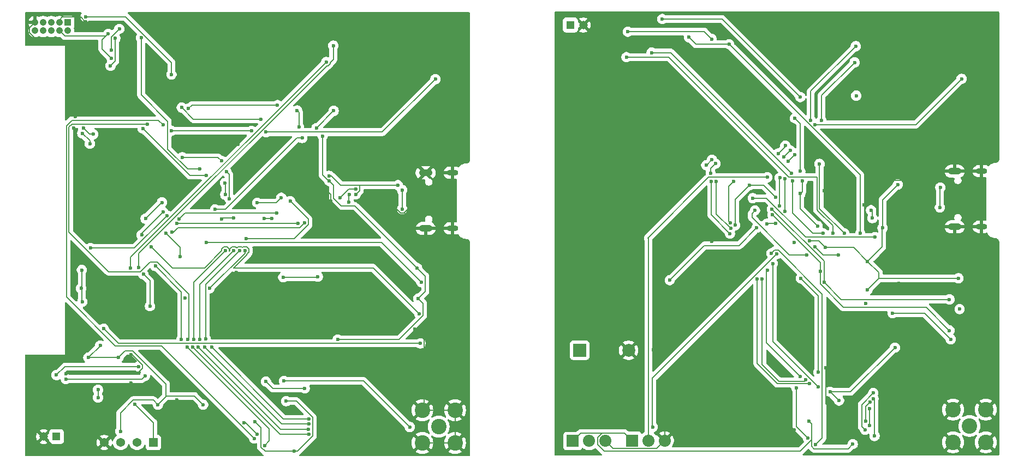
<source format=gbr>
%TF.GenerationSoftware,KiCad,Pcbnew,9.0.0*%
%TF.CreationDate,2025-09-24T11:45:30+09:00*%
%TF.ProjectId,FLP_PCB_set,464c505f-5043-4425-9f73-65742e6b6963,rev?*%
%TF.SameCoordinates,Original*%
%TF.FileFunction,Copper,L2,Bot*%
%TF.FilePolarity,Positive*%
%FSLAX46Y46*%
G04 Gerber Fmt 4.6, Leading zero omitted, Abs format (unit mm)*
G04 Created by KiCad (PCBNEW 9.0.0) date 2025-09-24 11:45:30*
%MOMM*%
%LPD*%
G01*
G04 APERTURE LIST*
%TA.AperFunction,ComponentPad*%
%ADD10R,1.308000X1.308000*%
%TD*%
%TA.AperFunction,ComponentPad*%
%ADD11C,1.308000*%
%TD*%
%TA.AperFunction,ComponentPad*%
%ADD12O,2.100000X1.050000*%
%TD*%
%TA.AperFunction,ComponentPad*%
%ADD13O,1.800000X0.900000*%
%TD*%
%TA.AperFunction,ComponentPad*%
%ADD14C,2.400000*%
%TD*%
%TA.AperFunction,HeatsinkPad*%
%ADD15C,0.600000*%
%TD*%
%TA.AperFunction,ComponentPad*%
%ADD16R,1.875000X1.875000*%
%TD*%
%TA.AperFunction,ComponentPad*%
%ADD17C,1.875000*%
%TD*%
%TA.AperFunction,ComponentPad*%
%ADD18R,1.370000X1.370000*%
%TD*%
%TA.AperFunction,ComponentPad*%
%ADD19C,1.370000*%
%TD*%
%TA.AperFunction,ComponentPad*%
%ADD20R,2.000000X2.000000*%
%TD*%
%TA.AperFunction,ComponentPad*%
%ADD21C,2.000000*%
%TD*%
%TA.AperFunction,ComponentPad*%
%ADD22R,1.050000X1.050000*%
%TD*%
%TA.AperFunction,ComponentPad*%
%ADD23C,1.050000*%
%TD*%
%TA.AperFunction,ViaPad*%
%ADD24C,0.600000*%
%TD*%
%TA.AperFunction,Conductor*%
%ADD25C,0.200000*%
%TD*%
G04 APERTURE END LIST*
D10*
%TO.P,J7,1,1*%
%TO.N,/FLP_terminal/Bat/VBAT*%
X125090000Y-32490000D03*
D11*
%TO.P,J7,2,2*%
%TO.N,GND*%
X127090000Y-32490000D03*
%TD*%
D12*
%TO.P,J6,SH1,SHIELD*%
%TO.N,GND*%
X184700000Y-63850000D03*
%TO.P,J6,SH2,SHIELD*%
X184700000Y-55210000D03*
D13*
%TO.P,J6,SH3,SHIELD*%
X188880000Y-63850000D03*
%TO.P,J6,SH4,SHIELD*%
X188880000Y-55210000D03*
%TD*%
D14*
%TO.P,J5,1*%
%TO.N,Net-(C21-Pad2)*%
X104660000Y-94890000D03*
%TO.P,J5,2*%
%TO.N,GND*%
X107200000Y-97430000D03*
%TO.P,J5,3*%
X107200000Y-92350000D03*
%TO.P,J5,4*%
X102120000Y-92350000D03*
%TO.P,J5,5*%
X102120000Y-97430000D03*
%TD*%
%TO.P,J8,1*%
%TO.N,Net-(C32-Pad2)*%
X187000000Y-94790000D03*
%TO.P,J8,2*%
%TO.N,GND*%
X189540000Y-97330000D03*
%TO.P,J8,3*%
X189540000Y-92250000D03*
%TO.P,J8,4*%
X184460000Y-92250000D03*
%TO.P,J8,5*%
X184460000Y-97330000D03*
%TD*%
D12*
%TO.P,J4,SH1,SHIELD*%
%TO.N,GND*%
X102630000Y-64100000D03*
%TO.P,J4,SH2,SHIELD*%
X102630000Y-55460000D03*
D13*
%TO.P,J4,SH3,SHIELD*%
X106810000Y-64100000D03*
%TO.P,J4,SH4,SHIELD*%
X106810000Y-55460000D03*
%TD*%
D15*
%TO.P,U2,39,GND*%
%TO.N,GND*%
X55030000Y-62600000D03*
X56430000Y-62600000D03*
X54330000Y-61900000D03*
X55730000Y-61900000D03*
X57130000Y-61900000D03*
X55030000Y-61200000D03*
X56430000Y-61200000D03*
X54330000Y-60500000D03*
X55730000Y-60500000D03*
X57130000Y-60500000D03*
X55030000Y-59800000D03*
X56430000Y-59800000D03*
%TD*%
D16*
%TO.P,J9,1,1*%
%TO.N,/FLP_terminal/BOOT_Mode/3.3V_in*%
X134629250Y-97070750D03*
D17*
%TO.P,J9,2,2*%
%TO.N,/FLP_terminal/BOOT_Mode/BOOT0*%
X137169250Y-97070750D03*
%TO.P,J9,3,3*%
%TO.N,GND*%
X139709250Y-97070750D03*
%TD*%
D18*
%TO.P,J2,01,01*%
%TO.N,/FLP_host/I2C_SCL*%
X60400000Y-97370000D03*
D19*
%TO.P,J2,02,02*%
%TO.N,/FLP_host/I2C_SDL*%
X57860000Y-97370000D03*
%TO.P,J2,03,03*%
%TO.N,/FLP_host/3.3V_OUT*%
X55320000Y-97370000D03*
%TO.P,J2,04,04*%
%TO.N,GND*%
X52780000Y-97370000D03*
%TD*%
D10*
%TO.P,J3,1,1*%
%TO.N,/FLP_host/VBAT*%
X45380000Y-96450000D03*
D11*
%TO.P,J3,2,2*%
%TO.N,GND*%
X43380000Y-96450000D03*
%TD*%
D20*
%TO.P,BZ1,1,+*%
%TO.N,/FLP_terminal/STM32/Buzzer*%
X126530000Y-83030000D03*
D21*
%TO.P,BZ1,2,-*%
%TO.N,GND*%
X134130000Y-83030000D03*
%TD*%
D16*
%TO.P,J10,1,1*%
%TO.N,/FLP_terminal/BOOT_Mode/3.3V_in*%
X125456750Y-97140750D03*
D17*
%TO.P,J10,2,2*%
%TO.N,/FLP_terminal/BOOT_Mode/BOOT1*%
X127996750Y-97140750D03*
%TO.P,J10,3,3*%
%TO.N,GND*%
X130536750Y-97140750D03*
%TD*%
D22*
%TO.P,J1,1,1*%
%TO.N,/FLP_host/3.3V_OUT*%
X47130000Y-32090000D03*
D23*
%TO.P,J1,2,2*%
%TO.N,Net-(C3-Pad1)*%
X47130000Y-33360000D03*
%TO.P,J1,3,3*%
%TO.N,GND*%
X45860000Y-32090000D03*
%TO.P,J1,4,4*%
%TO.N,Net-(C4-Pad2)*%
X45860000Y-33360000D03*
%TO.P,J1,5,5*%
%TO.N,GND*%
X44590000Y-32090000D03*
%TO.P,J1,6,6*%
%TO.N,Net-(C5-Pad2)*%
X44590000Y-33360000D03*
%TO.P,J1,7,7*%
%TO.N,unconnected-(J1-Pad7)*%
X43320000Y-32090000D03*
%TO.P,J1,8,8*%
%TO.N,Net-(C6-Pad1)*%
X43320000Y-33360000D03*
%TO.P,J1,9,9*%
%TO.N,GND*%
X42050000Y-32090000D03*
%TO.P,J1,10,10*%
%TO.N,EN*%
X42050000Y-33360000D03*
%TD*%
D24*
%TO.N,GND*%
X170650000Y-60440000D03*
%TO.N,/FLP_terminal/STM32/TX*%
X171730000Y-61280000D03*
X171927826Y-62490000D03*
%TO.N,/FLP_terminal/BOOT_Mode/3.3V_in*%
X173510000Y-64020000D03*
X175890000Y-57270000D03*
%TO.N,GND*%
X175980000Y-60320000D03*
X82794265Y-86035735D03*
X49890000Y-31990003D03*
X149640000Y-31190000D03*
X100660000Y-63000000D03*
X136790000Y-41200000D03*
X171020000Y-84690000D03*
X56300000Y-78650000D03*
X69050000Y-58730000D03*
X100990000Y-79770000D03*
X108780000Y-35680000D03*
X161860000Y-84500000D03*
X73270000Y-70950000D03*
X180480000Y-59250000D03*
X75134267Y-52674265D03*
X88160000Y-40790000D03*
X90210000Y-75780000D03*
X46877797Y-86696918D03*
X177140000Y-94410000D03*
X133870000Y-31790000D03*
X142820000Y-71870000D03*
X56920000Y-83700000D03*
X48010000Y-70560000D03*
X146990000Y-66150000D03*
X79540000Y-90200000D03*
X81840735Y-86779265D03*
X61190000Y-76000000D03*
X177125000Y-61465000D03*
X63760000Y-56740000D03*
X48330000Y-46689000D03*
X95850000Y-58810000D03*
X164760000Y-85730000D03*
X64030000Y-90750000D03*
X50360000Y-40870000D03*
X100820000Y-55670000D03*
X170050000Y-96620000D03*
X139716750Y-94670750D03*
X77940000Y-89700000D03*
X72910000Y-72520000D03*
X170860000Y-75770000D03*
X176030000Y-72620000D03*
X164490000Y-58240000D03*
X48980000Y-35980000D03*
X58840000Y-56720000D03*
X52100000Y-71810000D03*
X48010000Y-48470000D03*
X87910000Y-59850000D03*
X153140000Y-94600000D03*
X138520000Y-62910000D03*
X162490000Y-59930000D03*
X72576499Y-50326499D03*
X185350000Y-86010000D03*
X182900000Y-63210000D03*
X158240000Y-86470000D03*
X52780000Y-95380000D03*
X74480000Y-97510000D03*
X62110000Y-85560000D03*
X95080000Y-68180000D03*
X65350514Y-74899486D03*
X64710000Y-93260000D03*
X81714265Y-52674265D03*
X159801473Y-95400000D03*
X182620000Y-56280000D03*
X94620000Y-65050000D03*
X137970000Y-82970000D03*
X67200000Y-56740000D03*
X56942500Y-88150000D03*
X73530029Y-51070027D03*
X167070000Y-59780000D03*
X124550000Y-73860000D03*
X169320000Y-41160000D03*
%TO.N,/FLP_host/3.3V_OUT*%
X55290000Y-95630000D03*
X50320000Y-84170000D03*
X81000000Y-90950000D03*
X49310000Y-70560000D03*
X87680000Y-56720000D03*
X61097235Y-91472765D03*
X82280000Y-98750000D03*
X86655750Y-49734265D03*
X101320000Y-70250000D03*
X49390000Y-75500000D03*
X85710000Y-48534265D03*
X63210000Y-40180000D03*
X88380000Y-45830000D03*
X55010000Y-84130000D03*
X49890000Y-31190000D03*
X101510000Y-74990000D03*
X68120000Y-91490000D03*
X52160000Y-82290000D03*
X76160000Y-94120000D03*
X49193271Y-73423201D03*
X89000000Y-81360000D03*
%TO.N,/FLP_host/VBAT*%
X51820000Y-89174000D03*
X51820000Y-90374000D03*
%TO.N,/FLP_host/5v_USB_OUT*%
X74610003Y-67534265D03*
X91790000Y-58791000D03*
X74800000Y-65700000D03*
X69130000Y-73411917D03*
X81639265Y-59860735D03*
X98340000Y-57380000D03*
X87649253Y-55920588D03*
X45380000Y-86890000D03*
X58150000Y-85560000D03*
%TO.N,/FLP_host/I2C_SCL*%
X90767527Y-58791000D03*
X57500000Y-91390000D03*
X50550000Y-50950000D03*
X90733855Y-59991000D03*
X49370000Y-49310000D03*
%TO.N,/FLP_host/I2C_SDL*%
X51083265Y-49463265D03*
X49531943Y-48469000D03*
%TO.N,Net-(U7-XTB)*%
X76521675Y-96091257D03*
X74479265Y-94320735D03*
%TO.N,EN*%
X62505735Y-62095735D03*
X64405127Y-62613400D03*
X79570000Y-61720000D03*
X50650000Y-67160000D03*
%TO.N,Net-(U7-PA_BOOST)*%
X83890000Y-88950000D03*
X77860000Y-87890000D03*
%TO.N,/FLP_host/RTS*%
X80260000Y-59330000D03*
X76520000Y-60110000D03*
%TO.N,Net-(Q2A-B1)*%
X78820000Y-62580000D03*
X77620000Y-62540000D03*
%TO.N,/FLP_host/GPS_Reset*%
X75645735Y-48955735D03*
X104150000Y-40900000D03*
X77884265Y-49134265D03*
X63230000Y-48920000D03*
%TO.N,/FLP_host/TX*%
X63320000Y-64700000D03*
X83850000Y-63260000D03*
%TO.N,/FLP_host/RX*%
X82870000Y-63300000D03*
X64030000Y-63320000D03*
%TO.N,/FLP_host/MTDI*%
X62320000Y-64815000D03*
X70980735Y-53620735D03*
X77050000Y-47130000D03*
X59190000Y-62570000D03*
X64899264Y-53049795D03*
X61731000Y-60060000D03*
X64802735Y-45307265D03*
X64520000Y-68450000D03*
%TO.N,/FLP_host/MTDO*%
X58510000Y-34470000D03*
X67585735Y-54864265D03*
%TO.N,/FLP_host/MTCK*%
X82700744Y-45779256D03*
X83483569Y-50056431D03*
X82973664Y-48316336D03*
X79665735Y-44935735D03*
X69970000Y-61120000D03*
X65830000Y-45486000D03*
%TO.N,/FLP_host/MTMS*%
X85911265Y-71581265D03*
X80550735Y-71690735D03*
%TO.N,/FLP_host/Find_Host*%
X60084265Y-66934265D03*
X101650000Y-77380000D03*
%TO.N,/FLP_host/Ctrl*%
X58590000Y-65120000D03*
X68630000Y-66300000D03*
X101970000Y-72450000D03*
X61934342Y-61535813D03*
%TO.N,/FLP_host/RESET*%
X61920000Y-48020000D03*
X76040000Y-96730000D03*
%TO.N,/FLP_host/MOSI*%
X72200000Y-59478527D03*
X84502355Y-94501450D03*
X67570000Y-81360000D03*
X72850000Y-67534265D03*
X71744265Y-55274265D03*
X68370000Y-82560000D03*
%TO.N,/FLP_host/GPS_TX*%
X87220000Y-38230000D03*
X56880000Y-70230000D03*
%TO.N,/FLP_host/MISO*%
X71600000Y-67534265D03*
X84485001Y-95301264D03*
X67387054Y-82560000D03*
X71530000Y-57020000D03*
X66690000Y-81360000D03*
X71565735Y-58844265D03*
%TO.N,/FLP_host/DIO0(IRQ)*%
X65690000Y-82560000D03*
X77690000Y-97840000D03*
X64730000Y-81360000D03*
X60710000Y-69940000D03*
%TO.N,/FLP_host/NSS(CS)*%
X68530000Y-81260000D03*
X69430000Y-82560000D03*
X68615735Y-55894265D03*
X71000000Y-62620000D03*
X73810000Y-67534265D03*
X84499669Y-93701452D03*
X58759294Y-48569293D03*
X72850000Y-62440000D03*
%TO.N,/FLP_host/GPS_Rx*%
X88310000Y-35690000D03*
X58160000Y-70180000D03*
%TO.N,/FLP_host/SCK*%
X66538527Y-82560000D03*
X59440000Y-47890000D03*
X65759265Y-81360000D03*
X84530000Y-96100000D03*
%TO.N,Net-(C2-Pad2)*%
X52710000Y-79700000D03*
X101830000Y-81960000D03*
%TO.N,Net-(C3-Pad1)*%
X55120000Y-33090000D03*
X53890000Y-36430000D03*
%TO.N,Net-(C4-Pad2)*%
X53399084Y-33870000D03*
X53890000Y-37640000D03*
%TO.N,Net-(C5-Pad2)*%
X53760000Y-38820000D03*
X54516265Y-34542265D03*
%TO.N,Net-(C21-Pad2)*%
X80682473Y-87819000D03*
X100180000Y-94960000D03*
%TO.N,Net-(J4-CC2)*%
X99000473Y-61081000D03*
X98990000Y-58130000D03*
%TO.N,Net-(U3-EN)*%
X46834265Y-87495735D03*
X59120000Y-87000000D03*
%TO.N,Net-(U5-PROG)*%
X59870000Y-76190000D03*
X58850000Y-71220000D03*
%TO.N,Net-(U4-D+)*%
X89360000Y-59350000D03*
X91810000Y-57980000D03*
%TO.N,/FLP_terminal/STM32/Buzzer*%
X155540000Y-63384856D03*
X156932205Y-63357795D03*
X153996394Y-63994979D03*
X140500000Y-72128530D03*
%TO.N,/FLP_terminal/BOOT_Mode/3.3V_in*%
X164630000Y-67080000D03*
X161070000Y-56698809D03*
X152900000Y-57370000D03*
X175430000Y-82620000D03*
X166760000Y-90840000D03*
X163420000Y-63720000D03*
X159800000Y-66310000D03*
X165360000Y-89480000D03*
X171170000Y-73630000D03*
X160770000Y-58680000D03*
X185460000Y-76630000D03*
X169420000Y-43470000D03*
X160745735Y-55224265D03*
X162159997Y-66040000D03*
X171190000Y-69210000D03*
X160760000Y-43680000D03*
X139340000Y-31560000D03*
X162080000Y-94050000D03*
X159920000Y-46980000D03*
X168880000Y-97610000D03*
X156944265Y-59252514D03*
X185270000Y-71850000D03*
X150640218Y-63606790D03*
%TO.N,/FLP_terminal/Bat/VBAT*%
X172320000Y-65440000D03*
X153370000Y-59390000D03*
%TO.N,Net-(U9-NRST)*%
X184090000Y-81320000D03*
X166660295Y-68212795D03*
X175060000Y-77260000D03*
X161787205Y-68212795D03*
X153717397Y-61286148D03*
X163040000Y-66920000D03*
%TO.N,Net-(D7-K)*%
X167560000Y-64840000D03*
X163740000Y-54070000D03*
%TO.N,/FLP_terminal/STM32/Find_Host*%
X157544265Y-60575735D03*
X183890000Y-75130000D03*
X157570000Y-56220000D03*
X156371612Y-61100142D03*
X164430000Y-72490000D03*
%TO.N,/FLP_terminal/STM32/ID*%
X156428061Y-62005121D03*
X158384265Y-61415735D03*
X158359737Y-56347752D03*
X163830000Y-70790000D03*
X183890000Y-79960000D03*
%TO.N,/FLP_terminal/UART_USB/CC_2*%
X182470000Y-57730000D03*
X182408473Y-60831000D03*
%TO.N,/FLP_terminal/BOOT_Mode/BOOT0*%
X155620000Y-56160000D03*
%TO.N,/FLP_terminal/BOOT_Mode/BOOT1*%
X157070000Y-68080000D03*
X137866750Y-94960750D03*
%TO.N,Net-(U10-EN)*%
X146990000Y-34660000D03*
X133990000Y-33520000D03*
%TO.N,Net-(U11-PROG)*%
X164280000Y-64840000D03*
X137690000Y-36780000D03*
X159401068Y-55498809D03*
X159522888Y-56698809D03*
%TO.N,Net-(U11-STAT)*%
X133780000Y-37490000D03*
X165790000Y-64840000D03*
%TO.N,/FLP_terminal/GPS/GPS_Rx*%
X147049265Y-53450735D03*
X158440000Y-51220000D03*
X149850000Y-64890000D03*
X169360000Y-35780000D03*
X146170735Y-54269265D03*
X162369265Y-47290735D03*
X146929265Y-56760000D03*
X157350000Y-52450000D03*
%TO.N,/FLP_terminal/LoRa/MISO*%
X172079855Y-89680145D03*
X170810000Y-95400000D03*
X160710000Y-87150000D03*
X155670000Y-70570000D03*
%TO.N,/FLP_terminal/LoRa/SCK*%
X154854045Y-71945431D03*
X172105116Y-90553936D03*
X172280000Y-96350000D03*
X161580000Y-87639265D03*
%TO.N,/FLP_terminal/LoRa/NSS(CS)*%
X154054265Y-71964265D03*
X162200735Y-88239265D03*
X171550000Y-91130000D03*
X170890000Y-94090000D03*
%TO.N,/FLP_terminal/LoRa/MOSI*%
X156469265Y-69549265D03*
X171510000Y-94770000D03*
X163560000Y-88750000D03*
X171527584Y-92142416D03*
%TO.N,/FLP_terminal/LoRa/RESET*%
X160840706Y-71849293D03*
X163560000Y-86438265D03*
X160150000Y-88890000D03*
X161930000Y-96680000D03*
%TO.N,/FLP_terminal/GPS/GPS_TX*%
X159869265Y-52650735D03*
X164030000Y-47355735D03*
X149934373Y-63230243D03*
X158850000Y-53700000D03*
X169180000Y-38300000D03*
X150414265Y-56815735D03*
%TO.N,/FLP_terminal/LoRa/DIO0(IRQ)*%
X156277816Y-67968425D03*
X163130000Y-97730000D03*
%TO.N,/FLP_terminal/GPS/GPS_Reset*%
X159209265Y-51990735D03*
X149952146Y-64096545D03*
X147729268Y-56760000D03*
X146850000Y-55560000D03*
X185760000Y-40850000D03*
X158190000Y-52970000D03*
X147614952Y-54016423D03*
X163034265Y-47955735D03*
%TO.N,Net-(Q3-S)*%
X149700000Y-35470000D03*
X170050000Y-64840000D03*
X143470000Y-34400000D03*
%TD*%
D25*
%TO.N,/FLP_terminal/BOOT_Mode/3.3V_in*%
X173510000Y-64020000D02*
X173510000Y-59650000D01*
X173510000Y-59650000D02*
X175890000Y-57270000D01*
X173460000Y-66940000D02*
X171190000Y-69210000D01*
X173460000Y-64070000D02*
X173460000Y-66940000D01*
X173510000Y-64020000D02*
X173460000Y-64070000D01*
%TO.N,GND*%
X177899000Y-56669000D02*
X180480000Y-59250000D01*
X170650000Y-60440000D02*
X174421000Y-56669000D01*
X174421000Y-56669000D02*
X177899000Y-56669000D01*
%TO.N,/FLP_terminal/STM32/TX*%
X171927826Y-61477826D02*
X171730000Y-61280000D01*
X171927826Y-62490000D02*
X171927826Y-61477826D01*
%TO.N,GND*%
X164490000Y-58979943D02*
X164490000Y-58240000D01*
X165290057Y-59780000D02*
X164490000Y-58979943D01*
X167070000Y-59780000D02*
X165290057Y-59780000D01*
X178460000Y-61270000D02*
X180480000Y-59250000D01*
X178460000Y-61870000D02*
X178460000Y-61270000D01*
X177530000Y-61870000D02*
X178460000Y-61870000D01*
X175980000Y-60320000D02*
X177530000Y-61870000D01*
X82050735Y-86779265D02*
X82794265Y-86035735D01*
X93110000Y-65050000D02*
X87910000Y-59850000D01*
X57863025Y-86696918D02*
X58751000Y-85808943D01*
X58751000Y-85311057D02*
X57139943Y-83700000D01*
X99249416Y-61682000D02*
X100820000Y-60111416D01*
X94620000Y-65050000D02*
X93110000Y-65050000D01*
X78440000Y-90200000D02*
X77940000Y-89700000D01*
X87910000Y-58870000D02*
X81714265Y-52674265D01*
X64030000Y-90750000D02*
X64710000Y-91430000D01*
X41224000Y-32916000D02*
X42050000Y-32090000D01*
X50360000Y-40870000D02*
X50360000Y-44659000D01*
X79540000Y-90200000D02*
X78440000Y-90200000D01*
X102431000Y-81211000D02*
X100990000Y-79770000D01*
X139709250Y-97070750D02*
X139709250Y-94678250D01*
X164760000Y-91330000D02*
X164760000Y-85730000D01*
X73320027Y-51070027D02*
X72576499Y-50326499D01*
X74480000Y-97510000D02*
X68960000Y-97510000D01*
X139709250Y-94678250D02*
X139716750Y-94670750D01*
X52780000Y-95380000D02*
X52780000Y-92312500D01*
X95850000Y-58810000D02*
X98722000Y-61682000D01*
X170050000Y-96620000D02*
X164760000Y-91330000D01*
X44985000Y-98055000D02*
X52095000Y-98055000D01*
X49834274Y-31990003D02*
X49890000Y-31990003D01*
X57139943Y-83700000D02*
X56920000Y-83700000D01*
X58840000Y-56720000D02*
X58860000Y-56740000D01*
X41224000Y-33702141D02*
X41224000Y-32916000D01*
X58860000Y-56740000D02*
X63530000Y-56740000D01*
X131705250Y-98309250D02*
X138470750Y-98309250D01*
X130536750Y-97140750D02*
X131705250Y-98309250D01*
X72910000Y-72520000D02*
X72910000Y-71310000D01*
X64710000Y-91430000D02*
X64710000Y-93260000D01*
X48980000Y-35980000D02*
X48599000Y-35599000D01*
X43120859Y-35599000D02*
X41224000Y-33702141D01*
X68960000Y-97510000D02*
X64710000Y-93260000D01*
X43380000Y-96450000D02*
X44985000Y-98055000D01*
X56430000Y-59130000D02*
X58840000Y-56720000D01*
X99070000Y-61682000D02*
X99249416Y-61682000D01*
X50360000Y-44659000D02*
X48330000Y-46689000D01*
X46304000Y-31264000D02*
X49108271Y-31264000D01*
X45860000Y-31708000D02*
X46304000Y-31264000D01*
X99342000Y-61682000D02*
X100660000Y-63000000D01*
X63760000Y-56740000D02*
X63930000Y-56740000D01*
X102431000Y-92039000D02*
X102431000Y-81211000D01*
X81840735Y-86779265D02*
X82050735Y-86779265D01*
X99070000Y-61682000D02*
X99342000Y-61682000D01*
X45860000Y-32090000D02*
X45860000Y-31708000D01*
X159801473Y-95400000D02*
X159001473Y-94600000D01*
X46877797Y-86696918D02*
X57863025Y-86696918D01*
X48599000Y-35599000D02*
X43120859Y-35599000D01*
X98722000Y-61682000D02*
X99070000Y-61682000D01*
X63760000Y-56740000D02*
X67200000Y-56740000D01*
X102120000Y-92350000D02*
X107200000Y-92350000D01*
X52780000Y-92312500D02*
X56942500Y-88150000D01*
X73530029Y-51070027D02*
X73320027Y-51070027D01*
X63530000Y-56740000D02*
X63760000Y-56740000D01*
X102120000Y-92350000D02*
X102431000Y-92039000D01*
X52095000Y-98055000D02*
X52780000Y-97370000D01*
X49108271Y-31264000D02*
X49834274Y-31990003D01*
X107200000Y-92350000D02*
X107200000Y-97430000D01*
X58751000Y-85808943D02*
X58751000Y-85311057D01*
X107200000Y-97430000D02*
X102120000Y-97430000D01*
X56430000Y-59800000D02*
X56430000Y-59130000D01*
X100820000Y-60111416D02*
X100820000Y-55670000D01*
X159001473Y-94600000D02*
X153140000Y-94600000D01*
X72910000Y-71310000D02*
X73270000Y-70950000D01*
X87910000Y-59850000D02*
X87910000Y-58870000D01*
X138470750Y-98309250D02*
X139709250Y-97070750D01*
%TO.N,/FLP_host/3.3V_OUT*%
X63210000Y-40180000D02*
X63210000Y-38320057D01*
X82598160Y-90950000D02*
X85131000Y-93482840D01*
X62350000Y-90220000D02*
X61097235Y-91472765D01*
X77122675Y-95082675D02*
X77122675Y-97557382D01*
X77089000Y-98088943D02*
X77750057Y-98750000D01*
X86655750Y-49734265D02*
X86655750Y-55777028D01*
X88380000Y-45830000D02*
X85710000Y-48500000D01*
X89501943Y-60592000D02*
X88311000Y-59401057D01*
X60413470Y-90789000D02*
X61097235Y-91472765D01*
X102571000Y-71501000D02*
X101320000Y-70250000D01*
X55290000Y-92750057D02*
X57251057Y-90789000D01*
X62421000Y-90149000D02*
X62350000Y-90220000D01*
X89000000Y-81360000D02*
X98519943Y-81360000D01*
X49310000Y-73010000D02*
X49310000Y-70560000D01*
X49310000Y-75420000D02*
X49310000Y-73010000D01*
X101510000Y-74990000D02*
X102571000Y-73929000D01*
X85131000Y-96348943D02*
X82729943Y-98750000D01*
X68120000Y-91490000D02*
X66779000Y-90149000D01*
X98519943Y-81360000D02*
X102251000Y-77628943D01*
X57168943Y-83099000D02*
X62350000Y-88280057D01*
X77750057Y-98750000D02*
X82280000Y-98750000D01*
X82729943Y-98750000D02*
X82280000Y-98750000D01*
X76160000Y-94120000D02*
X77122675Y-95082675D01*
X66779000Y-90149000D02*
X62421000Y-90149000D01*
X102251000Y-77628943D02*
X102251000Y-75731000D01*
X49390000Y-75500000D02*
X49310000Y-75420000D01*
X62350000Y-88280057D02*
X62350000Y-90220000D01*
X101320000Y-70250000D02*
X91662000Y-60592000D01*
X88311000Y-59401057D02*
X88311000Y-57351000D01*
X102251000Y-75731000D02*
X101510000Y-74990000D01*
X85710000Y-48500000D02*
X85710000Y-48534265D01*
X50360000Y-84130000D02*
X50320000Y-84170000D01*
X56041000Y-83099000D02*
X57168943Y-83099000D01*
X55010000Y-84130000D02*
X50360000Y-84130000D01*
X52160000Y-82330000D02*
X52160000Y-82290000D01*
X57251057Y-90789000D02*
X60413470Y-90789000D01*
X85131000Y-93482840D02*
X85131000Y-96348943D01*
X77122675Y-97557382D02*
X77089000Y-97591057D01*
X77089000Y-97591057D02*
X77089000Y-98088943D01*
X55290000Y-95630000D02*
X55290000Y-92750057D01*
X50320000Y-84170000D02*
X52160000Y-82330000D01*
X102571000Y-73929000D02*
X102571000Y-71501000D01*
X87598722Y-56720000D02*
X87680000Y-56720000D01*
X86655750Y-55777028D02*
X87598722Y-56720000D01*
X56079943Y-31190000D02*
X49890000Y-31190000D01*
X55010000Y-84130000D02*
X56041000Y-83099000D01*
X81000000Y-90950000D02*
X82598160Y-90950000D01*
X91662000Y-60592000D02*
X89501943Y-60592000D01*
X49193271Y-73126729D02*
X49310000Y-73010000D01*
X49193271Y-73423201D02*
X49193271Y-73126729D01*
X88311000Y-57351000D02*
X87680000Y-56720000D01*
X63210000Y-38320057D02*
X56079943Y-31190000D01*
%TO.N,/FLP_host/VBAT*%
X51820000Y-89174000D02*
X51820000Y-90374000D01*
%TO.N,/FLP_host/5v_USB_OUT*%
X82259943Y-65700000D02*
X74800000Y-65700000D01*
X91848943Y-58791000D02*
X92420000Y-58219943D01*
X84451000Y-62672470D02*
X84451000Y-63508943D01*
X74610003Y-67534265D02*
X74610003Y-67931914D01*
X92420000Y-57380000D02*
X89450000Y-57380000D01*
X98340000Y-57380000D02*
X92420000Y-57380000D01*
X46710000Y-85560000D02*
X45380000Y-86890000D01*
X58150000Y-85560000D02*
X46710000Y-85560000D01*
X84451000Y-63508943D02*
X82259943Y-65700000D01*
X92420000Y-58219943D02*
X92420000Y-57380000D01*
X81639265Y-59860735D02*
X84451000Y-62672470D01*
X89450000Y-57380000D02*
X87990588Y-55920588D01*
X91790000Y-58791000D02*
X91848943Y-58791000D01*
X87990588Y-55920588D02*
X87649253Y-55920588D01*
X74610003Y-67931914D02*
X69130000Y-73411917D01*
%TO.N,/FLP_host/I2C_SCL*%
X49370000Y-49310000D02*
X50550000Y-50490000D01*
X60400000Y-94290000D02*
X57500000Y-91390000D01*
X90733855Y-59991000D02*
X90733855Y-58824672D01*
X90733855Y-58824672D02*
X90767527Y-58791000D01*
X50550000Y-50490000D02*
X50550000Y-50950000D01*
X60400000Y-97370000D02*
X60400000Y-94290000D01*
%TO.N,/FLP_host/I2C_SDL*%
X50526208Y-49463265D02*
X49531943Y-48469000D01*
X51083265Y-49463265D02*
X50526208Y-49463265D01*
%TO.N,Net-(U7-XTB)*%
X74751153Y-94320735D02*
X76521675Y-96091257D01*
X74479265Y-94320735D02*
X74751153Y-94320735D01*
%TO.N,EN*%
X57441470Y-67160000D02*
X50650000Y-67160000D01*
X62505735Y-62095735D02*
X57441470Y-67160000D01*
X79570000Y-61720000D02*
X65298527Y-61720000D01*
X65298527Y-61720000D02*
X64405127Y-62613400D01*
%TO.N,Net-(U7-PA_BOOST)*%
X83890000Y-88950000D02*
X78920000Y-88950000D01*
X78920000Y-88950000D02*
X77860000Y-87890000D01*
%TO.N,/FLP_host/RTS*%
X76520000Y-60110000D02*
X79480000Y-60110000D01*
X79480000Y-60110000D02*
X80260000Y-59330000D01*
%TO.N,Net-(Q2A-B1)*%
X78780000Y-62540000D02*
X78820000Y-62580000D01*
X77620000Y-62540000D02*
X78780000Y-62540000D01*
%TO.N,/FLP_host/GPS_Reset*%
X63230000Y-48920000D02*
X75610000Y-48920000D01*
X75610000Y-48920000D02*
X75645735Y-48955735D01*
X95915735Y-49134265D02*
X104150000Y-40900000D01*
X77884265Y-49134265D02*
X95915735Y-49134265D01*
%TO.N,/FLP_host/TX*%
X63320000Y-64700000D02*
X63518528Y-64700000D01*
X64208528Y-64010000D02*
X83100000Y-64010000D01*
X63518528Y-64700000D02*
X64208528Y-64010000D01*
X83100000Y-64010000D02*
X83850000Y-63260000D01*
%TO.N,/FLP_host/RX*%
X64050000Y-63300000D02*
X82870000Y-63300000D01*
X64030000Y-63320000D02*
X64050000Y-63300000D01*
%TO.N,/FLP_host/MTDI*%
X70980735Y-53620735D02*
X70409795Y-53049795D01*
X64520000Y-67015000D02*
X64520000Y-68450000D01*
X62320000Y-64815000D02*
X64520000Y-67015000D01*
X64802735Y-45307265D02*
X66625470Y-47130000D01*
X70409795Y-53049795D02*
X64899264Y-53049795D01*
X66625470Y-47130000D02*
X77050000Y-47130000D01*
X61700000Y-60060000D02*
X59190000Y-62570000D01*
X61731000Y-60060000D02*
X61700000Y-60060000D01*
%TO.N,/FLP_host/MTDO*%
X67585735Y-54864265D02*
X65714265Y-54864265D01*
X62629000Y-51779000D02*
X62629000Y-47469057D01*
X65714265Y-54864265D02*
X62629000Y-51779000D01*
X58510000Y-43350057D02*
X58510000Y-34470000D01*
X62629000Y-47469057D02*
X58510000Y-43350057D01*
%TO.N,/FLP_host/MTCK*%
X66380265Y-44935735D02*
X79665735Y-44935735D01*
X82973664Y-46052176D02*
X82973664Y-48316336D01*
X82653569Y-50056431D02*
X71590000Y-61120000D01*
X65830000Y-45486000D02*
X66380265Y-44935735D01*
X83483569Y-50056431D02*
X82653569Y-50056431D01*
X71590000Y-61120000D02*
X69970000Y-61120000D01*
X82700744Y-45779256D02*
X82973664Y-46052176D01*
%TO.N,/FLP_host/MTMS*%
X80550735Y-71690735D02*
X85801795Y-71690735D01*
X85801795Y-71690735D02*
X85911265Y-71581265D01*
%TO.N,/FLP_host/Find_Host*%
X72601057Y-66933265D02*
X73098943Y-66933265D01*
X73098943Y-66933265D02*
X73330000Y-67164322D01*
X75211003Y-67783208D02*
X75011003Y-67983208D01*
X73561057Y-66933265D02*
X74058943Y-66933265D01*
X74776103Y-68332914D02*
X72889017Y-70220000D01*
X63370000Y-70220000D02*
X68347165Y-70220000D01*
X70999000Y-67568165D02*
X70999000Y-67285322D01*
X74058943Y-66933265D02*
X74210002Y-67084324D01*
X71848943Y-66933265D02*
X72201000Y-67285322D01*
X74210002Y-67084324D02*
X74361060Y-66933265D01*
X72249000Y-67285322D02*
X72601057Y-66933265D01*
X72889017Y-70220000D02*
X94490000Y-70220000D01*
X72201000Y-67616165D02*
X72249000Y-67568165D01*
X72249000Y-67568165D02*
X72249000Y-67285322D01*
X75011003Y-67983208D02*
X75011003Y-68098014D01*
X68347165Y-70220000D02*
X70999000Y-67568165D01*
X71351057Y-66933265D02*
X71848943Y-66933265D01*
X60084265Y-66934265D02*
X63370000Y-70220000D01*
X72201000Y-67285322D02*
X72201000Y-67616165D01*
X70999000Y-67285322D02*
X71351057Y-66933265D01*
X75011003Y-68098014D02*
X74776103Y-68332914D01*
X74361060Y-66933265D02*
X74858946Y-66933265D01*
X75211003Y-67285322D02*
X75211003Y-67783208D01*
X74858946Y-66933265D02*
X75211003Y-67285322D01*
X73330000Y-67164322D02*
X73561057Y-66933265D01*
X94490000Y-70220000D02*
X101650000Y-77380000D01*
%TO.N,/FLP_host/Ctrl*%
X95820000Y-66300000D02*
X101970000Y-72450000D01*
X61934342Y-61535813D02*
X58590000Y-64880155D01*
X68630000Y-66300000D02*
X95820000Y-66300000D01*
X58590000Y-64880155D02*
X58590000Y-65120000D01*
%TO.N,/FLP_host/RESET*%
X46919000Y-74758943D02*
X46919000Y-48143900D01*
X76040000Y-96730000D02*
X61671000Y-82361000D01*
X54521057Y-82361000D02*
X46919000Y-74758943D01*
X46919000Y-48143900D02*
X47773900Y-47289000D01*
X47773900Y-47289000D02*
X61189000Y-47289000D01*
X61189000Y-47289000D02*
X61920000Y-48020000D01*
X61671000Y-82361000D02*
X54521057Y-82361000D01*
%TO.N,/FLP_host/MOSI*%
X67570000Y-72814265D02*
X72850000Y-67534265D01*
X67570000Y-81360000D02*
X67570000Y-72814265D01*
X84502355Y-94501450D02*
X80311450Y-94501450D01*
X72200000Y-59478527D02*
X72200000Y-55730000D01*
X80311450Y-94501450D02*
X68370000Y-82560000D01*
X72200000Y-55730000D02*
X71744265Y-55274265D01*
%TO.N,/FLP_host/GPS_TX*%
X56880000Y-68570000D02*
X56880000Y-70230000D01*
X87220000Y-38230000D02*
X56880000Y-68570000D01*
%TO.N,/FLP_host/MISO*%
X71565735Y-57055735D02*
X71530000Y-57020000D01*
X80128318Y-95301264D02*
X67387054Y-82560000D01*
X71565735Y-58844265D02*
X71565735Y-57055735D01*
X66690000Y-81360000D02*
X66690000Y-72444265D01*
X84485001Y-95301264D02*
X80128318Y-95301264D01*
X66690000Y-72444265D02*
X71600000Y-67534265D01*
%TO.N,/FLP_host/DIO0(IRQ)*%
X64730000Y-73960000D02*
X60710000Y-69940000D01*
X78400000Y-95270000D02*
X65690000Y-82560000D01*
X64730000Y-81360000D02*
X64730000Y-73960000D01*
X77690000Y-97840000D02*
X78400000Y-97130000D01*
X78400000Y-97130000D02*
X78400000Y-95270000D01*
%TO.N,/FLP_host/NSS(CS)*%
X80571452Y-93701452D02*
X69430000Y-82560000D01*
X68530000Y-81260000D02*
X68530000Y-72814265D01*
X84499669Y-93701452D02*
X80571452Y-93701452D01*
X72850000Y-62440000D02*
X71180000Y-62440000D01*
X71180000Y-62440000D02*
X71000000Y-62620000D01*
X66084266Y-55894265D02*
X58759294Y-48569293D01*
X68530000Y-72814265D02*
X73810000Y-67534265D01*
X68615735Y-55894265D02*
X66084266Y-55894265D01*
%TO.N,/FLP_host/GPS_Rx*%
X87468943Y-38831000D02*
X87339000Y-38831000D01*
X87339000Y-38831000D02*
X58160000Y-68010000D01*
X88310000Y-35690000D02*
X88310000Y-37860000D01*
X87821000Y-38349000D02*
X87821000Y-38478943D01*
X58160000Y-68010000D02*
X58160000Y-70180000D01*
X88310000Y-37860000D02*
X87821000Y-38349000D01*
X87821000Y-38478943D02*
X87468943Y-38831000D01*
%TO.N,/FLP_host/SCK*%
X84530000Y-96100000D02*
X80078527Y-96100000D01*
X47320000Y-48310000D02*
X47761000Y-47869000D01*
X80078527Y-96100000D02*
X66538527Y-82560000D01*
X58389057Y-70831000D02*
X53471057Y-70831000D01*
X47320000Y-64679943D02*
X47320000Y-48310000D01*
X59419000Y-47869000D02*
X59440000Y-47890000D01*
X47761000Y-47869000D02*
X59419000Y-47869000D01*
X59881057Y-69339000D02*
X58389057Y-70831000D01*
X65951514Y-81167751D02*
X65951514Y-74331571D01*
X53471057Y-70831000D02*
X47320000Y-64679943D01*
X65759265Y-81360000D02*
X65951514Y-81167751D01*
X65951514Y-74331571D02*
X60958943Y-69339000D01*
X60958943Y-69339000D02*
X59881057Y-69339000D01*
%TO.N,Net-(C2-Pad2)*%
X54970000Y-81960000D02*
X101830000Y-81960000D01*
X52710000Y-79700000D02*
X54970000Y-81960000D01*
%TO.N,Net-(C3-Pad1)*%
X53890000Y-36430000D02*
X53890000Y-34320000D01*
X53890000Y-34320000D02*
X55120000Y-33090000D01*
%TO.N,Net-(C4-Pad2)*%
X53083084Y-34186000D02*
X53399084Y-33870000D01*
X53890000Y-37640000D02*
X52470209Y-36220209D01*
X45860000Y-33360000D02*
X46686000Y-34186000D01*
X46686000Y-34186000D02*
X53083084Y-34186000D01*
X52470209Y-34798875D02*
X53399084Y-33870000D01*
X52470209Y-36220209D02*
X52470209Y-34798875D01*
%TO.N,Net-(C5-Pad2)*%
X53760000Y-38820000D02*
X54516265Y-38063735D01*
X54516265Y-38063735D02*
X54516265Y-34542265D01*
%TO.N,Net-(C21-Pad2)*%
X93039000Y-87819000D02*
X100180000Y-94960000D01*
X80682473Y-87819000D02*
X93039000Y-87819000D01*
%TO.N,Net-(J4-CC2)*%
X99000473Y-58140473D02*
X98990000Y-58130000D01*
X99000473Y-61081000D02*
X99000473Y-58140473D01*
%TO.N,Net-(U3-EN)*%
X46834265Y-87495735D02*
X58624265Y-87495735D01*
X58624265Y-87495735D02*
X59120000Y-87000000D01*
%TO.N,Net-(U5-PROG)*%
X59870000Y-72240000D02*
X59870000Y-76190000D01*
X58850000Y-71220000D02*
X59870000Y-72240000D01*
%TO.N,Net-(U4-D+)*%
X91810000Y-57980000D02*
X90730000Y-57980000D01*
X90730000Y-57980000D02*
X89360000Y-59350000D01*
%TO.N,/FLP_terminal/STM32/Buzzer*%
X151240373Y-66751000D02*
X145877530Y-66751000D01*
X145877530Y-66751000D02*
X140500000Y-72128530D01*
X155540000Y-63384856D02*
X155567061Y-63357795D01*
X153996394Y-63994979D02*
X151240373Y-66751000D01*
X155567061Y-63357795D02*
X156932205Y-63357795D01*
%TO.N,/FLP_terminal/BOOT_Mode/3.3V_in*%
X160745735Y-55224265D02*
X160745735Y-47805735D01*
X172950000Y-71850000D02*
X171170000Y-73630000D01*
X160770000Y-58680000D02*
X161070000Y-58380000D01*
X172950000Y-70970000D02*
X172950000Y-71850000D01*
X150640218Y-63606790D02*
X150640218Y-59629782D01*
X168570000Y-89480000D02*
X175430000Y-82620000D01*
X152900000Y-57370000D02*
X155061751Y-57370000D01*
X169060000Y-67080000D02*
X171190000Y-69210000D01*
X162529000Y-97978943D02*
X162529000Y-96930943D01*
X162159997Y-66040000D02*
X163590000Y-66040000D01*
X162881057Y-98331000D02*
X162529000Y-97978943D01*
X168159000Y-98331000D02*
X162881057Y-98331000D01*
X162531000Y-96928943D02*
X162531000Y-94501000D01*
X139340000Y-31560000D02*
X148640000Y-31560000D01*
X165360000Y-89480000D02*
X168570000Y-89480000D01*
X130354746Y-98710250D02*
X160749693Y-98710250D01*
X155061751Y-57370000D02*
X156944265Y-59252514D01*
X164630000Y-67080000D02*
X169060000Y-67080000D01*
X166760000Y-90840000D02*
X166720000Y-90840000D01*
X126695250Y-95902250D02*
X133460750Y-95902250D01*
X150640218Y-59629782D02*
X152900000Y-57370000D01*
X171190000Y-69210000D02*
X172950000Y-70970000D01*
X130023746Y-95902250D02*
X129298250Y-96627746D01*
X162531000Y-94501000D02*
X162080000Y-94050000D01*
X133460750Y-95902250D02*
X130023746Y-95902250D01*
X134629250Y-97070750D02*
X133460750Y-95902250D01*
X129298250Y-97653754D02*
X130354746Y-98710250D01*
X163590000Y-66040000D02*
X164630000Y-67080000D01*
X161070000Y-58380000D02*
X161070000Y-56698809D01*
X160770000Y-58680000D02*
X160770000Y-61070000D01*
X129298250Y-96627746D02*
X129298250Y-97653754D01*
X185270000Y-71850000D02*
X172950000Y-71850000D01*
X166720000Y-90840000D02*
X165360000Y-89480000D01*
X160749693Y-98710250D02*
X162531000Y-96928943D01*
X160745735Y-47805735D02*
X159920000Y-46980000D01*
X148640000Y-31560000D02*
X160760000Y-43680000D01*
X168880000Y-97610000D02*
X168159000Y-98331000D01*
X162529000Y-96930943D02*
X162531000Y-96928943D01*
X160770000Y-61070000D02*
X163420000Y-63720000D01*
X125456750Y-97140750D02*
X126695250Y-95902250D01*
%TO.N,/FLP_terminal/Bat/VBAT*%
X155510000Y-59390000D02*
X153370000Y-59390000D01*
X172320000Y-65440000D02*
X161560000Y-65440000D01*
X161560000Y-65440000D02*
X155510000Y-59390000D01*
%TO.N,Net-(U9-NRST)*%
X153249943Y-61753602D02*
X153717397Y-61286148D01*
X159062738Y-68212795D02*
X161787205Y-68212795D01*
X164332795Y-68212795D02*
X166660295Y-68212795D01*
X175060000Y-77260000D02*
X180030000Y-77260000D01*
X163040000Y-66920000D02*
X164332795Y-68212795D01*
X153249943Y-62400000D02*
X153249943Y-61753602D01*
X180030000Y-77260000D02*
X184090000Y-81320000D01*
X153249943Y-62400000D02*
X159062738Y-68212795D01*
%TO.N,Net-(D7-K)*%
X163740000Y-61020000D02*
X167560000Y-64840000D01*
X163740000Y-54070000D02*
X163740000Y-61020000D01*
%TO.N,/FLP_terminal/STM32/Find_Host*%
X157544265Y-56245735D02*
X157570000Y-56220000D01*
X157544265Y-60575735D02*
X157544265Y-56245735D01*
X183890000Y-75130000D02*
X167070000Y-75130000D01*
X156371612Y-61100142D02*
X164430000Y-69158530D01*
X167070000Y-75130000D02*
X164430000Y-72490000D01*
X164430000Y-69158530D02*
X164430000Y-72490000D01*
%TO.N,/FLP_terminal/STM32/ID*%
X170611057Y-76371000D02*
X170600057Y-76360000D01*
X163830000Y-69407060D02*
X163830000Y-70790000D01*
X183890000Y-79960000D02*
X180290000Y-76360000D01*
X171108943Y-76371000D02*
X170611057Y-76371000D01*
X171119943Y-76360000D02*
X171108943Y-76371000D01*
X180290000Y-76360000D02*
X171119943Y-76360000D01*
X156428061Y-62005121D02*
X163830000Y-69407060D01*
X163830000Y-72739943D02*
X163830000Y-70790000D01*
X158359737Y-56347752D02*
X158384265Y-56372280D01*
X158384265Y-56372280D02*
X158384265Y-61415735D01*
X167450057Y-76360000D02*
X163830000Y-72739943D01*
X170600057Y-76360000D02*
X167450057Y-76360000D01*
%TO.N,/FLP_terminal/UART_USB/CC_2*%
X182408473Y-57791527D02*
X182470000Y-57730000D01*
X182408473Y-60831000D02*
X182408473Y-57791527D01*
%TO.N,/FLP_terminal/BOOT_Mode/BOOT0*%
X146550000Y-56160000D02*
X155620000Y-56160000D01*
X137169250Y-65674250D02*
X137169250Y-97070750D01*
X137102500Y-65607500D02*
X137169250Y-65674250D01*
X137102500Y-65607500D02*
X146550000Y-56160000D01*
%TO.N,/FLP_terminal/BOOT_Mode/BOOT1*%
X157070000Y-68100000D02*
X137800000Y-87370000D01*
X137866750Y-94960750D02*
X137800000Y-94894000D01*
X137800000Y-94894000D02*
X137800000Y-87370000D01*
X157070000Y-68080000D02*
X157070000Y-68100000D01*
%TO.N,Net-(U10-EN)*%
X146990000Y-34660000D02*
X145850000Y-33520000D01*
X145850000Y-33520000D02*
X133990000Y-33520000D01*
%TO.N,Net-(U11-PROG)*%
X162658473Y-64840000D02*
X159522888Y-61704415D01*
X159522888Y-61704415D02*
X159522888Y-56698809D01*
X164280000Y-64840000D02*
X162658473Y-64840000D01*
X140682259Y-36780000D02*
X137690000Y-36780000D01*
X159401068Y-55498809D02*
X140682259Y-36780000D01*
%TO.N,Net-(U11-STAT)*%
X163339000Y-60853900D02*
X163339000Y-56098809D01*
X158960737Y-56098809D02*
X140351928Y-37490000D01*
X140351928Y-37490000D02*
X133780000Y-37490000D01*
X163573900Y-61421000D02*
X163339000Y-61186100D01*
X163339000Y-56098809D02*
X158960737Y-56098809D01*
X165790000Y-63637100D02*
X163573900Y-61421000D01*
X165790000Y-64840000D02*
X165790000Y-63637100D01*
X163339000Y-61186100D02*
X163339000Y-60853900D01*
%TO.N,/FLP_terminal/GPS/GPS_Rx*%
X146170735Y-54269265D02*
X146230735Y-54269265D01*
X146929265Y-56760000D02*
X146929265Y-61969265D01*
X146230735Y-54269265D02*
X147049265Y-53450735D01*
X169360000Y-35780000D02*
X162369265Y-42770735D01*
X146929265Y-61969265D02*
X149850000Y-64890000D01*
X162369265Y-42770735D02*
X162369265Y-47290735D01*
X158440000Y-51220000D02*
X158440000Y-51360000D01*
X158440000Y-51360000D02*
X157350000Y-52450000D01*
%TO.N,/FLP_terminal/LoRa/MISO*%
X170289000Y-94879000D02*
X170289000Y-91471000D01*
X155455045Y-81895045D02*
X155455045Y-70784955D01*
X155455045Y-70784955D02*
X155670000Y-70570000D01*
X170289000Y-91471000D02*
X172079855Y-89680145D01*
X160710000Y-87150000D02*
X155455045Y-81895045D01*
X170810000Y-95400000D02*
X170289000Y-94879000D01*
%TO.N,/FLP_terminal/LoRa/SCK*%
X161381000Y-87838265D02*
X161580000Y-87639265D01*
X154854045Y-71945431D02*
X154854045Y-85272310D01*
X154854045Y-85272310D02*
X157420000Y-87838265D01*
X172105116Y-90553936D02*
X172280000Y-90728820D01*
X172280000Y-90728820D02*
X172280000Y-96350000D01*
X157420000Y-87838265D02*
X161381000Y-87838265D01*
%TO.N,/FLP_terminal/LoRa/NSS(CS)*%
X154070000Y-85100000D02*
X157209265Y-88239265D01*
X154054265Y-71964265D02*
X154070000Y-71980000D01*
X170890000Y-94090000D02*
X170890000Y-91790000D01*
X170890000Y-91790000D02*
X171550000Y-91130000D01*
X154070000Y-71980000D02*
X154070000Y-85100000D01*
X157209265Y-88239265D02*
X162200735Y-88239265D01*
%TO.N,/FLP_terminal/LoRa/MOSI*%
X156469265Y-81659265D02*
X163560000Y-88750000D01*
X156469265Y-69549265D02*
X156469265Y-81659265D01*
X171527584Y-92142416D02*
X171510000Y-92160000D01*
X171510000Y-92160000D02*
X171510000Y-94770000D01*
%TO.N,/FLP_terminal/LoRa/RESET*%
X161930000Y-96680000D02*
X160150000Y-94900000D01*
X163560000Y-86438265D02*
X163560000Y-74568587D01*
X163560000Y-74568587D02*
X160840706Y-71849293D01*
X160150000Y-94900000D02*
X160150000Y-88890000D01*
%TO.N,/FLP_terminal/GPS/GPS_TX*%
X149660001Y-62955871D02*
X149934373Y-63230243D01*
X169180000Y-38300000D02*
X164030000Y-43450000D01*
X164030000Y-43450000D02*
X164030000Y-47355735D01*
X159869265Y-52650735D02*
X159869265Y-52680735D01*
X159869265Y-52680735D02*
X158850000Y-53700000D01*
X149660001Y-57569999D02*
X149660001Y-62955871D01*
X150414265Y-56815735D02*
X149660001Y-57569999D01*
%TO.N,/FLP_terminal/LoRa/DIO0(IRQ)*%
X164160000Y-74320057D02*
X157318943Y-67479000D01*
X164160000Y-96700000D02*
X164160000Y-74320057D01*
X163130000Y-97730000D02*
X164160000Y-96700000D01*
X157318943Y-67479000D02*
X156767241Y-67479000D01*
X156767241Y-67479000D02*
X156277816Y-67968425D01*
%TO.N,/FLP_terminal/GPS/GPS_Reset*%
X146850000Y-54781375D02*
X147614952Y-54016423D01*
X178654265Y-47955735D02*
X185760000Y-40850000D01*
X147729268Y-61873667D02*
X147729268Y-56760000D01*
X158230000Y-52970000D02*
X159209265Y-51990735D01*
X149952146Y-64096545D02*
X147729268Y-61873667D01*
X163034265Y-47955735D02*
X178654265Y-47955735D01*
X158190000Y-52970000D02*
X158230000Y-52970000D01*
X146850000Y-55560000D02*
X146850000Y-54781375D01*
%TO.N,Net-(Q3-S)*%
X144540000Y-35470000D02*
X143470000Y-34400000D01*
X170050000Y-64840000D02*
X170050000Y-55820000D01*
X149700000Y-35470000D02*
X144540000Y-35470000D01*
X170050000Y-55820000D02*
X149700000Y-35470000D01*
%TD*%
%TA.AperFunction,Conductor*%
%TO.N,GND*%
G36*
X46915203Y-75604827D02*
G01*
X46921681Y-75610859D01*
X52710498Y-81399676D01*
X52743983Y-81460999D01*
X52738999Y-81530691D01*
X52697127Y-81586624D01*
X52631663Y-81611041D01*
X52563390Y-81596189D01*
X52553926Y-81590459D01*
X52539185Y-81580609D01*
X52539172Y-81580602D01*
X52393501Y-81520264D01*
X52393489Y-81520261D01*
X52238845Y-81489500D01*
X52238842Y-81489500D01*
X52081158Y-81489500D01*
X52081155Y-81489500D01*
X51926510Y-81520261D01*
X51926498Y-81520264D01*
X51780827Y-81580602D01*
X51780814Y-81580609D01*
X51649711Y-81668210D01*
X51649707Y-81668213D01*
X51538213Y-81779707D01*
X51538210Y-81779711D01*
X51450609Y-81910814D01*
X51450602Y-81910827D01*
X51390264Y-82056498D01*
X51390261Y-82056510D01*
X51359500Y-82211153D01*
X51359500Y-82229903D01*
X51339815Y-82296942D01*
X51323181Y-82317584D01*
X50305339Y-83335425D01*
X50244016Y-83368910D01*
X50241850Y-83369361D01*
X50086508Y-83400261D01*
X50086498Y-83400264D01*
X49940827Y-83460602D01*
X49940814Y-83460609D01*
X49809711Y-83548210D01*
X49809707Y-83548213D01*
X49698213Y-83659707D01*
X49698210Y-83659711D01*
X49610609Y-83790814D01*
X49610602Y-83790827D01*
X49550264Y-83936498D01*
X49550261Y-83936510D01*
X49519500Y-84091153D01*
X49519500Y-84248846D01*
X49550261Y-84403489D01*
X49550264Y-84403501D01*
X49610602Y-84549172D01*
X49610609Y-84549185D01*
X49698210Y-84680288D01*
X49698213Y-84680292D01*
X49765740Y-84747819D01*
X49799225Y-84809142D01*
X49794241Y-84878834D01*
X49752369Y-84934767D01*
X49686905Y-84959184D01*
X49678059Y-84959500D01*
X46796669Y-84959500D01*
X46796653Y-84959499D01*
X46789057Y-84959499D01*
X46630943Y-84959499D01*
X46523587Y-84988265D01*
X46478210Y-85000424D01*
X46478209Y-85000425D01*
X46428096Y-85029359D01*
X46428095Y-85029360D01*
X46384689Y-85054420D01*
X46341285Y-85079479D01*
X46341282Y-85079481D01*
X45365339Y-86055425D01*
X45304016Y-86088910D01*
X45301850Y-86089361D01*
X45146508Y-86120261D01*
X45146498Y-86120264D01*
X45000827Y-86180602D01*
X45000814Y-86180609D01*
X44869711Y-86268210D01*
X44869707Y-86268213D01*
X44758213Y-86379707D01*
X44758210Y-86379711D01*
X44670609Y-86510814D01*
X44670602Y-86510827D01*
X44610264Y-86656498D01*
X44610261Y-86656510D01*
X44579500Y-86811153D01*
X44579500Y-86968846D01*
X44610261Y-87123489D01*
X44610264Y-87123501D01*
X44670602Y-87269172D01*
X44670609Y-87269185D01*
X44758210Y-87400288D01*
X44758213Y-87400292D01*
X44869707Y-87511786D01*
X44869711Y-87511789D01*
X45000814Y-87599390D01*
X45000827Y-87599397D01*
X45138683Y-87656498D01*
X45146503Y-87659737D01*
X45301153Y-87690499D01*
X45301156Y-87690500D01*
X45301158Y-87690500D01*
X45458844Y-87690500D01*
X45458845Y-87690499D01*
X45613497Y-87659737D01*
X45759179Y-87599394D01*
X45851605Y-87537637D01*
X45918282Y-87516759D01*
X45985662Y-87535243D01*
X46032353Y-87587222D01*
X46042113Y-87616548D01*
X46064526Y-87729224D01*
X46064529Y-87729236D01*
X46124867Y-87874907D01*
X46124874Y-87874920D01*
X46212475Y-88006023D01*
X46212478Y-88006027D01*
X46323972Y-88117521D01*
X46323976Y-88117524D01*
X46455079Y-88205125D01*
X46455092Y-88205132D01*
X46557420Y-88247517D01*
X46600768Y-88265472D01*
X46755418Y-88296234D01*
X46755421Y-88296235D01*
X46755423Y-88296235D01*
X46913109Y-88296235D01*
X46913110Y-88296234D01*
X47067762Y-88265472D01*
X47213444Y-88205129D01*
X47213450Y-88205125D01*
X47345140Y-88117133D01*
X47411818Y-88096255D01*
X47414031Y-88096235D01*
X58537596Y-88096235D01*
X58537612Y-88096236D01*
X58545208Y-88096236D01*
X58703319Y-88096236D01*
X58703322Y-88096236D01*
X58856050Y-88055312D01*
X58906169Y-88026374D01*
X58992981Y-87976255D01*
X59104785Y-87864451D01*
X59104785Y-87864449D01*
X59114993Y-87854242D01*
X59114997Y-87854237D01*
X59134663Y-87834572D01*
X59195987Y-87801088D01*
X59198151Y-87800638D01*
X59273052Y-87785738D01*
X59353497Y-87769737D01*
X59499179Y-87709394D01*
X59630289Y-87621789D01*
X59741789Y-87510289D01*
X59829394Y-87379179D01*
X59889737Y-87233497D01*
X59920500Y-87078842D01*
X59920500Y-86999154D01*
X59940185Y-86932115D01*
X59992989Y-86886360D01*
X60062147Y-86876416D01*
X60125703Y-86905441D01*
X60132181Y-86911473D01*
X61713181Y-88492473D01*
X61746666Y-88553796D01*
X61749500Y-88580154D01*
X61749500Y-89919902D01*
X61729815Y-89986941D01*
X61713181Y-90007583D01*
X61184915Y-90535848D01*
X61176969Y-90540186D01*
X61171544Y-90547434D01*
X61146784Y-90556668D01*
X61123592Y-90569333D01*
X61114562Y-90568687D01*
X61106080Y-90571851D01*
X61080259Y-90566234D01*
X61053900Y-90564349D01*
X61044846Y-90558530D01*
X61037807Y-90556999D01*
X61009555Y-90535849D01*
X60901059Y-90427354D01*
X60901058Y-90427352D01*
X60782187Y-90308481D01*
X60782179Y-90308475D01*
X60664625Y-90240606D01*
X60664625Y-90240605D01*
X60664620Y-90240604D01*
X60657862Y-90236702D01*
X60645256Y-90229423D01*
X60607073Y-90219192D01*
X60492527Y-90188499D01*
X60334413Y-90188499D01*
X60326817Y-90188499D01*
X60326801Y-90188500D01*
X57171997Y-90188500D01*
X57131076Y-90199464D01*
X57131076Y-90199465D01*
X57093808Y-90209451D01*
X57019271Y-90229423D01*
X57019266Y-90229426D01*
X56882347Y-90308475D01*
X56882339Y-90308481D01*
X54809481Y-92381339D01*
X54809480Y-92381341D01*
X54763245Y-92461424D01*
X54759361Y-92468151D01*
X54759359Y-92468153D01*
X54730425Y-92518266D01*
X54730424Y-92518267D01*
X54730423Y-92518272D01*
X54689499Y-92671000D01*
X54689499Y-92671002D01*
X54689499Y-92839103D01*
X54689500Y-92839116D01*
X54689500Y-95050234D01*
X54669815Y-95117273D01*
X54668602Y-95119125D01*
X54580609Y-95250814D01*
X54580602Y-95250827D01*
X54520264Y-95396498D01*
X54520261Y-95396510D01*
X54489500Y-95551153D01*
X54489500Y-95708846D01*
X54520261Y-95863489D01*
X54520264Y-95863501D01*
X54580602Y-96009172D01*
X54580609Y-96009185D01*
X54668210Y-96140288D01*
X54668213Y-96140292D01*
X54703340Y-96175419D01*
X54736825Y-96236742D01*
X54731841Y-96306434D01*
X54689969Y-96362367D01*
X54688545Y-96363417D01*
X54547704Y-96465746D01*
X54547695Y-96465753D01*
X54415753Y-96597695D01*
X54415753Y-96597696D01*
X54415751Y-96597698D01*
X54387103Y-96637129D01*
X54306069Y-96748661D01*
X54221354Y-96914925D01*
X54167667Y-97080155D01*
X54128229Y-97137830D01*
X54063870Y-97165028D01*
X53995024Y-97153113D01*
X53943548Y-97105869D01*
X53931805Y-97080154D01*
X53878180Y-96915115D01*
X53793499Y-96748918D01*
X53777144Y-96726408D01*
X53777143Y-96726408D01*
X53271127Y-97232423D01*
X53255245Y-97173147D01*
X53188102Y-97056853D01*
X53093147Y-96961898D01*
X52976853Y-96894755D01*
X52917574Y-96878871D01*
X53423590Y-96372855D01*
X53423590Y-96372854D01*
X53401077Y-96356498D01*
X53234884Y-96271819D01*
X53057484Y-96214178D01*
X52873261Y-96185000D01*
X52686739Y-96185000D01*
X52502515Y-96214178D01*
X52325115Y-96271819D01*
X52158927Y-96356495D01*
X52158923Y-96356498D01*
X52136408Y-96372854D01*
X52136408Y-96372856D01*
X52642425Y-96878871D01*
X52583147Y-96894755D01*
X52466853Y-96961898D01*
X52371898Y-97056853D01*
X52304755Y-97173147D01*
X52288871Y-97232424D01*
X51782856Y-96726408D01*
X51782854Y-96726408D01*
X51766498Y-96748923D01*
X51766495Y-96748927D01*
X51681819Y-96915115D01*
X51624178Y-97092515D01*
X51595000Y-97276738D01*
X51595000Y-97463261D01*
X51624178Y-97647484D01*
X51681819Y-97824884D01*
X51766498Y-97991077D01*
X51782854Y-98013590D01*
X51782855Y-98013590D01*
X52288871Y-97507574D01*
X52304755Y-97566853D01*
X52371898Y-97683147D01*
X52466853Y-97778102D01*
X52583147Y-97845245D01*
X52642424Y-97861128D01*
X52136408Y-98367143D01*
X52136408Y-98367144D01*
X52158918Y-98383499D01*
X52325115Y-98468180D01*
X52502515Y-98525821D01*
X52686739Y-98555000D01*
X52873261Y-98555000D01*
X53057484Y-98525821D01*
X53234884Y-98468180D01*
X53401075Y-98383502D01*
X53423590Y-98367143D01*
X53423591Y-98367143D01*
X52917575Y-97861127D01*
X52976853Y-97845245D01*
X53093147Y-97778102D01*
X53188102Y-97683147D01*
X53255245Y-97566853D01*
X53271127Y-97507575D01*
X53777143Y-98013591D01*
X53777143Y-98013590D01*
X53793502Y-97991075D01*
X53878180Y-97824884D01*
X53931805Y-97659845D01*
X53971242Y-97602170D01*
X54035601Y-97574971D01*
X54104447Y-97586885D01*
X54155923Y-97634129D01*
X54167667Y-97659845D01*
X54221352Y-97825071D01*
X54221354Y-97825074D01*
X54306069Y-97991338D01*
X54415751Y-98142302D01*
X54547698Y-98274249D01*
X54698662Y-98383931D01*
X54864926Y-98468646D01*
X54864928Y-98468647D01*
X55042391Y-98526308D01*
X55042392Y-98526308D01*
X55042395Y-98526309D01*
X55226699Y-98555500D01*
X55226700Y-98555500D01*
X55413300Y-98555500D01*
X55413301Y-98555500D01*
X55597605Y-98526309D01*
X55597608Y-98526308D01*
X55597609Y-98526308D01*
X55775071Y-98468647D01*
X55775071Y-98468646D01*
X55775074Y-98468646D01*
X55941338Y-98383931D01*
X56092302Y-98274249D01*
X56224249Y-98142302D01*
X56333931Y-97991338D01*
X56418646Y-97825074D01*
X56439025Y-97762354D01*
X56472069Y-97660656D01*
X56511506Y-97602980D01*
X56575865Y-97575782D01*
X56644711Y-97587697D01*
X56696187Y-97634941D01*
X56707931Y-97660656D01*
X56761352Y-97825071D01*
X56761354Y-97825074D01*
X56846069Y-97991338D01*
X56955751Y-98142302D01*
X57087698Y-98274249D01*
X57238662Y-98383931D01*
X57404926Y-98468646D01*
X57404928Y-98468647D01*
X57582391Y-98526308D01*
X57582392Y-98526308D01*
X57582395Y-98526309D01*
X57766699Y-98555500D01*
X57766700Y-98555500D01*
X57953300Y-98555500D01*
X57953301Y-98555500D01*
X58137605Y-98526309D01*
X58137608Y-98526308D01*
X58137609Y-98526308D01*
X58315071Y-98468647D01*
X58315071Y-98468646D01*
X58315074Y-98468646D01*
X58481338Y-98383931D01*
X58632302Y-98274249D01*
X58764249Y-98142302D01*
X58873931Y-97991338D01*
X58958646Y-97825074D01*
X58972569Y-97782221D01*
X59012005Y-97724548D01*
X59076363Y-97697348D01*
X59145210Y-97709262D01*
X59196686Y-97756505D01*
X59214500Y-97820540D01*
X59214500Y-98102869D01*
X59214501Y-98102876D01*
X59220908Y-98162483D01*
X59271202Y-98297328D01*
X59271206Y-98297335D01*
X59357452Y-98412544D01*
X59357455Y-98412547D01*
X59472664Y-98498793D01*
X59472671Y-98498797D01*
X59607517Y-98549091D01*
X59607516Y-98549091D01*
X59614444Y-98549835D01*
X59667127Y-98555500D01*
X61132872Y-98555499D01*
X61192483Y-98549091D01*
X61327331Y-98498796D01*
X61442546Y-98412546D01*
X61528796Y-98297331D01*
X61579091Y-98162483D01*
X61585500Y-98102873D01*
X61585499Y-96637128D01*
X61579091Y-96577517D01*
X61573081Y-96561404D01*
X61528797Y-96442671D01*
X61528793Y-96442664D01*
X61442547Y-96327455D01*
X61442544Y-96327452D01*
X61327335Y-96241206D01*
X61327328Y-96241202D01*
X61192482Y-96190908D01*
X61192483Y-96190908D01*
X61132883Y-96184501D01*
X61132881Y-96184500D01*
X61132873Y-96184500D01*
X61132865Y-96184500D01*
X61124500Y-96184500D01*
X61057461Y-96164815D01*
X61011706Y-96112011D01*
X61000500Y-96060500D01*
X61000500Y-94210945D01*
X61000500Y-94210943D01*
X60959577Y-94058216D01*
X60898265Y-93952019D01*
X60880524Y-93921290D01*
X60880521Y-93921286D01*
X60880520Y-93921284D01*
X60768716Y-93809480D01*
X60768715Y-93809479D01*
X60764385Y-93805149D01*
X60764374Y-93805139D01*
X58560416Y-91601181D01*
X58526931Y-91539858D01*
X58531915Y-91470166D01*
X58573787Y-91414233D01*
X58639251Y-91389816D01*
X58648097Y-91389500D01*
X60113373Y-91389500D01*
X60142813Y-91398144D01*
X60172800Y-91404668D01*
X60177815Y-91408422D01*
X60180412Y-91409185D01*
X60201054Y-91425819D01*
X60262660Y-91487425D01*
X60296145Y-91548748D01*
X60296596Y-91550914D01*
X60327496Y-91706256D01*
X60327499Y-91706266D01*
X60387837Y-91851937D01*
X60387844Y-91851950D01*
X60475445Y-91983053D01*
X60475448Y-91983057D01*
X60586942Y-92094551D01*
X60586946Y-92094554D01*
X60718049Y-92182155D01*
X60718062Y-92182162D01*
X60854257Y-92238575D01*
X60863738Y-92242502D01*
X60999641Y-92269535D01*
X61018388Y-92273264D01*
X61018391Y-92273265D01*
X61018393Y-92273265D01*
X61176079Y-92273265D01*
X61176080Y-92273264D01*
X61330732Y-92242502D01*
X61476414Y-92182159D01*
X61607524Y-92094554D01*
X61719024Y-91983054D01*
X61806629Y-91851944D01*
X61866972Y-91706262D01*
X61890731Y-91586819D01*
X61897873Y-91550915D01*
X61930258Y-91489004D01*
X61931753Y-91487481D01*
X62633416Y-90785819D01*
X62694739Y-90752334D01*
X62721097Y-90749500D01*
X66478903Y-90749500D01*
X66545942Y-90769185D01*
X66566584Y-90785819D01*
X67285425Y-91504660D01*
X67318910Y-91565983D01*
X67319361Y-91568149D01*
X67350261Y-91723491D01*
X67350264Y-91723501D01*
X67410602Y-91869172D01*
X67410609Y-91869185D01*
X67498210Y-92000288D01*
X67498213Y-92000292D01*
X67609707Y-92111786D01*
X67609711Y-92111789D01*
X67740814Y-92199390D01*
X67740827Y-92199397D01*
X67844896Y-92242503D01*
X67886503Y-92259737D01*
X68041153Y-92290499D01*
X68041156Y-92290500D01*
X68041158Y-92290500D01*
X68198844Y-92290500D01*
X68198845Y-92290499D01*
X68353497Y-92259737D01*
X68499179Y-92199394D01*
X68630289Y-92111789D01*
X68741789Y-92000289D01*
X68829394Y-91869179D01*
X68889737Y-91723497D01*
X68920500Y-91568842D01*
X68920500Y-91411158D01*
X68920500Y-91411155D01*
X68920499Y-91411153D01*
X68889738Y-91256510D01*
X68889737Y-91256503D01*
X68843029Y-91143738D01*
X68829397Y-91110827D01*
X68829390Y-91110814D01*
X68741789Y-90979711D01*
X68741786Y-90979707D01*
X68630292Y-90868213D01*
X68630288Y-90868210D01*
X68499185Y-90780609D01*
X68499172Y-90780602D01*
X68353501Y-90720264D01*
X68353491Y-90720261D01*
X68198149Y-90689361D01*
X68136238Y-90656976D01*
X68134660Y-90655425D01*
X67266590Y-89787355D01*
X67266588Y-89787352D01*
X67147717Y-89668481D01*
X67147716Y-89668480D01*
X67036489Y-89604263D01*
X67036489Y-89604262D01*
X67036486Y-89604262D01*
X67010785Y-89589423D01*
X66858057Y-89548499D01*
X66699943Y-89548499D01*
X66692347Y-89548499D01*
X66692331Y-89548500D01*
X63074500Y-89548500D01*
X63007461Y-89528815D01*
X62961706Y-89476011D01*
X62950500Y-89424500D01*
X62950500Y-88201002D01*
X62950500Y-88201000D01*
X62929733Y-88123497D01*
X62909577Y-88048272D01*
X62863718Y-87968842D01*
X62830520Y-87911341D01*
X62718716Y-87799537D01*
X62718715Y-87799536D01*
X62714385Y-87795206D01*
X62714374Y-87795196D01*
X58092359Y-83173181D01*
X58058874Y-83111858D01*
X58063858Y-83042166D01*
X58105730Y-82986233D01*
X58171194Y-82961816D01*
X58180040Y-82961500D01*
X61370903Y-82961500D01*
X61437942Y-82981185D01*
X61458584Y-82997819D01*
X75205425Y-96744660D01*
X75238910Y-96805983D01*
X75239361Y-96808149D01*
X75270261Y-96963491D01*
X75270264Y-96963501D01*
X75330602Y-97109172D01*
X75330609Y-97109185D01*
X75418210Y-97240288D01*
X75418213Y-97240292D01*
X75529707Y-97351786D01*
X75529711Y-97351789D01*
X75660814Y-97439390D01*
X75660827Y-97439397D01*
X75804021Y-97498709D01*
X75806503Y-97499737D01*
X75961153Y-97530499D01*
X75961156Y-97530500D01*
X75961158Y-97530500D01*
X76118844Y-97530500D01*
X76118845Y-97530499D01*
X76273497Y-97499737D01*
X76317047Y-97481697D01*
X76349669Y-97478190D01*
X76382145Y-97473521D01*
X76384232Y-97474474D01*
X76386515Y-97474229D01*
X76415846Y-97488911D01*
X76445701Y-97502545D01*
X76446942Y-97504477D01*
X76448994Y-97505504D01*
X76465726Y-97533705D01*
X76483476Y-97561323D01*
X76483911Y-97564353D01*
X76484647Y-97565593D01*
X76488499Y-97596258D01*
X76488499Y-97670114D01*
X76488499Y-97670116D01*
X76488500Y-97680110D01*
X76488500Y-98002273D01*
X76488499Y-98002291D01*
X76488499Y-98167997D01*
X76488498Y-98167997D01*
X76529423Y-98320728D01*
X76543596Y-98345276D01*
X76543595Y-98345276D01*
X76543596Y-98345277D01*
X76608475Y-98457652D01*
X76608481Y-98457660D01*
X76727349Y-98576528D01*
X76727354Y-98576532D01*
X77381341Y-99230520D01*
X77381342Y-99230521D01*
X77381344Y-99230522D01*
X77446454Y-99268113D01*
X77494669Y-99318679D01*
X77507893Y-99387286D01*
X77481925Y-99452151D01*
X77425011Y-99492680D01*
X77384454Y-99499500D01*
X40624500Y-99499500D01*
X40557461Y-99479815D01*
X40511706Y-99427011D01*
X40500500Y-99375500D01*
X40500500Y-96359178D01*
X42226000Y-96359178D01*
X42226000Y-96540821D01*
X42254415Y-96720225D01*
X42310548Y-96892984D01*
X42393012Y-97054830D01*
X42393014Y-97054834D01*
X42405048Y-97071395D01*
X42405049Y-97071396D01*
X42980000Y-96496445D01*
X42980000Y-96502661D01*
X43007259Y-96604394D01*
X43059920Y-96695606D01*
X43134394Y-96770080D01*
X43225606Y-96822741D01*
X43327339Y-96850000D01*
X43333554Y-96850000D01*
X42758602Y-97424949D01*
X42758603Y-97424950D01*
X42775165Y-97436985D01*
X42775179Y-97436993D01*
X42937012Y-97519450D01*
X43109774Y-97575584D01*
X43289179Y-97604000D01*
X43470821Y-97604000D01*
X43650225Y-97575584D01*
X43822984Y-97519451D01*
X43984831Y-97436986D01*
X44001396Y-97424949D01*
X43426447Y-96850000D01*
X43432661Y-96850000D01*
X43534394Y-96822741D01*
X43625606Y-96770080D01*
X43700080Y-96695606D01*
X43752741Y-96604394D01*
X43780000Y-96502661D01*
X43780000Y-96496446D01*
X44189181Y-96905627D01*
X44222666Y-96966950D01*
X44225500Y-96993307D01*
X44225500Y-97151869D01*
X44225501Y-97151876D01*
X44231908Y-97211483D01*
X44282202Y-97346328D01*
X44282206Y-97346335D01*
X44368452Y-97461544D01*
X44368455Y-97461547D01*
X44483664Y-97547793D01*
X44483671Y-97547797D01*
X44618517Y-97598091D01*
X44618516Y-97598091D01*
X44625444Y-97598835D01*
X44678127Y-97604500D01*
X46081872Y-97604499D01*
X46141483Y-97598091D01*
X46276331Y-97547796D01*
X46391546Y-97461546D01*
X46477796Y-97346331D01*
X46494011Y-97302857D01*
X46521732Y-97228533D01*
X46528091Y-97211482D01*
X46529686Y-97196649D01*
X46534500Y-97151873D01*
X46534499Y-95748128D01*
X46528091Y-95688517D01*
X46477796Y-95553669D01*
X46477795Y-95553668D01*
X46477793Y-95553664D01*
X46391547Y-95438455D01*
X46391544Y-95438452D01*
X46276335Y-95352206D01*
X46276328Y-95352202D01*
X46141482Y-95301908D01*
X46141483Y-95301908D01*
X46081883Y-95295501D01*
X46081881Y-95295500D01*
X46081873Y-95295500D01*
X46081864Y-95295500D01*
X44678129Y-95295500D01*
X44678123Y-95295501D01*
X44618516Y-95301908D01*
X44483671Y-95352202D01*
X44483664Y-95352206D01*
X44368455Y-95438452D01*
X44368452Y-95438455D01*
X44282206Y-95553664D01*
X44282202Y-95553671D01*
X44231908Y-95688517D01*
X44229723Y-95708846D01*
X44225501Y-95748123D01*
X44225500Y-95748135D01*
X44225500Y-95906691D01*
X44205815Y-95973730D01*
X44189181Y-95994372D01*
X43780000Y-96403553D01*
X43780000Y-96397339D01*
X43752741Y-96295606D01*
X43700080Y-96204394D01*
X43625606Y-96129920D01*
X43534394Y-96077259D01*
X43432661Y-96050000D01*
X43426447Y-96050000D01*
X44001396Y-95475049D01*
X44001395Y-95475048D01*
X43984834Y-95463014D01*
X43984830Y-95463012D01*
X43822984Y-95380548D01*
X43650225Y-95324415D01*
X43470821Y-95296000D01*
X43289179Y-95296000D01*
X43109774Y-95324415D01*
X42937015Y-95380548D01*
X42775170Y-95463012D01*
X42775161Y-95463018D01*
X42758603Y-95475048D01*
X42758602Y-95475049D01*
X43333554Y-96050000D01*
X43327339Y-96050000D01*
X43225606Y-96077259D01*
X43134394Y-96129920D01*
X43059920Y-96204394D01*
X43007259Y-96295606D01*
X42980000Y-96397339D01*
X42980000Y-96403553D01*
X42405049Y-95828602D01*
X42405048Y-95828603D01*
X42393018Y-95845161D01*
X42393012Y-95845170D01*
X42310548Y-96007015D01*
X42254415Y-96179774D01*
X42226000Y-96359178D01*
X40500500Y-96359178D01*
X40500500Y-89095153D01*
X51019500Y-89095153D01*
X51019500Y-89252846D01*
X51050261Y-89407489D01*
X51050264Y-89407501D01*
X51110602Y-89553172D01*
X51110609Y-89553185D01*
X51198602Y-89684874D01*
X51204252Y-89702920D01*
X51214477Y-89718830D01*
X51218928Y-89749789D01*
X51219480Y-89751551D01*
X51219500Y-89753765D01*
X51219500Y-89794234D01*
X51199815Y-89861273D01*
X51198602Y-89863125D01*
X51110609Y-89994814D01*
X51110602Y-89994827D01*
X51050264Y-90140498D01*
X51050261Y-90140510D01*
X51019500Y-90295153D01*
X51019500Y-90452846D01*
X51050261Y-90607489D01*
X51050264Y-90607501D01*
X51110602Y-90753172D01*
X51110609Y-90753185D01*
X51198210Y-90884288D01*
X51198213Y-90884292D01*
X51309707Y-90995786D01*
X51309711Y-90995789D01*
X51440814Y-91083390D01*
X51440827Y-91083397D01*
X51586498Y-91143735D01*
X51586503Y-91143737D01*
X51741153Y-91174499D01*
X51741156Y-91174500D01*
X51741158Y-91174500D01*
X51898844Y-91174500D01*
X51898845Y-91174499D01*
X52053497Y-91143737D01*
X52199179Y-91083394D01*
X52330289Y-90995789D01*
X52441789Y-90884289D01*
X52529394Y-90753179D01*
X52589737Y-90607497D01*
X52620500Y-90452842D01*
X52620500Y-90295158D01*
X52620500Y-90295155D01*
X52620499Y-90295153D01*
X52597645Y-90180261D01*
X52589737Y-90140503D01*
X52589735Y-90140498D01*
X52529397Y-89994827D01*
X52529390Y-89994814D01*
X52441398Y-89863125D01*
X52435747Y-89845078D01*
X52425523Y-89829169D01*
X52421071Y-89798207D01*
X52420520Y-89796447D01*
X52420500Y-89794234D01*
X52420500Y-89753765D01*
X52440185Y-89686726D01*
X52441398Y-89684874D01*
X52452352Y-89668481D01*
X52529394Y-89553179D01*
X52589737Y-89407497D01*
X52620500Y-89252842D01*
X52620500Y-89095158D01*
X52620500Y-89095155D01*
X52620499Y-89095153D01*
X52589737Y-88940503D01*
X52561014Y-88871158D01*
X52529397Y-88794827D01*
X52529390Y-88794814D01*
X52441789Y-88663711D01*
X52441786Y-88663707D01*
X52330292Y-88552213D01*
X52330288Y-88552210D01*
X52199185Y-88464609D01*
X52199172Y-88464602D01*
X52053501Y-88404264D01*
X52053489Y-88404261D01*
X51898845Y-88373500D01*
X51898842Y-88373500D01*
X51741158Y-88373500D01*
X51741155Y-88373500D01*
X51586510Y-88404261D01*
X51586498Y-88404264D01*
X51440827Y-88464602D01*
X51440814Y-88464609D01*
X51309711Y-88552210D01*
X51309707Y-88552213D01*
X51198213Y-88663707D01*
X51198210Y-88663711D01*
X51110609Y-88794814D01*
X51110602Y-88794827D01*
X51050264Y-88940498D01*
X51050261Y-88940510D01*
X51019500Y-89095153D01*
X40500500Y-89095153D01*
X40500500Y-83824000D01*
X40520185Y-83756961D01*
X40572989Y-83711206D01*
X40624500Y-83700000D01*
X46710000Y-83700000D01*
X46710000Y-75698540D01*
X46729685Y-75631501D01*
X46782489Y-75585746D01*
X46851647Y-75575802D01*
X46915203Y-75604827D01*
G37*
%TD.AperFunction*%
%TA.AperFunction,Conductor*%
G36*
X109442539Y-30520185D02*
G01*
X109488294Y-30572989D01*
X109499500Y-30624500D01*
X109499500Y-53493038D01*
X109498720Y-53506923D01*
X109488540Y-53597264D01*
X109482362Y-53624333D01*
X109454648Y-53703537D01*
X109442600Y-53728555D01*
X109397957Y-53799604D01*
X109380644Y-53821313D01*
X109321313Y-53880644D01*
X109299604Y-53897957D01*
X109228555Y-53942600D01*
X109203537Y-53954648D01*
X109124333Y-53982362D01*
X109097264Y-53988540D01*
X109017075Y-53997576D01*
X109006921Y-53998720D01*
X108993038Y-53999500D01*
X108892682Y-53999500D01*
X108680235Y-54030044D01*
X108680225Y-54030047D01*
X108474284Y-54090517D01*
X108279061Y-54179672D01*
X108279048Y-54179679D01*
X108098485Y-54295720D01*
X107936275Y-54436275D01*
X107819113Y-54571488D01*
X107760334Y-54609262D01*
X107690465Y-54609262D01*
X107677948Y-54604846D01*
X107537109Y-54546509D01*
X107537097Y-54546506D01*
X107353570Y-54510000D01*
X107060000Y-54510000D01*
X107060000Y-55160000D01*
X106560000Y-55160000D01*
X106560000Y-54510000D01*
X106266430Y-54510000D01*
X106082902Y-54546506D01*
X106082894Y-54546508D01*
X105910008Y-54618119D01*
X105909999Y-54618124D01*
X105754410Y-54722086D01*
X105754406Y-54722089D01*
X105622089Y-54854406D01*
X105622086Y-54854410D01*
X105518124Y-55009999D01*
X105518119Y-55010008D01*
X105446507Y-55182896D01*
X105446506Y-55182899D01*
X105441115Y-55209999D01*
X105441116Y-55210000D01*
X106243012Y-55210000D01*
X106225795Y-55219940D01*
X106169940Y-55275795D01*
X106130444Y-55344204D01*
X106110000Y-55420504D01*
X106110000Y-55499496D01*
X106130444Y-55575796D01*
X106169940Y-55644205D01*
X106225795Y-55700060D01*
X106243012Y-55710000D01*
X105441116Y-55710000D01*
X105446506Y-55737100D01*
X105446507Y-55737103D01*
X105518119Y-55909991D01*
X105518124Y-55910000D01*
X105622086Y-56065589D01*
X105622089Y-56065593D01*
X105754406Y-56197910D01*
X105754410Y-56197913D01*
X105909999Y-56301875D01*
X105910008Y-56301880D01*
X106082894Y-56373491D01*
X106082902Y-56373493D01*
X106266428Y-56409999D01*
X106266431Y-56410000D01*
X106560000Y-56410000D01*
X106560000Y-55760000D01*
X107060000Y-55760000D01*
X107060000Y-56410000D01*
X107353569Y-56410000D01*
X107359632Y-56409403D01*
X107359810Y-56411215D01*
X107420875Y-56416666D01*
X107476062Y-56459517D01*
X107499321Y-56525402D01*
X107499500Y-56532066D01*
X107499500Y-63027933D01*
X107479815Y-63094972D01*
X107427011Y-63140727D01*
X107359648Y-63150412D01*
X107359630Y-63150597D01*
X107358880Y-63150523D01*
X107357853Y-63150671D01*
X107354425Y-63150084D01*
X107353568Y-63150000D01*
X107060000Y-63150000D01*
X107060000Y-63800000D01*
X106560000Y-63800000D01*
X106560000Y-63150000D01*
X106266430Y-63150000D01*
X106082902Y-63186506D01*
X106082894Y-63186508D01*
X105910008Y-63258119D01*
X105909999Y-63258124D01*
X105754410Y-63362086D01*
X105754406Y-63362089D01*
X105622089Y-63494406D01*
X105622086Y-63494410D01*
X105518124Y-63649999D01*
X105518119Y-63650008D01*
X105446507Y-63822896D01*
X105446506Y-63822899D01*
X105441115Y-63849999D01*
X105441116Y-63850000D01*
X106243012Y-63850000D01*
X106225795Y-63859940D01*
X106169940Y-63915795D01*
X106130444Y-63984204D01*
X106110000Y-64060504D01*
X106110000Y-64139496D01*
X106130444Y-64215796D01*
X106169940Y-64284205D01*
X106225795Y-64340060D01*
X106243012Y-64350000D01*
X105441116Y-64350000D01*
X105446506Y-64377100D01*
X105446507Y-64377103D01*
X105518119Y-64549991D01*
X105518124Y-64550000D01*
X105622086Y-64705589D01*
X105622089Y-64705593D01*
X105754406Y-64837910D01*
X105754410Y-64837913D01*
X105909999Y-64941875D01*
X105910008Y-64941880D01*
X106082894Y-65013491D01*
X106082902Y-65013493D01*
X106266428Y-65049999D01*
X106266431Y-65050000D01*
X106560000Y-65050000D01*
X106560000Y-64400000D01*
X107060000Y-64400000D01*
X107060000Y-65050000D01*
X107353569Y-65050000D01*
X107353571Y-65049999D01*
X107537097Y-65013493D01*
X107537105Y-65013491D01*
X107580628Y-64995463D01*
X107650097Y-64987993D01*
X107712577Y-65019266D01*
X107732397Y-65042982D01*
X107785106Y-65124999D01*
X107795720Y-65141514D01*
X107936275Y-65303724D01*
X108021247Y-65377352D01*
X108098487Y-65444281D01*
X108166234Y-65487819D01*
X108279048Y-65560320D01*
X108279061Y-65560327D01*
X108474284Y-65649482D01*
X108474288Y-65649483D01*
X108474290Y-65649484D01*
X108680231Y-65709954D01*
X108680232Y-65709954D01*
X108680235Y-65709955D01*
X108743584Y-65719062D01*
X108892682Y-65740500D01*
X108934108Y-65740500D01*
X108993038Y-65740500D01*
X109006922Y-65741280D01*
X109097266Y-65751459D01*
X109124331Y-65757636D01*
X109203540Y-65785352D01*
X109228553Y-65797398D01*
X109299606Y-65842043D01*
X109321313Y-65859355D01*
X109380644Y-65918686D01*
X109397957Y-65940395D01*
X109442600Y-66011444D01*
X109454648Y-66036462D01*
X109482362Y-66115666D01*
X109488540Y-66142735D01*
X109498720Y-66233076D01*
X109499500Y-66246961D01*
X109499500Y-99375500D01*
X109479815Y-99442539D01*
X109427011Y-99488294D01*
X109375500Y-99499500D01*
X83095543Y-99499500D01*
X83028504Y-99479815D01*
X82982749Y-99427011D01*
X82972805Y-99357853D01*
X83001830Y-99294297D01*
X83033545Y-99268112D01*
X83098659Y-99230520D01*
X83210463Y-99118716D01*
X83210463Y-99118714D01*
X83220671Y-99108507D01*
X83220673Y-99108504D01*
X85489506Y-96839671D01*
X85489511Y-96839667D01*
X85499714Y-96829463D01*
X85499716Y-96829463D01*
X85611520Y-96717659D01*
X85690577Y-96580727D01*
X85722933Y-96459973D01*
X85731500Y-96428001D01*
X85731500Y-96269886D01*
X85731500Y-93571900D01*
X85731501Y-93571887D01*
X85731501Y-93403784D01*
X85724174Y-93376440D01*
X85690577Y-93251056D01*
X85671837Y-93218597D01*
X85611524Y-93114130D01*
X85611518Y-93114122D01*
X83085750Y-90588355D01*
X83085748Y-90588352D01*
X82966877Y-90469481D01*
X82966876Y-90469480D01*
X82880064Y-90419360D01*
X82880064Y-90419359D01*
X82880060Y-90419358D01*
X82829945Y-90390423D01*
X82677217Y-90349499D01*
X82519103Y-90349499D01*
X82511507Y-90349499D01*
X82511491Y-90349500D01*
X81579766Y-90349500D01*
X81512727Y-90329815D01*
X81510875Y-90328602D01*
X81379185Y-90240609D01*
X81379172Y-90240602D01*
X81233501Y-90180264D01*
X81233489Y-90180261D01*
X81078845Y-90149500D01*
X81078842Y-90149500D01*
X80921158Y-90149500D01*
X80921155Y-90149500D01*
X80766510Y-90180261D01*
X80766498Y-90180264D01*
X80620827Y-90240602D01*
X80620814Y-90240609D01*
X80489711Y-90328210D01*
X80489707Y-90328213D01*
X80378213Y-90439707D01*
X80378210Y-90439711D01*
X80290609Y-90570814D01*
X80290602Y-90570827D01*
X80230264Y-90716498D01*
X80230261Y-90716510D01*
X80199500Y-90871153D01*
X80199500Y-91028846D01*
X80230261Y-91183489D01*
X80230264Y-91183501D01*
X80290602Y-91329172D01*
X80290609Y-91329185D01*
X80378210Y-91460288D01*
X80378213Y-91460292D01*
X80489707Y-91571786D01*
X80489711Y-91571789D01*
X80620814Y-91659390D01*
X80620827Y-91659397D01*
X80766498Y-91719735D01*
X80766503Y-91719737D01*
X80921153Y-91750499D01*
X80921156Y-91750500D01*
X80921158Y-91750500D01*
X81078844Y-91750500D01*
X81078845Y-91750499D01*
X81233497Y-91719737D01*
X81379179Y-91659394D01*
X81466301Y-91601181D01*
X81510875Y-91571398D01*
X81577553Y-91550520D01*
X81579766Y-91550500D01*
X82298063Y-91550500D01*
X82365102Y-91570185D01*
X82385744Y-91586819D01*
X83688195Y-92889271D01*
X83721680Y-92950594D01*
X83716696Y-93020286D01*
X83674824Y-93076219D01*
X83609360Y-93100636D01*
X83600514Y-93100952D01*
X80871550Y-93100952D01*
X80804511Y-93081267D01*
X80783869Y-93064633D01*
X78255084Y-90535848D01*
X75530389Y-87811153D01*
X77059500Y-87811153D01*
X77059500Y-87968846D01*
X77090261Y-88123489D01*
X77090263Y-88123497D01*
X77150602Y-88269172D01*
X77150609Y-88269185D01*
X77238210Y-88400288D01*
X77238213Y-88400292D01*
X77349707Y-88511786D01*
X77349711Y-88511789D01*
X77480814Y-88599390D01*
X77480827Y-88599397D01*
X77626498Y-88659735D01*
X77626503Y-88659737D01*
X77691147Y-88672595D01*
X77781849Y-88690638D01*
X77843760Y-88723023D01*
X77845339Y-88724574D01*
X78435139Y-89314374D01*
X78435149Y-89314385D01*
X78439479Y-89318715D01*
X78439480Y-89318716D01*
X78551284Y-89430520D01*
X78551286Y-89430521D01*
X78551290Y-89430524D01*
X78630077Y-89476011D01*
X78688216Y-89509577D01*
X78800019Y-89539534D01*
X78840942Y-89550500D01*
X78840943Y-89550500D01*
X83310234Y-89550500D01*
X83377273Y-89570185D01*
X83379125Y-89571398D01*
X83510814Y-89659390D01*
X83510827Y-89659397D01*
X83654313Y-89718830D01*
X83656503Y-89719737D01*
X83807584Y-89749789D01*
X83811153Y-89750499D01*
X83811156Y-89750500D01*
X83811158Y-89750500D01*
X83968844Y-89750500D01*
X83968845Y-89750499D01*
X84123497Y-89719737D01*
X84269179Y-89659394D01*
X84400289Y-89571789D01*
X84511789Y-89460289D01*
X84599394Y-89329179D01*
X84659737Y-89183497D01*
X84690500Y-89028842D01*
X84690500Y-88871158D01*
X84690500Y-88871155D01*
X84690499Y-88871153D01*
X84675317Y-88794827D01*
X84659737Y-88716503D01*
X84659735Y-88716498D01*
X84607733Y-88590952D01*
X84600264Y-88521483D01*
X84631539Y-88459004D01*
X84691629Y-88423352D01*
X84722294Y-88419500D01*
X92738903Y-88419500D01*
X92805942Y-88439185D01*
X92826584Y-88455819D01*
X99345425Y-94974660D01*
X99378910Y-95035983D01*
X99379361Y-95038149D01*
X99410261Y-95193491D01*
X99410264Y-95193501D01*
X99470602Y-95339172D01*
X99470609Y-95339185D01*
X99558210Y-95470288D01*
X99558213Y-95470292D01*
X99669707Y-95581786D01*
X99669711Y-95581789D01*
X99800814Y-95669390D01*
X99800827Y-95669397D01*
X99896062Y-95708844D01*
X99946503Y-95729737D01*
X100101153Y-95760499D01*
X100101156Y-95760500D01*
X100101158Y-95760500D01*
X100258844Y-95760500D01*
X100258845Y-95760499D01*
X100413497Y-95729737D01*
X100559179Y-95669394D01*
X100690289Y-95581789D01*
X100801789Y-95470289D01*
X100889394Y-95339179D01*
X100949737Y-95193497D01*
X100980500Y-95038842D01*
X100980500Y-94881158D01*
X100980500Y-94881155D01*
X100980499Y-94881153D01*
X100949737Y-94726503D01*
X100949735Y-94726498D01*
X100889397Y-94580827D01*
X100889390Y-94580814D01*
X100801789Y-94449711D01*
X100801786Y-94449707D01*
X100690292Y-94338213D01*
X100690288Y-94338210D01*
X100559185Y-94250609D01*
X100559172Y-94250602D01*
X100413501Y-94190264D01*
X100413491Y-94190261D01*
X100258149Y-94159361D01*
X100196238Y-94126976D01*
X100194660Y-94125425D01*
X98307810Y-92238575D01*
X100420000Y-92238575D01*
X100420000Y-92461424D01*
X100449085Y-92682354D01*
X100449088Y-92682367D01*
X100506763Y-92897618D01*
X100592045Y-93103502D01*
X100592054Y-93103520D01*
X100703464Y-93296491D01*
X100703473Y-93296504D01*
X100754040Y-93362403D01*
X100754043Y-93362403D01*
X101404152Y-92712293D01*
X101411049Y-92728942D01*
X101498599Y-92859970D01*
X101610030Y-92971401D01*
X101741058Y-93058951D01*
X101757705Y-93065846D01*
X101107595Y-93715955D01*
X101107595Y-93715956D01*
X101173507Y-93766533D01*
X101366485Y-93877949D01*
X101366497Y-93877954D01*
X101572381Y-93963236D01*
X101787632Y-94020911D01*
X101787645Y-94020914D01*
X102008575Y-94050000D01*
X102231425Y-94050000D01*
X102452354Y-94020914D01*
X102452367Y-94020911D01*
X102667618Y-93963236D01*
X102873502Y-93877954D01*
X102873520Y-93877945D01*
X103066490Y-93766535D01*
X103078327Y-93757453D01*
X103143495Y-93732256D01*
X103211941Y-93746292D01*
X103261932Y-93795104D01*
X103277598Y-93863195D01*
X103253964Y-93928946D01*
X103252195Y-93931309D01*
X103243061Y-93943212D01*
X103243052Y-93943226D01*
X103131595Y-94136273D01*
X103131593Y-94136277D01*
X103046293Y-94342209D01*
X103046290Y-94342219D01*
X102988597Y-94557534D01*
X102988594Y-94557547D01*
X102959501Y-94778533D01*
X102959500Y-94778549D01*
X102959500Y-95001450D01*
X102959501Y-95001466D01*
X102988594Y-95222452D01*
X102988595Y-95222457D01*
X102988596Y-95222463D01*
X103035230Y-95396503D01*
X103046290Y-95437780D01*
X103046293Y-95437790D01*
X103131593Y-95643722D01*
X103131595Y-95643726D01*
X103243052Y-95836774D01*
X103252193Y-95848687D01*
X103277387Y-95913856D01*
X103263349Y-95982300D01*
X103214535Y-96032290D01*
X103146444Y-96047954D01*
X103080693Y-96024317D01*
X103078331Y-96022549D01*
X103066493Y-96013465D01*
X103066491Y-96013464D01*
X102873520Y-95902054D01*
X102873502Y-95902045D01*
X102667618Y-95816763D01*
X102452367Y-95759088D01*
X102452354Y-95759085D01*
X102231425Y-95730000D01*
X102008575Y-95730000D01*
X101787645Y-95759085D01*
X101787632Y-95759088D01*
X101572381Y-95816763D01*
X101366497Y-95902045D01*
X101366479Y-95902054D01*
X101173511Y-96013462D01*
X101107595Y-96064042D01*
X101757706Y-96714152D01*
X101741058Y-96721049D01*
X101610030Y-96808599D01*
X101498599Y-96920030D01*
X101411049Y-97051058D01*
X101404153Y-97067706D01*
X100754042Y-96417595D01*
X100703462Y-96483511D01*
X100592054Y-96676479D01*
X100592045Y-96676497D01*
X100506763Y-96882381D01*
X100449088Y-97097632D01*
X100449085Y-97097645D01*
X100420000Y-97318575D01*
X100420000Y-97541424D01*
X100449085Y-97762354D01*
X100449088Y-97762367D01*
X100506763Y-97977618D01*
X100592045Y-98183502D01*
X100592054Y-98183520D01*
X100703464Y-98376491D01*
X100703473Y-98376504D01*
X100754040Y-98442403D01*
X100754043Y-98442403D01*
X101404152Y-97792293D01*
X101411049Y-97808942D01*
X101498599Y-97939970D01*
X101610030Y-98051401D01*
X101741058Y-98138951D01*
X101757705Y-98145846D01*
X101107595Y-98795955D01*
X101107595Y-98795956D01*
X101173507Y-98846533D01*
X101366485Y-98957949D01*
X101366497Y-98957954D01*
X101572381Y-99043236D01*
X101787632Y-99100911D01*
X101787645Y-99100914D01*
X102008575Y-99130000D01*
X102231425Y-99130000D01*
X102452354Y-99100914D01*
X102452367Y-99100911D01*
X102667618Y-99043236D01*
X102873502Y-98957954D01*
X102873514Y-98957949D01*
X103066498Y-98846530D01*
X103132403Y-98795957D01*
X103132404Y-98795956D01*
X102482294Y-98145846D01*
X102498942Y-98138951D01*
X102629970Y-98051401D01*
X102741401Y-97939970D01*
X102828951Y-97808942D01*
X102835846Y-97792293D01*
X103485956Y-98442404D01*
X103485957Y-98442403D01*
X103536530Y-98376498D01*
X103647949Y-98183514D01*
X103647954Y-98183502D01*
X103733236Y-97977618D01*
X103790911Y-97762367D01*
X103790914Y-97762354D01*
X103820000Y-97541424D01*
X103820000Y-97318575D01*
X103790914Y-97097645D01*
X103790911Y-97097632D01*
X103733236Y-96882381D01*
X103647954Y-96676497D01*
X103647945Y-96676479D01*
X103536535Y-96483508D01*
X103536533Y-96483504D01*
X103527451Y-96471669D01*
X103502256Y-96406500D01*
X103516294Y-96338055D01*
X103565108Y-96288065D01*
X103633199Y-96272401D01*
X103698949Y-96296037D01*
X103701279Y-96297781D01*
X103713226Y-96306948D01*
X103906274Y-96418405D01*
X104029151Y-96469302D01*
X104063444Y-96483507D01*
X104112219Y-96503710D01*
X104327537Y-96561404D01*
X104548543Y-96590500D01*
X104548550Y-96590500D01*
X104771450Y-96590500D01*
X104771457Y-96590500D01*
X104992463Y-96561404D01*
X105207781Y-96503710D01*
X105413726Y-96418405D01*
X105606774Y-96306948D01*
X105618686Y-96297807D01*
X105683850Y-96272612D01*
X105752296Y-96286648D01*
X105802288Y-96335460D01*
X105817954Y-96403550D01*
X105794321Y-96469302D01*
X105792552Y-96471665D01*
X105783463Y-96483510D01*
X105672054Y-96676479D01*
X105672045Y-96676497D01*
X105586763Y-96882381D01*
X105529088Y-97097632D01*
X105529085Y-97097645D01*
X105500000Y-97318575D01*
X105500000Y-97541424D01*
X105529085Y-97762354D01*
X105529088Y-97762367D01*
X105586763Y-97977618D01*
X105672045Y-98183502D01*
X105672054Y-98183520D01*
X105783464Y-98376491D01*
X105783473Y-98376504D01*
X105834040Y-98442403D01*
X105834043Y-98442403D01*
X106484152Y-97792293D01*
X106491049Y-97808942D01*
X106578599Y-97939970D01*
X106690030Y-98051401D01*
X106821058Y-98138951D01*
X106837705Y-98145846D01*
X106187595Y-98795955D01*
X106187595Y-98795956D01*
X106253507Y-98846533D01*
X106446485Y-98957949D01*
X106446497Y-98957954D01*
X106652381Y-99043236D01*
X106867632Y-99100911D01*
X106867645Y-99100914D01*
X107088575Y-99130000D01*
X107311425Y-99130000D01*
X107532354Y-99100914D01*
X107532367Y-99100911D01*
X107747618Y-99043236D01*
X107953502Y-98957954D01*
X107953514Y-98957949D01*
X108146498Y-98846530D01*
X108212403Y-98795957D01*
X108212404Y-98795956D01*
X107562294Y-98145846D01*
X107578942Y-98138951D01*
X107709970Y-98051401D01*
X107821401Y-97939970D01*
X107908951Y-97808942D01*
X107915846Y-97792294D01*
X108565956Y-98442404D01*
X108565957Y-98442403D01*
X108616530Y-98376498D01*
X108727949Y-98183514D01*
X108727954Y-98183502D01*
X108813236Y-97977618D01*
X108870911Y-97762367D01*
X108870914Y-97762354D01*
X108900000Y-97541424D01*
X108900000Y-97318575D01*
X108870914Y-97097645D01*
X108870911Y-97097632D01*
X108813236Y-96882381D01*
X108727954Y-96676497D01*
X108727949Y-96676485D01*
X108616533Y-96483507D01*
X108565956Y-96417595D01*
X108565955Y-96417595D01*
X107915846Y-97067704D01*
X107908951Y-97051058D01*
X107821401Y-96920030D01*
X107709970Y-96808599D01*
X107578942Y-96721049D01*
X107562293Y-96714152D01*
X108212403Y-96064043D01*
X108212403Y-96064040D01*
X108146504Y-96013473D01*
X108146491Y-96013464D01*
X107953520Y-95902054D01*
X107953502Y-95902045D01*
X107747618Y-95816763D01*
X107532367Y-95759088D01*
X107532354Y-95759085D01*
X107311425Y-95730000D01*
X107088575Y-95730000D01*
X106867645Y-95759085D01*
X106867632Y-95759088D01*
X106652381Y-95816763D01*
X106446497Y-95902045D01*
X106446479Y-95902054D01*
X106253510Y-96013463D01*
X106241665Y-96022552D01*
X106176495Y-96047743D01*
X106108050Y-96033703D01*
X106058062Y-95984887D01*
X106042402Y-95916795D01*
X106066040Y-95851045D01*
X106067740Y-95848774D01*
X106076948Y-95836774D01*
X106188405Y-95643726D01*
X106273710Y-95437781D01*
X106331404Y-95222463D01*
X106360500Y-95001457D01*
X106360500Y-94778543D01*
X106331404Y-94557537D01*
X106273710Y-94342219D01*
X106272049Y-94338210D01*
X106210767Y-94190261D01*
X106188405Y-94136274D01*
X106076948Y-93943226D01*
X106067806Y-93931312D01*
X106042612Y-93866145D01*
X106056650Y-93797700D01*
X106105463Y-93747709D01*
X106173554Y-93732045D01*
X106239305Y-93755681D01*
X106241669Y-93757451D01*
X106253504Y-93766533D01*
X106253508Y-93766535D01*
X106446479Y-93877945D01*
X106446497Y-93877954D01*
X106652381Y-93963236D01*
X106867632Y-94020911D01*
X106867645Y-94020914D01*
X107088575Y-94050000D01*
X107311425Y-94050000D01*
X107532354Y-94020914D01*
X107532367Y-94020911D01*
X107747618Y-93963236D01*
X107953502Y-93877954D01*
X107953514Y-93877949D01*
X108146498Y-93766530D01*
X108212403Y-93715957D01*
X108212404Y-93715956D01*
X107562293Y-93065846D01*
X107578942Y-93058951D01*
X107709970Y-92971401D01*
X107821401Y-92859970D01*
X107908951Y-92728942D01*
X107915846Y-92712294D01*
X108565956Y-93362404D01*
X108565957Y-93362403D01*
X108616530Y-93296498D01*
X108727949Y-93103514D01*
X108727954Y-93103502D01*
X108813236Y-92897618D01*
X108870911Y-92682367D01*
X108870914Y-92682354D01*
X108900000Y-92461424D01*
X108900000Y-92238575D01*
X108870914Y-92017645D01*
X108870911Y-92017632D01*
X108813236Y-91802381D01*
X108727954Y-91596497D01*
X108727949Y-91596485D01*
X108616533Y-91403507D01*
X108565956Y-91337595D01*
X108565955Y-91337595D01*
X107915846Y-91987704D01*
X107908951Y-91971058D01*
X107821401Y-91840030D01*
X107709970Y-91728599D01*
X107578942Y-91641049D01*
X107562293Y-91634152D01*
X108212403Y-90984043D01*
X108212403Y-90984040D01*
X108146504Y-90933473D01*
X108146491Y-90933464D01*
X107953520Y-90822054D01*
X107953502Y-90822045D01*
X107747618Y-90736763D01*
X107532367Y-90679088D01*
X107532354Y-90679085D01*
X107311425Y-90650000D01*
X107088575Y-90650000D01*
X106867645Y-90679085D01*
X106867632Y-90679088D01*
X106652381Y-90736763D01*
X106446497Y-90822045D01*
X106446479Y-90822054D01*
X106253511Y-90933462D01*
X106187595Y-90984042D01*
X106837706Y-91634152D01*
X106821058Y-91641049D01*
X106690030Y-91728599D01*
X106578599Y-91840030D01*
X106491049Y-91971058D01*
X106484152Y-91987706D01*
X105834042Y-91337595D01*
X105783462Y-91403511D01*
X105672054Y-91596479D01*
X105672045Y-91596497D01*
X105586763Y-91802381D01*
X105529088Y-92017632D01*
X105529085Y-92017645D01*
X105500000Y-92238575D01*
X105500000Y-92461424D01*
X105529085Y-92682354D01*
X105529088Y-92682367D01*
X105586763Y-92897618D01*
X105672045Y-93103502D01*
X105672054Y-93103520D01*
X105783464Y-93296491D01*
X105783465Y-93296493D01*
X105792549Y-93308331D01*
X105817743Y-93373500D01*
X105803704Y-93441945D01*
X105754890Y-93491935D01*
X105686799Y-93507598D01*
X105621049Y-93483961D01*
X105618689Y-93482195D01*
X105606774Y-93473052D01*
X105413726Y-93361595D01*
X105413722Y-93361593D01*
X105207790Y-93276293D01*
X105207783Y-93276291D01*
X105207781Y-93276290D01*
X104992463Y-93218596D01*
X104992457Y-93218595D01*
X104992452Y-93218594D01*
X104771466Y-93189501D01*
X104771463Y-93189500D01*
X104771457Y-93189500D01*
X104548543Y-93189500D01*
X104548537Y-93189500D01*
X104548533Y-93189501D01*
X104327547Y-93218594D01*
X104327540Y-93218595D01*
X104327537Y-93218596D01*
X104206394Y-93251056D01*
X104112219Y-93276290D01*
X104112209Y-93276293D01*
X103906277Y-93361593D01*
X103906273Y-93361595D01*
X103713226Y-93473052D01*
X103713212Y-93473061D01*
X103701309Y-93482195D01*
X103636140Y-93507387D01*
X103567695Y-93493347D01*
X103517707Y-93444531D01*
X103502046Y-93376440D01*
X103525684Y-93310690D01*
X103527453Y-93308327D01*
X103536535Y-93296490D01*
X103647945Y-93103520D01*
X103647954Y-93103502D01*
X103733236Y-92897618D01*
X103790911Y-92682367D01*
X103790914Y-92682354D01*
X103820000Y-92461424D01*
X103820000Y-92238575D01*
X103790914Y-92017645D01*
X103790911Y-92017632D01*
X103733236Y-91802381D01*
X103647954Y-91596497D01*
X103647949Y-91596485D01*
X103536533Y-91403507D01*
X103485956Y-91337595D01*
X103485955Y-91337595D01*
X102835846Y-91987705D01*
X102828951Y-91971058D01*
X102741401Y-91840030D01*
X102629970Y-91728599D01*
X102498942Y-91641049D01*
X102482293Y-91634152D01*
X103132403Y-90984043D01*
X103132403Y-90984041D01*
X103066504Y-90933473D01*
X103066491Y-90933464D01*
X102873520Y-90822054D01*
X102873502Y-90822045D01*
X102667618Y-90736763D01*
X102452367Y-90679088D01*
X102452354Y-90679085D01*
X102231425Y-90650000D01*
X102008575Y-90650000D01*
X101787645Y-90679085D01*
X101787632Y-90679088D01*
X101572381Y-90736763D01*
X101366497Y-90822045D01*
X101366479Y-90822054D01*
X101173511Y-90933462D01*
X101107595Y-90984042D01*
X101757706Y-91634152D01*
X101741058Y-91641049D01*
X101610030Y-91728599D01*
X101498599Y-91840030D01*
X101411049Y-91971058D01*
X101404153Y-91987706D01*
X100754042Y-91337595D01*
X100703462Y-91403511D01*
X100592054Y-91596479D01*
X100592045Y-91596497D01*
X100506763Y-91802381D01*
X100449088Y-92017632D01*
X100449085Y-92017645D01*
X100420000Y-92238575D01*
X98307810Y-92238575D01*
X93526590Y-87457355D01*
X93526588Y-87457352D01*
X93407717Y-87338481D01*
X93407716Y-87338480D01*
X93320904Y-87288360D01*
X93320904Y-87288359D01*
X93320900Y-87288358D01*
X93270785Y-87259423D01*
X93118057Y-87218499D01*
X92959943Y-87218499D01*
X92952347Y-87218499D01*
X92952331Y-87218500D01*
X81262239Y-87218500D01*
X81195200Y-87198815D01*
X81193348Y-87197602D01*
X81061658Y-87109609D01*
X81061645Y-87109602D01*
X80915974Y-87049264D01*
X80915962Y-87049261D01*
X80761318Y-87018500D01*
X80761315Y-87018500D01*
X80603631Y-87018500D01*
X80603628Y-87018500D01*
X80448983Y-87049261D01*
X80448971Y-87049264D01*
X80303300Y-87109602D01*
X80303287Y-87109609D01*
X80172184Y-87197210D01*
X80172180Y-87197213D01*
X80060686Y-87308707D01*
X80060683Y-87308711D01*
X79973082Y-87439814D01*
X79973075Y-87439827D01*
X79912737Y-87585498D01*
X79912734Y-87585510D01*
X79881973Y-87740153D01*
X79881973Y-87897846D01*
X79912734Y-88052489D01*
X79912737Y-88052501D01*
X79964740Y-88178048D01*
X79972209Y-88247517D01*
X79940934Y-88309996D01*
X79880844Y-88345648D01*
X79850179Y-88349500D01*
X79220097Y-88349500D01*
X79153058Y-88329815D01*
X79132416Y-88313181D01*
X78694574Y-87875339D01*
X78661089Y-87814016D01*
X78660638Y-87811849D01*
X78629738Y-87656510D01*
X78629737Y-87656503D01*
X78600326Y-87585498D01*
X78569397Y-87510827D01*
X78569390Y-87510814D01*
X78481789Y-87379711D01*
X78481786Y-87379707D01*
X78370292Y-87268213D01*
X78370288Y-87268210D01*
X78239185Y-87180609D01*
X78239172Y-87180602D01*
X78093501Y-87120264D01*
X78093489Y-87120261D01*
X77938845Y-87089500D01*
X77938842Y-87089500D01*
X77781158Y-87089500D01*
X77781155Y-87089500D01*
X77626510Y-87120261D01*
X77626498Y-87120264D01*
X77480827Y-87180602D01*
X77480814Y-87180609D01*
X77349711Y-87268210D01*
X77349707Y-87268213D01*
X77238213Y-87379707D01*
X77238210Y-87379711D01*
X77150609Y-87510814D01*
X77150602Y-87510827D01*
X77090264Y-87656498D01*
X77090261Y-87656510D01*
X77059500Y-87811153D01*
X75530389Y-87811153D01*
X70491415Y-82772180D01*
X70457931Y-82710858D01*
X70462915Y-82641166D01*
X70504787Y-82585233D01*
X70570251Y-82560816D01*
X70579097Y-82560500D01*
X101250234Y-82560500D01*
X101317273Y-82580185D01*
X101319125Y-82581398D01*
X101450814Y-82669390D01*
X101450827Y-82669397D01*
X101585996Y-82725385D01*
X101596503Y-82729737D01*
X101751153Y-82760499D01*
X101751156Y-82760500D01*
X101751158Y-82760500D01*
X101908844Y-82760500D01*
X101908845Y-82760499D01*
X102063497Y-82729737D01*
X102209179Y-82669394D01*
X102340289Y-82581789D01*
X102451789Y-82470289D01*
X102539394Y-82339179D01*
X102599737Y-82193497D01*
X102630500Y-82038842D01*
X102630500Y-81881158D01*
X102630500Y-81881155D01*
X102630499Y-81881153D01*
X102599738Y-81726510D01*
X102599737Y-81726503D01*
X102575592Y-81668211D01*
X102539397Y-81580827D01*
X102539390Y-81580814D01*
X102451789Y-81449711D01*
X102451786Y-81449707D01*
X102340292Y-81338213D01*
X102340288Y-81338210D01*
X102209185Y-81250609D01*
X102209172Y-81250602D01*
X102063501Y-81190264D01*
X102063489Y-81190261D01*
X101908845Y-81159500D01*
X101908842Y-81159500D01*
X101751158Y-81159500D01*
X101751155Y-81159500D01*
X101596510Y-81190261D01*
X101596498Y-81190264D01*
X101450827Y-81250602D01*
X101450814Y-81250609D01*
X101319125Y-81338602D01*
X101252447Y-81359480D01*
X101250234Y-81359500D01*
X99669040Y-81359500D01*
X99602001Y-81339815D01*
X99556246Y-81287011D01*
X99546302Y-81217853D01*
X99575327Y-81154297D01*
X99581359Y-81147819D01*
X101829677Y-78899500D01*
X102609506Y-78119670D01*
X102609511Y-78119667D01*
X102619714Y-78109463D01*
X102619716Y-78109463D01*
X102731520Y-77997659D01*
X102810577Y-77860727D01*
X102851500Y-77708000D01*
X102851500Y-75651943D01*
X102851458Y-75651784D01*
X102810577Y-75499215D01*
X102774040Y-75435931D01*
X102774040Y-75435930D01*
X102731524Y-75362290D01*
X102731521Y-75362286D01*
X102731520Y-75362284D01*
X102619716Y-75250480D01*
X102619715Y-75250479D01*
X102615385Y-75246149D01*
X102615374Y-75246139D01*
X102446916Y-75077681D01*
X102413431Y-75016358D01*
X102418415Y-74946666D01*
X102446916Y-74902319D01*
X102592737Y-74756498D01*
X103051520Y-74297716D01*
X103130577Y-74160784D01*
X103171501Y-74008057D01*
X103171501Y-73849942D01*
X103171501Y-73842347D01*
X103171500Y-73842329D01*
X103171500Y-71421943D01*
X103168231Y-71409745D01*
X103168230Y-71409741D01*
X103155036Y-71360500D01*
X103130577Y-71269215D01*
X103091820Y-71202086D01*
X103051520Y-71132284D01*
X102939716Y-71020480D01*
X102939715Y-71020479D01*
X102935385Y-71016149D01*
X102935374Y-71016139D01*
X102154574Y-70235339D01*
X102121089Y-70174016D01*
X102120638Y-70171849D01*
X102102595Y-70081147D01*
X102089737Y-70016503D01*
X102081451Y-69996498D01*
X102029397Y-69870827D01*
X102029390Y-69870814D01*
X101941789Y-69739711D01*
X101941786Y-69739707D01*
X101830292Y-69628213D01*
X101830288Y-69628210D01*
X101699185Y-69540609D01*
X101699172Y-69540602D01*
X101553501Y-69480264D01*
X101553491Y-69480261D01*
X101398151Y-69449362D01*
X101336241Y-69416977D01*
X101334662Y-69415426D01*
X98835036Y-66915800D01*
X95769236Y-63850000D01*
X101109647Y-63850000D01*
X101913012Y-63850000D01*
X101895795Y-63859940D01*
X101839940Y-63915795D01*
X101800444Y-63984204D01*
X101780000Y-64060504D01*
X101780000Y-64139496D01*
X101800444Y-64215796D01*
X101839940Y-64284205D01*
X101895795Y-64340060D01*
X101913012Y-64350000D01*
X101109647Y-64350000D01*
X101119387Y-64398974D01*
X101119390Y-64398983D01*
X101196652Y-64585513D01*
X101196659Y-64585526D01*
X101308829Y-64753399D01*
X101308832Y-64753403D01*
X101451596Y-64896167D01*
X101451600Y-64896170D01*
X101619473Y-65008340D01*
X101619486Y-65008347D01*
X101806016Y-65085609D01*
X101806025Y-65085612D01*
X102004041Y-65124999D01*
X102004045Y-65125000D01*
X102380000Y-65125000D01*
X102380000Y-64400000D01*
X102880000Y-64400000D01*
X102880000Y-65125000D01*
X103255955Y-65125000D01*
X103255958Y-65124999D01*
X103453974Y-65085612D01*
X103453983Y-65085609D01*
X103640513Y-65008347D01*
X103640526Y-65008340D01*
X103808399Y-64896170D01*
X103808403Y-64896167D01*
X103951167Y-64753403D01*
X103951170Y-64753399D01*
X104063340Y-64585526D01*
X104063347Y-64585513D01*
X104140609Y-64398983D01*
X104140612Y-64398974D01*
X104150353Y-64350000D01*
X103346988Y-64350000D01*
X103364205Y-64340060D01*
X103420060Y-64284205D01*
X103459556Y-64215796D01*
X103480000Y-64139496D01*
X103480000Y-64060504D01*
X103459556Y-63984204D01*
X103420060Y-63915795D01*
X103364205Y-63859940D01*
X103346988Y-63850000D01*
X104150354Y-63850000D01*
X104150353Y-63849999D01*
X104140612Y-63801025D01*
X104140609Y-63801016D01*
X104063347Y-63614486D01*
X104063340Y-63614473D01*
X103951170Y-63446600D01*
X103951167Y-63446596D01*
X103808403Y-63303832D01*
X103808399Y-63303829D01*
X103635455Y-63188271D01*
X103636193Y-63187166D01*
X103591210Y-63142978D01*
X103575750Y-63074840D01*
X103592120Y-63020584D01*
X103666281Y-62892135D01*
X103705500Y-62745766D01*
X103705500Y-62594234D01*
X103666281Y-62447865D01*
X103590515Y-62316635D01*
X103483365Y-62209485D01*
X103417750Y-62171602D01*
X103352136Y-62133719D01*
X103278950Y-62114109D01*
X103205766Y-62094500D01*
X103054234Y-62094500D01*
X102907863Y-62133719D01*
X102776635Y-62209485D01*
X102776632Y-62209487D01*
X102669487Y-62316632D01*
X102669485Y-62316635D01*
X102593719Y-62447863D01*
X102566903Y-62547946D01*
X102554500Y-62594234D01*
X102554500Y-62745766D01*
X102558720Y-62761517D01*
X102593720Y-62892137D01*
X102596831Y-62899649D01*
X102594706Y-62900528D01*
X102608380Y-62956910D01*
X102585523Y-63022935D01*
X102530598Y-63066121D01*
X102484521Y-63075000D01*
X102004041Y-63075000D01*
X101806025Y-63114387D01*
X101806016Y-63114390D01*
X101619486Y-63191652D01*
X101619473Y-63191659D01*
X101451600Y-63303829D01*
X101451596Y-63303832D01*
X101308832Y-63446596D01*
X101308829Y-63446600D01*
X101196659Y-63614473D01*
X101196652Y-63614486D01*
X101119390Y-63801016D01*
X101119387Y-63801025D01*
X101109647Y-63850000D01*
X95769236Y-63850000D01*
X92149589Y-60230354D01*
X92149588Y-60230352D01*
X92030717Y-60111481D01*
X92030709Y-60111475D01*
X91940501Y-60059394D01*
X91940500Y-60059394D01*
X91893785Y-60032423D01*
X91741057Y-59991499D01*
X91651901Y-59991499D01*
X91623031Y-59983021D01*
X91593565Y-59976920D01*
X91589850Y-59973278D01*
X91584862Y-59971814D01*
X91565164Y-59949081D01*
X91543668Y-59928011D01*
X91541271Y-59921508D01*
X91539107Y-59919010D01*
X91531004Y-59895067D01*
X91530623Y-59893396D01*
X91503592Y-59757503D01*
X91494788Y-59736248D01*
X91492461Y-59726043D01*
X91493988Y-59701201D01*
X91491328Y-59676460D01*
X91496095Y-59666935D01*
X91496749Y-59656305D01*
X91511462Y-59636235D01*
X91522602Y-59613980D01*
X91531762Y-59608544D01*
X91538059Y-59599956D01*
X91561284Y-59591027D01*
X91582690Y-59578327D01*
X91595195Y-59577992D01*
X91603276Y-59574886D01*
X91615633Y-59577444D01*
X91637548Y-59576858D01*
X91691825Y-59587654D01*
X91711157Y-59591500D01*
X91711158Y-59591500D01*
X91868844Y-59591500D01*
X91868845Y-59591499D01*
X92023497Y-59560737D01*
X92169179Y-59500394D01*
X92300289Y-59412789D01*
X92411789Y-59301289D01*
X92499394Y-59170179D01*
X92559737Y-59024497D01*
X92576001Y-58942728D01*
X92608385Y-58880820D01*
X92609874Y-58879302D01*
X92900520Y-58588659D01*
X92979577Y-58451727D01*
X93020501Y-58299000D01*
X93020501Y-58140885D01*
X93020501Y-58133290D01*
X93020500Y-58133272D01*
X93020500Y-58104500D01*
X93040185Y-58037461D01*
X93092989Y-57991706D01*
X93144500Y-57980500D01*
X97760234Y-57980500D01*
X97827273Y-58000185D01*
X97829125Y-58001398D01*
X97960814Y-58089390D01*
X97960827Y-58089397D01*
X98106503Y-58149737D01*
X98111200Y-58151162D01*
X98169637Y-58189462D01*
X98196817Y-58245630D01*
X98220261Y-58363489D01*
X98220264Y-58363501D01*
X98280602Y-58509172D01*
X98280609Y-58509185D01*
X98368207Y-58640284D01*
X98371825Y-58644692D01*
X98399139Y-58709001D01*
X98399973Y-58723359D01*
X98399973Y-60501234D01*
X98380288Y-60568273D01*
X98379075Y-60570125D01*
X98291082Y-60701814D01*
X98291075Y-60701827D01*
X98230737Y-60847498D01*
X98230734Y-60847510D01*
X98199973Y-61002153D01*
X98199973Y-61159846D01*
X98230734Y-61314489D01*
X98230737Y-61314501D01*
X98291075Y-61460172D01*
X98291082Y-61460185D01*
X98378683Y-61591288D01*
X98378686Y-61591292D01*
X98490180Y-61702786D01*
X98490184Y-61702789D01*
X98621287Y-61790390D01*
X98621300Y-61790397D01*
X98766971Y-61850735D01*
X98766976Y-61850737D01*
X98921626Y-61881499D01*
X98921629Y-61881500D01*
X98921631Y-61881500D01*
X99079317Y-61881500D01*
X99079318Y-61881499D01*
X99233970Y-61850737D01*
X99379652Y-61790394D01*
X99510762Y-61702789D01*
X99622262Y-61591289D01*
X99709867Y-61460179D01*
X99770210Y-61314497D01*
X99800973Y-61159842D01*
X99800973Y-61002158D01*
X99800973Y-61002155D01*
X99800972Y-61002153D01*
X99796138Y-60977853D01*
X99770210Y-60847503D01*
X99752122Y-60803834D01*
X99709870Y-60701827D01*
X99709863Y-60701814D01*
X99621871Y-60570125D01*
X99600993Y-60503447D01*
X99600973Y-60501234D01*
X99600973Y-58694091D01*
X99620658Y-58627052D01*
X99621871Y-58625200D01*
X99624943Y-58620602D01*
X99699394Y-58509179D01*
X99759737Y-58363497D01*
X99790500Y-58208842D01*
X99790500Y-58051158D01*
X99790500Y-58051155D01*
X99790499Y-58051153D01*
X99762467Y-57910230D01*
X99759737Y-57896503D01*
X99746113Y-57863611D01*
X99699397Y-57750827D01*
X99699390Y-57750814D01*
X99611789Y-57619711D01*
X99611786Y-57619707D01*
X99500292Y-57508213D01*
X99500288Y-57508210D01*
X99369185Y-57420609D01*
X99369172Y-57420602D01*
X99223496Y-57360262D01*
X99218795Y-57358836D01*
X99160359Y-57320534D01*
X99133182Y-57264369D01*
X99131020Y-57253501D01*
X99109737Y-57146503D01*
X99095502Y-57112136D01*
X99049397Y-57000827D01*
X99049390Y-57000814D01*
X98961789Y-56869711D01*
X98961786Y-56869707D01*
X98850292Y-56758213D01*
X98850288Y-56758210D01*
X98719185Y-56670609D01*
X98719172Y-56670602D01*
X98573501Y-56610264D01*
X98573489Y-56610261D01*
X98418845Y-56579500D01*
X98418842Y-56579500D01*
X98261158Y-56579500D01*
X98261155Y-56579500D01*
X98106510Y-56610261D01*
X98106498Y-56610264D01*
X97960827Y-56670602D01*
X97960814Y-56670609D01*
X97829125Y-56758602D01*
X97762447Y-56779480D01*
X97760234Y-56779500D01*
X89750097Y-56779500D01*
X89683058Y-56759815D01*
X89662416Y-56743181D01*
X89396686Y-56477451D01*
X101966099Y-56477451D01*
X101966099Y-56477452D01*
X102004041Y-56484999D01*
X102004045Y-56485000D01*
X102484521Y-56485000D01*
X102551560Y-56504685D01*
X102597315Y-56557489D01*
X102607259Y-56626647D01*
X102595750Y-56659903D01*
X102596831Y-56660351D01*
X102593720Y-56667862D01*
X102593720Y-56667863D01*
X102593719Y-56667865D01*
X102554500Y-56814234D01*
X102554500Y-56965766D01*
X102574109Y-57038950D01*
X102593719Y-57112136D01*
X102631602Y-57177750D01*
X102669485Y-57243365D01*
X102776635Y-57350515D01*
X102907865Y-57426281D01*
X103054234Y-57465500D01*
X103054236Y-57465500D01*
X103205764Y-57465500D01*
X103205766Y-57465500D01*
X103352135Y-57426281D01*
X103483365Y-57350515D01*
X103590515Y-57243365D01*
X103666281Y-57112135D01*
X103705500Y-56965766D01*
X103705500Y-56814234D01*
X103666281Y-56667865D01*
X103590515Y-56536635D01*
X103483365Y-56429485D01*
X103417750Y-56391602D01*
X103352136Y-56353719D01*
X103278950Y-56334109D01*
X103205766Y-56314500D01*
X103182310Y-56314500D01*
X103115271Y-56294815D01*
X103094629Y-56278181D01*
X102630001Y-55813552D01*
X102630000Y-55813552D01*
X101966099Y-56477451D01*
X89396686Y-56477451D01*
X88478178Y-55558943D01*
X88471109Y-55551874D01*
X88471108Y-55551872D01*
X88359304Y-55440068D01*
X88262149Y-55383976D01*
X88262148Y-55383975D01*
X88254072Y-55379312D01*
X88235045Y-55368327D01*
X88222944Y-55359041D01*
X101080000Y-55359041D01*
X101080000Y-55560958D01*
X101119387Y-55758974D01*
X101119390Y-55758983D01*
X101196652Y-55945513D01*
X101196659Y-55945526D01*
X101308828Y-56113398D01*
X101451600Y-56256169D01*
X101468791Y-56267655D01*
X101989983Y-55746463D01*
X102040504Y-55760000D01*
X103219496Y-55760000D01*
X103270014Y-55746463D01*
X103791206Y-56267655D01*
X103791208Y-56267655D01*
X103808402Y-56256168D01*
X103951167Y-56113403D01*
X103951170Y-56113399D01*
X104063340Y-55945526D01*
X104063347Y-55945513D01*
X104140609Y-55758983D01*
X104140612Y-55758974D01*
X104161795Y-55652481D01*
X104179999Y-55560958D01*
X104180000Y-55560955D01*
X104180000Y-55359045D01*
X104179999Y-55359041D01*
X104161795Y-55267519D01*
X104140612Y-55161025D01*
X104140609Y-55161016D01*
X104063347Y-54974486D01*
X104063340Y-54974473D01*
X103951171Y-54806601D01*
X103808394Y-54663825D01*
X103791209Y-54652342D01*
X103791206Y-54652343D01*
X103270014Y-55173535D01*
X103219496Y-55160000D01*
X102040504Y-55160000D01*
X101989984Y-55173536D01*
X101468791Y-54652343D01*
X101468790Y-54652343D01*
X101451605Y-54663826D01*
X101451603Y-54663827D01*
X101308828Y-54806601D01*
X101196659Y-54974473D01*
X101196652Y-54974486D01*
X101119390Y-55161016D01*
X101119387Y-55161025D01*
X101080000Y-55359041D01*
X88222944Y-55359041D01*
X88209363Y-55348620D01*
X88159545Y-55298801D01*
X88159541Y-55298798D01*
X88028438Y-55211197D01*
X88028425Y-55211190D01*
X87882754Y-55150852D01*
X87882742Y-55150849D01*
X87728098Y-55120088D01*
X87728095Y-55120088D01*
X87570411Y-55120088D01*
X87570408Y-55120088D01*
X87409781Y-55152039D01*
X87409527Y-55150762D01*
X87346381Y-55151327D01*
X87287267Y-55114080D01*
X87257675Y-55050786D01*
X87256250Y-55032042D01*
X87256250Y-54442547D01*
X101966099Y-54442547D01*
X102630000Y-55106448D01*
X102630001Y-55106448D01*
X103293900Y-54442547D01*
X103255954Y-54435000D01*
X102004045Y-54435000D01*
X101966099Y-54442547D01*
X87256250Y-54442547D01*
X87256250Y-50314030D01*
X87275935Y-50246991D01*
X87277148Y-50245139D01*
X87365140Y-50113450D01*
X87365140Y-50113449D01*
X87365144Y-50113444D01*
X87366364Y-50110500D01*
X87404102Y-50019390D01*
X87425487Y-49967762D01*
X87438170Y-49904000D01*
X87451981Y-49834573D01*
X87484366Y-49772662D01*
X87545082Y-49738088D01*
X87573598Y-49734765D01*
X95829066Y-49734765D01*
X95829082Y-49734766D01*
X95836678Y-49734766D01*
X95994789Y-49734766D01*
X95994792Y-49734766D01*
X96147520Y-49693842D01*
X96214063Y-49655423D01*
X96284451Y-49614785D01*
X96396255Y-49502981D01*
X96396255Y-49502979D01*
X96406459Y-49492776D01*
X96406462Y-49492771D01*
X104164662Y-41734572D01*
X104225983Y-41701089D01*
X104228150Y-41700638D01*
X104286085Y-41689113D01*
X104383497Y-41669737D01*
X104529179Y-41609394D01*
X104660289Y-41521789D01*
X104771789Y-41410289D01*
X104859394Y-41279179D01*
X104919737Y-41133497D01*
X104950500Y-40978842D01*
X104950500Y-40821158D01*
X104950500Y-40821155D01*
X104950499Y-40821153D01*
X104919738Y-40666510D01*
X104919738Y-40666508D01*
X104919737Y-40666503D01*
X104875285Y-40559185D01*
X104859397Y-40520827D01*
X104859390Y-40520814D01*
X104771789Y-40389711D01*
X104771786Y-40389707D01*
X104660292Y-40278213D01*
X104660288Y-40278210D01*
X104529185Y-40190609D01*
X104529172Y-40190602D01*
X104383501Y-40130264D01*
X104383489Y-40130261D01*
X104228845Y-40099500D01*
X104228842Y-40099500D01*
X104071158Y-40099500D01*
X104071155Y-40099500D01*
X103916510Y-40130261D01*
X103916498Y-40130264D01*
X103770827Y-40190602D01*
X103770814Y-40190609D01*
X103639711Y-40278210D01*
X103639707Y-40278213D01*
X103528213Y-40389707D01*
X103528210Y-40389711D01*
X103440609Y-40520814D01*
X103440602Y-40520827D01*
X103380264Y-40666498D01*
X103380261Y-40666508D01*
X103349361Y-40821850D01*
X103316976Y-40883761D01*
X103315425Y-40885339D01*
X95703319Y-48497446D01*
X95641996Y-48530931D01*
X95615638Y-48533765D01*
X86824832Y-48533765D01*
X86757793Y-48514080D01*
X86712038Y-48461276D01*
X86702094Y-48392118D01*
X86731119Y-48328562D01*
X86737151Y-48322084D01*
X87555570Y-47503665D01*
X88394662Y-46664572D01*
X88455983Y-46631089D01*
X88458150Y-46630638D01*
X88516085Y-46619113D01*
X88613497Y-46599737D01*
X88759179Y-46539394D01*
X88890289Y-46451789D01*
X89001789Y-46340289D01*
X89089394Y-46209179D01*
X89149737Y-46063497D01*
X89180500Y-45908842D01*
X89180500Y-45751158D01*
X89180500Y-45751155D01*
X89180499Y-45751153D01*
X89149738Y-45596510D01*
X89149738Y-45596508D01*
X89149737Y-45596503D01*
X89128721Y-45545766D01*
X89089397Y-45450827D01*
X89089390Y-45450814D01*
X89001789Y-45319711D01*
X89001786Y-45319707D01*
X88890292Y-45208213D01*
X88890288Y-45208210D01*
X88759185Y-45120609D01*
X88759172Y-45120602D01*
X88613501Y-45060264D01*
X88613489Y-45060261D01*
X88458845Y-45029500D01*
X88458842Y-45029500D01*
X88301158Y-45029500D01*
X88301155Y-45029500D01*
X88146510Y-45060261D01*
X88146498Y-45060264D01*
X88000827Y-45120602D01*
X88000814Y-45120609D01*
X87869711Y-45208210D01*
X87869707Y-45208213D01*
X87758213Y-45319707D01*
X87758210Y-45319711D01*
X87670609Y-45450814D01*
X87670602Y-45450827D01*
X87610264Y-45596498D01*
X87610261Y-45596508D01*
X87579361Y-45751850D01*
X87546976Y-45813761D01*
X87545425Y-45815339D01*
X85652564Y-47708199D01*
X85591241Y-47741684D01*
X85589075Y-47742135D01*
X85476508Y-47764526D01*
X85476498Y-47764529D01*
X85330827Y-47824867D01*
X85330814Y-47824874D01*
X85199711Y-47912475D01*
X85199707Y-47912478D01*
X85088213Y-48023972D01*
X85088210Y-48023976D01*
X85000609Y-48155079D01*
X85000602Y-48155092D01*
X84940264Y-48300763D01*
X84940261Y-48300773D01*
X84913769Y-48433957D01*
X84881384Y-48495868D01*
X84820668Y-48530442D01*
X84792152Y-48533765D01*
X83897327Y-48533765D01*
X83830288Y-48514080D01*
X83784533Y-48461276D01*
X83774535Y-48401270D01*
X83774164Y-48401270D01*
X83774164Y-48399040D01*
X83773925Y-48397606D01*
X83774164Y-48395180D01*
X83774164Y-48237491D01*
X83774163Y-48237489D01*
X83763920Y-48185996D01*
X83743401Y-48082839D01*
X83721709Y-48030469D01*
X83683061Y-47937163D01*
X83683054Y-47937150D01*
X83595062Y-47805461D01*
X83574184Y-47738783D01*
X83574164Y-47736570D01*
X83574164Y-45973121D01*
X83574163Y-45973114D01*
X83570050Y-45957765D01*
X83533241Y-45820391D01*
X83531603Y-45817554D01*
X83517857Y-45793744D01*
X83501244Y-45731744D01*
X83501244Y-45700411D01*
X83501243Y-45700409D01*
X83488440Y-45636043D01*
X83470481Y-45545759D01*
X83468408Y-45540754D01*
X83410141Y-45400083D01*
X83410134Y-45400070D01*
X83322533Y-45268967D01*
X83322530Y-45268963D01*
X83211036Y-45157469D01*
X83211032Y-45157466D01*
X83079929Y-45069865D01*
X83079916Y-45069858D01*
X82934245Y-45009520D01*
X82934233Y-45009517D01*
X82779589Y-44978756D01*
X82779586Y-44978756D01*
X82621902Y-44978756D01*
X82621899Y-44978756D01*
X82467254Y-45009517D01*
X82467242Y-45009520D01*
X82321571Y-45069858D01*
X82321558Y-45069865D01*
X82246717Y-45119873D01*
X82180039Y-45140751D01*
X82112659Y-45122266D01*
X82065969Y-45070287D01*
X82054793Y-45001317D01*
X82082679Y-44937254D01*
X82090138Y-44929097D01*
X87578786Y-39440448D01*
X87586259Y-39435503D01*
X87589526Y-39430887D01*
X87604930Y-39423147D01*
X87620039Y-39413150D01*
X87627053Y-39410317D01*
X87700728Y-39390577D01*
X87750847Y-39361639D01*
X87837659Y-39311520D01*
X87949463Y-39199716D01*
X87949464Y-39199714D01*
X88301520Y-38847659D01*
X88380577Y-38710728D01*
X88398358Y-38644367D01*
X88430449Y-38588784D01*
X88668506Y-38350728D01*
X88668511Y-38350724D01*
X88678714Y-38340520D01*
X88678716Y-38340520D01*
X88790520Y-38228716D01*
X88869577Y-38091784D01*
X88910500Y-37939057D01*
X88910500Y-36269765D01*
X88930185Y-36202726D01*
X88931398Y-36200874D01*
X89019390Y-36069185D01*
X89019390Y-36069184D01*
X89019394Y-36069179D01*
X89079737Y-35923497D01*
X89110500Y-35768842D01*
X89110500Y-35611158D01*
X89110500Y-35611155D01*
X89110499Y-35611153D01*
X89079737Y-35456503D01*
X89043556Y-35369154D01*
X89019397Y-35310827D01*
X89019390Y-35310814D01*
X88931789Y-35179711D01*
X88931786Y-35179707D01*
X88820292Y-35068213D01*
X88820288Y-35068210D01*
X88689185Y-34980609D01*
X88689172Y-34980602D01*
X88543501Y-34920264D01*
X88543489Y-34920261D01*
X88388845Y-34889500D01*
X88388842Y-34889500D01*
X88231158Y-34889500D01*
X88231155Y-34889500D01*
X88076510Y-34920261D01*
X88076498Y-34920264D01*
X87930827Y-34980602D01*
X87930814Y-34980609D01*
X87799711Y-35068210D01*
X87799707Y-35068213D01*
X87688213Y-35179707D01*
X87688210Y-35179711D01*
X87600609Y-35310814D01*
X87600602Y-35310827D01*
X87540264Y-35456498D01*
X87540261Y-35456510D01*
X87509500Y-35611153D01*
X87509500Y-35768846D01*
X87540261Y-35923489D01*
X87540264Y-35923501D01*
X87600602Y-36069172D01*
X87600609Y-36069185D01*
X87688602Y-36200874D01*
X87709480Y-36267551D01*
X87709500Y-36269765D01*
X87709500Y-37380723D01*
X87689815Y-37447762D01*
X87637011Y-37493517D01*
X87567853Y-37503461D01*
X87538048Y-37495284D01*
X87453501Y-37460264D01*
X87453489Y-37460261D01*
X87298845Y-37429500D01*
X87298842Y-37429500D01*
X87141158Y-37429500D01*
X87141155Y-37429500D01*
X86986510Y-37460261D01*
X86986498Y-37460264D01*
X86840827Y-37520602D01*
X86840814Y-37520609D01*
X86709711Y-37608210D01*
X86709707Y-37608213D01*
X86598213Y-37719707D01*
X86598210Y-37719711D01*
X86510609Y-37850814D01*
X86510602Y-37850827D01*
X86450264Y-37996498D01*
X86450261Y-37996508D01*
X86419361Y-38151850D01*
X86386976Y-38213761D01*
X86385425Y-38215339D01*
X80314398Y-44286365D01*
X80253075Y-44319850D01*
X80183383Y-44314866D01*
X80157826Y-44301786D01*
X80044920Y-44226344D01*
X80044907Y-44226337D01*
X79899236Y-44165999D01*
X79899224Y-44165996D01*
X79744580Y-44135235D01*
X79744577Y-44135235D01*
X79586893Y-44135235D01*
X79586890Y-44135235D01*
X79432245Y-44165996D01*
X79432233Y-44165999D01*
X79286562Y-44226337D01*
X79286549Y-44226344D01*
X79154860Y-44314337D01*
X79088182Y-44335215D01*
X79085969Y-44335235D01*
X66459322Y-44335235D01*
X66301207Y-44335235D01*
X66148480Y-44376158D01*
X66148479Y-44376158D01*
X66148477Y-44376159D01*
X66148474Y-44376160D01*
X66098361Y-44405094D01*
X66098360Y-44405095D01*
X66054954Y-44430155D01*
X66011550Y-44455214D01*
X66011547Y-44455216D01*
X65899745Y-44567018D01*
X65899745Y-44567019D01*
X65899743Y-44567021D01*
X65850452Y-44616311D01*
X65815337Y-44651427D01*
X65754013Y-44684911D01*
X65751848Y-44685362D01*
X65596508Y-44716261D01*
X65596498Y-44716264D01*
X65494369Y-44758567D01*
X65424899Y-44766036D01*
X65362420Y-44734760D01*
X65359236Y-44731687D01*
X65313027Y-44685478D01*
X65313023Y-44685475D01*
X65181920Y-44597874D01*
X65181907Y-44597867D01*
X65036236Y-44537529D01*
X65036224Y-44537526D01*
X64881580Y-44506765D01*
X64881577Y-44506765D01*
X64723893Y-44506765D01*
X64723890Y-44506765D01*
X64569245Y-44537526D01*
X64569233Y-44537529D01*
X64423562Y-44597867D01*
X64423549Y-44597874D01*
X64292446Y-44685475D01*
X64292442Y-44685478D01*
X64180948Y-44796972D01*
X64180945Y-44796976D01*
X64093344Y-44928079D01*
X64093337Y-44928092D01*
X64032999Y-45073763D01*
X64032996Y-45073775D01*
X64002235Y-45228418D01*
X64002235Y-45386111D01*
X64032996Y-45540754D01*
X64032999Y-45540766D01*
X64093337Y-45686437D01*
X64093344Y-45686450D01*
X64180945Y-45817553D01*
X64180948Y-45817557D01*
X64292442Y-45929051D01*
X64292446Y-45929054D01*
X64423549Y-46016655D01*
X64423562Y-46016662D01*
X64536643Y-46063501D01*
X64569238Y-46077002D01*
X64633882Y-46089860D01*
X64724584Y-46107903D01*
X64786495Y-46140288D01*
X64788072Y-46141837D01*
X66256754Y-47610520D01*
X66256756Y-47610521D01*
X66256760Y-47610524D01*
X66393679Y-47689573D01*
X66393686Y-47689577D01*
X66546413Y-47730501D01*
X66546415Y-47730501D01*
X66712124Y-47730501D01*
X66712140Y-47730500D01*
X76470234Y-47730500D01*
X76488378Y-47735827D01*
X76507286Y-47736165D01*
X76535506Y-47749666D01*
X76537273Y-47750185D01*
X76539124Y-47751397D01*
X76539711Y-47751789D01*
X76599471Y-47791719D01*
X76644275Y-47845330D01*
X76652984Y-47914655D01*
X76622829Y-47977683D01*
X76618261Y-47982502D01*
X76294398Y-48306365D01*
X76233075Y-48339850D01*
X76163383Y-48334866D01*
X76137826Y-48321786D01*
X76024920Y-48246344D01*
X76024907Y-48246337D01*
X75879236Y-48185999D01*
X75879224Y-48185996D01*
X75724580Y-48155235D01*
X75724577Y-48155235D01*
X75566893Y-48155235D01*
X75566890Y-48155235D01*
X75412245Y-48185996D01*
X75412233Y-48185999D01*
X75266562Y-48246337D01*
X75266550Y-48246344D01*
X75188342Y-48298602D01*
X75121665Y-48319480D01*
X75119451Y-48319500D01*
X63809766Y-48319500D01*
X63742727Y-48299815D01*
X63740875Y-48298602D01*
X63609185Y-48210609D01*
X63609172Y-48210602D01*
X63463501Y-48150264D01*
X63463491Y-48150261D01*
X63329308Y-48123570D01*
X63267397Y-48091185D01*
X63232823Y-48030469D01*
X63229500Y-48001953D01*
X63229500Y-47558117D01*
X63229501Y-47558104D01*
X63229501Y-47390001D01*
X63212209Y-47325468D01*
X63188577Y-47237273D01*
X63174649Y-47213148D01*
X63109524Y-47100347D01*
X63109518Y-47100339D01*
X59146819Y-43137640D01*
X59113334Y-43076317D01*
X59110500Y-43049959D01*
X59110500Y-35369154D01*
X59130185Y-35302115D01*
X59182989Y-35256360D01*
X59252147Y-35246416D01*
X59315703Y-35275441D01*
X59322181Y-35281473D01*
X62573181Y-38532473D01*
X62606666Y-38593796D01*
X62609500Y-38620154D01*
X62609500Y-39600234D01*
X62589815Y-39667273D01*
X62588602Y-39669125D01*
X62500609Y-39800814D01*
X62500602Y-39800827D01*
X62440264Y-39946498D01*
X62440261Y-39946510D01*
X62409500Y-40101153D01*
X62409500Y-40258846D01*
X62440261Y-40413489D01*
X62440264Y-40413501D01*
X62500602Y-40559172D01*
X62500609Y-40559185D01*
X62588210Y-40690288D01*
X62588213Y-40690292D01*
X62699707Y-40801786D01*
X62699711Y-40801789D01*
X62830814Y-40889390D01*
X62830827Y-40889397D01*
X62976498Y-40949735D01*
X62976503Y-40949737D01*
X63122823Y-40978842D01*
X63131153Y-40980499D01*
X63131156Y-40980500D01*
X63131158Y-40980500D01*
X63288844Y-40980500D01*
X63288845Y-40980499D01*
X63443497Y-40949737D01*
X63589179Y-40889394D01*
X63720289Y-40801789D01*
X63831789Y-40690289D01*
X63919394Y-40559179D01*
X63979737Y-40413497D01*
X64010500Y-40258842D01*
X64010500Y-40101158D01*
X64010500Y-40101155D01*
X64010499Y-40101153D01*
X63979738Y-39946510D01*
X63979737Y-39946503D01*
X63979735Y-39946498D01*
X63919397Y-39800827D01*
X63919390Y-39800814D01*
X63831398Y-39669125D01*
X63810520Y-39602447D01*
X63810500Y-39600234D01*
X63810500Y-38240998D01*
X63810388Y-38240580D01*
X63810367Y-38240501D01*
X63769577Y-38088272D01*
X63723645Y-38008716D01*
X63690520Y-37951341D01*
X63578716Y-37839537D01*
X63574385Y-37835206D01*
X63574374Y-37835196D01*
X56567533Y-30828355D01*
X56560464Y-30821286D01*
X56560463Y-30821284D01*
X56451357Y-30712178D01*
X56417875Y-30650858D01*
X56422859Y-30581166D01*
X56464731Y-30525233D01*
X56530195Y-30500816D01*
X56539041Y-30500500D01*
X109375500Y-30500500D01*
X109442539Y-30520185D01*
G37*
%TD.AperFunction*%
%TA.AperFunction,Conductor*%
G36*
X57637273Y-86180185D02*
G01*
X57639125Y-86181398D01*
X57770814Y-86269390D01*
X57770827Y-86269397D01*
X57881023Y-86315041D01*
X57916503Y-86329737D01*
X58071153Y-86360499D01*
X58071156Y-86360500D01*
X58071158Y-86360500D01*
X58228843Y-86360500D01*
X58263077Y-86353690D01*
X58345459Y-86337303D01*
X58415049Y-86343530D01*
X58470227Y-86386392D01*
X58493472Y-86452282D01*
X58477405Y-86520279D01*
X58472753Y-86527810D01*
X58410608Y-86620816D01*
X58410602Y-86620827D01*
X58350264Y-86766498D01*
X58350261Y-86766508D01*
X58344509Y-86795427D01*
X58312123Y-86857338D01*
X58251407Y-86891912D01*
X58222892Y-86895235D01*
X47414031Y-86895235D01*
X47346992Y-86875550D01*
X47345140Y-86874337D01*
X47213450Y-86786344D01*
X47213437Y-86786337D01*
X47067766Y-86725999D01*
X47067754Y-86725996D01*
X46913110Y-86695235D01*
X46913107Y-86695235D01*
X46755423Y-86695235D01*
X46742623Y-86697781D01*
X46673032Y-86691552D01*
X46617855Y-86648689D01*
X46594611Y-86582799D01*
X46610679Y-86514802D01*
X46630748Y-86488486D01*
X46922416Y-86196819D01*
X46983739Y-86163334D01*
X47010097Y-86160500D01*
X57570234Y-86160500D01*
X57637273Y-86180185D01*
G37*
%TD.AperFunction*%
%TA.AperFunction,Conductor*%
G36*
X56935885Y-83719185D02*
G01*
X56956527Y-83735819D01*
X57852077Y-84631369D01*
X57863580Y-84652435D01*
X57878731Y-84671055D01*
X57880021Y-84682545D01*
X57885562Y-84692692D01*
X57883849Y-84716633D01*
X57886529Y-84740488D01*
X57881402Y-84750851D01*
X57880578Y-84762384D01*
X57866194Y-84781597D01*
X57855551Y-84803115D01*
X57841570Y-84814490D01*
X57838706Y-84818317D01*
X57832581Y-84821804D01*
X57828174Y-84825391D01*
X57820311Y-84830106D01*
X57770821Y-84850606D01*
X57639711Y-84938211D01*
X57639181Y-84938740D01*
X57634012Y-84941841D01*
X57588805Y-84954357D01*
X57572447Y-84959480D01*
X57571371Y-84959184D01*
X57570234Y-84959500D01*
X55611941Y-84959500D01*
X55544902Y-84939815D01*
X55499147Y-84887011D01*
X55489203Y-84817853D01*
X55518228Y-84754297D01*
X55524260Y-84747819D01*
X55631786Y-84640292D01*
X55631789Y-84640289D01*
X55719394Y-84509179D01*
X55779737Y-84363497D01*
X55802543Y-84248846D01*
X55810638Y-84208150D01*
X55843023Y-84146239D01*
X55844518Y-84144716D01*
X56253416Y-83735819D01*
X56314739Y-83702334D01*
X56341097Y-83699500D01*
X56868846Y-83699500D01*
X56935885Y-83719185D01*
G37*
%TD.AperFunction*%
%TA.AperFunction,Conductor*%
G36*
X47724703Y-65934327D02*
G01*
X47731181Y-65940359D01*
X52986196Y-71195374D01*
X52986206Y-71195385D01*
X52990536Y-71199715D01*
X52990537Y-71199716D01*
X53102341Y-71311520D01*
X53187178Y-71360500D01*
X53239272Y-71390577D01*
X53391999Y-71431500D01*
X53392000Y-71431500D01*
X57988297Y-71431500D01*
X58055336Y-71451185D01*
X58101091Y-71503989D01*
X58102858Y-71508048D01*
X58140602Y-71599172D01*
X58140609Y-71599185D01*
X58228210Y-71730288D01*
X58228213Y-71730292D01*
X58339707Y-71841786D01*
X58339711Y-71841789D01*
X58470814Y-71929390D01*
X58470827Y-71929397D01*
X58545797Y-71960450D01*
X58616503Y-71989737D01*
X58681147Y-72002595D01*
X58771849Y-72020638D01*
X58833760Y-72053023D01*
X58835339Y-72054574D01*
X59233181Y-72452416D01*
X59266666Y-72513739D01*
X59269500Y-72540097D01*
X59269500Y-75610234D01*
X59249815Y-75677273D01*
X59248602Y-75679125D01*
X59160609Y-75810814D01*
X59160602Y-75810827D01*
X59100264Y-75956498D01*
X59100261Y-75956510D01*
X59069500Y-76111153D01*
X59069500Y-76268846D01*
X59100261Y-76423489D01*
X59100264Y-76423501D01*
X59160602Y-76569172D01*
X59160609Y-76569185D01*
X59248210Y-76700288D01*
X59248213Y-76700292D01*
X59359707Y-76811786D01*
X59359711Y-76811789D01*
X59490814Y-76899390D01*
X59490827Y-76899397D01*
X59636498Y-76959735D01*
X59636503Y-76959737D01*
X59791153Y-76990499D01*
X59791156Y-76990500D01*
X59791158Y-76990500D01*
X59948844Y-76990500D01*
X59948845Y-76990499D01*
X60103497Y-76959737D01*
X60249179Y-76899394D01*
X60380289Y-76811789D01*
X60491789Y-76700289D01*
X60579394Y-76569179D01*
X60639737Y-76423497D01*
X60670500Y-76268842D01*
X60670500Y-76111158D01*
X60670500Y-76111155D01*
X60670499Y-76111153D01*
X60650436Y-76010289D01*
X60639737Y-75956503D01*
X60634316Y-75943416D01*
X60579397Y-75810827D01*
X60579390Y-75810814D01*
X60491398Y-75679125D01*
X60470520Y-75612447D01*
X60470500Y-75610234D01*
X60470500Y-72329059D01*
X60470501Y-72329046D01*
X60470501Y-72160945D01*
X60470501Y-72160943D01*
X60429577Y-72008215D01*
X60390026Y-71939711D01*
X60350520Y-71871284D01*
X60238716Y-71759480D01*
X60238715Y-71759479D01*
X60234385Y-71755149D01*
X60234374Y-71755139D01*
X59684574Y-71205339D01*
X59651089Y-71144016D01*
X59650638Y-71141849D01*
X59627534Y-71025703D01*
X59619737Y-70986503D01*
X59613257Y-70970858D01*
X59559397Y-70840827D01*
X59559390Y-70840814D01*
X59483382Y-70727060D01*
X59462504Y-70660382D01*
X59480989Y-70593002D01*
X59498799Y-70570492D01*
X59796016Y-70273275D01*
X59857337Y-70239792D01*
X59927029Y-70244776D01*
X59982962Y-70286648D01*
X59998255Y-70313505D01*
X60000606Y-70319179D01*
X60000607Y-70319180D01*
X60000609Y-70319185D01*
X60088210Y-70450288D01*
X60088213Y-70450292D01*
X60199707Y-70561786D01*
X60199711Y-70561789D01*
X60330814Y-70649390D01*
X60330827Y-70649397D01*
X60476440Y-70709711D01*
X60476503Y-70709737D01*
X60541147Y-70722595D01*
X60631849Y-70740638D01*
X60693760Y-70773023D01*
X60695339Y-70774574D01*
X64093181Y-74172416D01*
X64126666Y-74233739D01*
X64129500Y-74260097D01*
X64129500Y-80780234D01*
X64109815Y-80847273D01*
X64108602Y-80849125D01*
X64020609Y-80980814D01*
X64020602Y-80980827D01*
X63960264Y-81126498D01*
X63960261Y-81126508D01*
X63933769Y-81259692D01*
X63901384Y-81321603D01*
X63840668Y-81356177D01*
X63812152Y-81359500D01*
X55270098Y-81359500D01*
X55203059Y-81339815D01*
X55182417Y-81323181D01*
X53544573Y-79685337D01*
X53511088Y-79624014D01*
X53510637Y-79621847D01*
X53479738Y-79466510D01*
X53479737Y-79466503D01*
X53479735Y-79466498D01*
X53419397Y-79320827D01*
X53419390Y-79320814D01*
X53331789Y-79189711D01*
X53331786Y-79189707D01*
X53220292Y-79078213D01*
X53220288Y-79078210D01*
X53089185Y-78990609D01*
X53089172Y-78990602D01*
X52943501Y-78930264D01*
X52943489Y-78930261D01*
X52788845Y-78899500D01*
X52788842Y-78899500D01*
X52631158Y-78899500D01*
X52631155Y-78899500D01*
X52476510Y-78930261D01*
X52476498Y-78930264D01*
X52330827Y-78990602D01*
X52330816Y-78990608D01*
X52217059Y-79066618D01*
X52150382Y-79087495D01*
X52083002Y-79069010D01*
X52060488Y-79051196D01*
X49500220Y-76490928D01*
X49466735Y-76429605D01*
X49471719Y-76359913D01*
X49513591Y-76303980D01*
X49563710Y-76281630D01*
X49592407Y-76275921D01*
X49623497Y-76269737D01*
X49769179Y-76209394D01*
X49900289Y-76121789D01*
X50011789Y-76010289D01*
X50099394Y-75879179D01*
X50159737Y-75733497D01*
X50190500Y-75578842D01*
X50190500Y-75421158D01*
X50190500Y-75421155D01*
X50190499Y-75421153D01*
X50159737Y-75266503D01*
X50141925Y-75223501D01*
X50099397Y-75120827D01*
X50099390Y-75120814D01*
X50011789Y-74989711D01*
X50011786Y-74989707D01*
X49946819Y-74924740D01*
X49913334Y-74863417D01*
X49910500Y-74837059D01*
X49910500Y-73808129D01*
X49919939Y-73760677D01*
X49946753Y-73695941D01*
X49963008Y-73656698D01*
X49993771Y-73502043D01*
X49993771Y-73344359D01*
X49993771Y-73344356D01*
X49993770Y-73344354D01*
X49963010Y-73189712D01*
X49963007Y-73189702D01*
X49919940Y-73085727D01*
X49918313Y-73077551D01*
X49915524Y-73073211D01*
X49910501Y-73038275D01*
X49910501Y-72990941D01*
X49910501Y-72960288D01*
X49910501Y-72930942D01*
X49910500Y-72930938D01*
X49910500Y-71139765D01*
X49930185Y-71072726D01*
X49931398Y-71070874D01*
X50019390Y-70939185D01*
X50019390Y-70939184D01*
X50019394Y-70939179D01*
X50079737Y-70793497D01*
X50110500Y-70638842D01*
X50110500Y-70481158D01*
X50110500Y-70481155D01*
X50110499Y-70481153D01*
X50104360Y-70450289D01*
X50079737Y-70326503D01*
X50045885Y-70244776D01*
X50019397Y-70180827D01*
X50019390Y-70180814D01*
X49931789Y-70049711D01*
X49931786Y-70049707D01*
X49820292Y-69938213D01*
X49820288Y-69938210D01*
X49689185Y-69850609D01*
X49689172Y-69850602D01*
X49543501Y-69790264D01*
X49543489Y-69790261D01*
X49388845Y-69759500D01*
X49388842Y-69759500D01*
X49231158Y-69759500D01*
X49231155Y-69759500D01*
X49076510Y-69790261D01*
X49076498Y-69790264D01*
X48930827Y-69850602D01*
X48930814Y-69850609D01*
X48799711Y-69938210D01*
X48799707Y-69938213D01*
X48688213Y-70049707D01*
X48688210Y-70049711D01*
X48600609Y-70180814D01*
X48600602Y-70180827D01*
X48540264Y-70326498D01*
X48540261Y-70326510D01*
X48509500Y-70481153D01*
X48509500Y-70638846D01*
X48540261Y-70793489D01*
X48540264Y-70793501D01*
X48600602Y-70939172D01*
X48600609Y-70939185D01*
X48688602Y-71070874D01*
X48709480Y-71137551D01*
X48709500Y-71139765D01*
X48709500Y-72723531D01*
X48689815Y-72790570D01*
X48673181Y-72811212D01*
X48571484Y-72912908D01*
X48571481Y-72912912D01*
X48483880Y-73044015D01*
X48483873Y-73044028D01*
X48423535Y-73189699D01*
X48423532Y-73189711D01*
X48392771Y-73344354D01*
X48392771Y-73502047D01*
X48423532Y-73656690D01*
X48423535Y-73656702D01*
X48483873Y-73802373D01*
X48483880Y-73802386D01*
X48571480Y-73933488D01*
X48571481Y-73933489D01*
X48571482Y-73933490D01*
X48673182Y-74035190D01*
X48706666Y-74096511D01*
X48709500Y-74122870D01*
X48709500Y-75039963D01*
X48689815Y-75107002D01*
X48688602Y-75108853D01*
X48680606Y-75120818D01*
X48680604Y-75120822D01*
X48620264Y-75266498D01*
X48620262Y-75266505D01*
X48608369Y-75326292D01*
X48575983Y-75388202D01*
X48515266Y-75422775D01*
X48445497Y-75419034D01*
X48399071Y-75389779D01*
X47555819Y-74546527D01*
X47522334Y-74485204D01*
X47519500Y-74458846D01*
X47519500Y-66028040D01*
X47539185Y-65961001D01*
X47591989Y-65915246D01*
X47661147Y-65905302D01*
X47724703Y-65934327D01*
G37*
%TD.AperFunction*%
%TA.AperFunction,Conductor*%
G36*
X72690371Y-70788456D02*
G01*
X72809960Y-70820501D01*
X72809963Y-70820501D01*
X72975670Y-70820501D01*
X72975686Y-70820500D01*
X80003498Y-70820500D01*
X80070537Y-70840185D01*
X80116292Y-70892989D01*
X80126236Y-70962147D01*
X80097211Y-71025703D01*
X80072389Y-71047602D01*
X80040446Y-71068945D01*
X80040442Y-71068948D01*
X79928948Y-71180442D01*
X79928945Y-71180446D01*
X79841344Y-71311549D01*
X79841337Y-71311562D01*
X79780999Y-71457233D01*
X79780996Y-71457245D01*
X79750235Y-71611888D01*
X79750235Y-71769581D01*
X79780996Y-71924224D01*
X79780999Y-71924236D01*
X79841337Y-72069907D01*
X79841344Y-72069920D01*
X79928945Y-72201023D01*
X79928948Y-72201027D01*
X80040442Y-72312521D01*
X80040446Y-72312524D01*
X80171549Y-72400125D01*
X80171562Y-72400132D01*
X80297789Y-72452416D01*
X80317238Y-72460472D01*
X80459325Y-72488735D01*
X80471888Y-72491234D01*
X80471891Y-72491235D01*
X80471893Y-72491235D01*
X80629579Y-72491235D01*
X80629580Y-72491234D01*
X80784232Y-72460472D01*
X80929914Y-72400129D01*
X80982177Y-72365208D01*
X81061610Y-72312133D01*
X81128288Y-72291255D01*
X81130501Y-72291235D01*
X85508812Y-72291235D01*
X85556264Y-72300674D01*
X85677763Y-72351000D01*
X85677768Y-72351002D01*
X85832418Y-72381764D01*
X85832421Y-72381765D01*
X85832423Y-72381765D01*
X85990109Y-72381765D01*
X85990110Y-72381764D01*
X86144762Y-72351002D01*
X86257431Y-72304332D01*
X86290437Y-72290662D01*
X86290437Y-72290661D01*
X86290444Y-72290659D01*
X86421554Y-72203054D01*
X86533054Y-72091554D01*
X86620659Y-71960444D01*
X86681002Y-71814762D01*
X86711765Y-71660107D01*
X86711765Y-71502423D01*
X86711765Y-71502420D01*
X86711764Y-71502418D01*
X86689517Y-71390576D01*
X86681002Y-71347768D01*
X86648465Y-71269215D01*
X86620662Y-71202092D01*
X86620655Y-71202079D01*
X86533054Y-71070976D01*
X86533051Y-71070972D01*
X86494260Y-71032181D01*
X86460775Y-70970858D01*
X86465759Y-70901166D01*
X86507631Y-70845233D01*
X86573095Y-70820816D01*
X86581941Y-70820500D01*
X94189903Y-70820500D01*
X94256942Y-70840185D01*
X94277584Y-70856819D01*
X100815425Y-77394660D01*
X100848910Y-77455983D01*
X100849361Y-77458149D01*
X100880261Y-77613491D01*
X100880264Y-77613501D01*
X100940602Y-77759172D01*
X100940609Y-77759185D01*
X101016617Y-77872939D01*
X101037495Y-77939617D01*
X101019010Y-78006997D01*
X101001196Y-78029511D01*
X98307527Y-80723181D01*
X98246204Y-80756666D01*
X98219846Y-80759500D01*
X89579766Y-80759500D01*
X89512727Y-80739815D01*
X89510875Y-80738602D01*
X89379185Y-80650609D01*
X89379172Y-80650602D01*
X89233501Y-80590264D01*
X89233489Y-80590261D01*
X89078845Y-80559500D01*
X89078842Y-80559500D01*
X88921158Y-80559500D01*
X88921155Y-80559500D01*
X88766510Y-80590261D01*
X88766498Y-80590264D01*
X88620827Y-80650602D01*
X88620814Y-80650609D01*
X88489711Y-80738210D01*
X88489707Y-80738213D01*
X88378213Y-80849707D01*
X88378210Y-80849711D01*
X88290609Y-80980814D01*
X88290602Y-80980827D01*
X88230264Y-81126498D01*
X88230261Y-81126508D01*
X88203769Y-81259692D01*
X88171384Y-81321603D01*
X88110668Y-81356177D01*
X88082152Y-81359500D01*
X69454500Y-81359500D01*
X69387461Y-81339815D01*
X69341706Y-81287011D01*
X69330500Y-81235500D01*
X69330500Y-81181155D01*
X69330499Y-81181153D01*
X69299738Y-81026510D01*
X69299737Y-81026503D01*
X69280812Y-80980814D01*
X69239397Y-80880827D01*
X69239390Y-80880814D01*
X69151398Y-80749125D01*
X69130520Y-80682447D01*
X69130500Y-80680234D01*
X69130500Y-74329764D01*
X69150185Y-74262725D01*
X69202989Y-74216970D01*
X69230309Y-74208147D01*
X69246291Y-74204967D01*
X69363497Y-74181654D01*
X69509179Y-74121311D01*
X69640289Y-74033706D01*
X69751789Y-73922206D01*
X69839394Y-73791096D01*
X69899737Y-73645414D01*
X69928255Y-73502045D01*
X69930638Y-73490067D01*
X69963023Y-73428156D01*
X69964518Y-73426633D01*
X72570602Y-70820549D01*
X72631923Y-70787066D01*
X72690371Y-70788456D01*
G37*
%TD.AperFunction*%
%TA.AperFunction,Conductor*%
G36*
X95586942Y-66920185D02*
G01*
X95607584Y-66936819D01*
X101135425Y-72464660D01*
X101168910Y-72525983D01*
X101169361Y-72528149D01*
X101200261Y-72683491D01*
X101200264Y-72683501D01*
X101260602Y-72829172D01*
X101260609Y-72829185D01*
X101348210Y-72960288D01*
X101348213Y-72960292D01*
X101459707Y-73071786D01*
X101459711Y-73071789D01*
X101590814Y-73159390D01*
X101590827Y-73159397D01*
X101736498Y-73219735D01*
X101736503Y-73219737D01*
X101830645Y-73238463D01*
X101870691Y-73246429D01*
X101932602Y-73278814D01*
X101967176Y-73339529D01*
X101970500Y-73368046D01*
X101970500Y-73628902D01*
X101950815Y-73695941D01*
X101934181Y-73716583D01*
X101495339Y-74155425D01*
X101434016Y-74188910D01*
X101431850Y-74189361D01*
X101276508Y-74220261D01*
X101276498Y-74220264D01*
X101130827Y-74280602D01*
X101130814Y-74280609D01*
X100999711Y-74368210D01*
X100999707Y-74368213D01*
X100888213Y-74479707D01*
X100888210Y-74479711D01*
X100800609Y-74610814D01*
X100800602Y-74610827D01*
X100740264Y-74756498D01*
X100740261Y-74756510D01*
X100709500Y-74911153D01*
X100709500Y-75068846D01*
X100740261Y-75223489D01*
X100740264Y-75223501D01*
X100782798Y-75326188D01*
X100790267Y-75395657D01*
X100758991Y-75458136D01*
X100698902Y-75493788D01*
X100629077Y-75491294D01*
X100580556Y-75461321D01*
X94977590Y-69858355D01*
X94977588Y-69858352D01*
X94858717Y-69739481D01*
X94858716Y-69739480D01*
X94771904Y-69689360D01*
X94771904Y-69689359D01*
X94771900Y-69689358D01*
X94721785Y-69660423D01*
X94569057Y-69619499D01*
X94410943Y-69619499D01*
X94403347Y-69619499D01*
X94403331Y-69619500D01*
X74638115Y-69619500D01*
X74571076Y-69599815D01*
X74525321Y-69547011D01*
X74515377Y-69477853D01*
X74544402Y-69414297D01*
X74550434Y-69407819D01*
X74886467Y-69071786D01*
X75256623Y-68701630D01*
X75256623Y-68701629D01*
X75274051Y-68684201D01*
X75274056Y-68684194D01*
X75491523Y-68466730D01*
X75546704Y-68371153D01*
X75570579Y-68329800D01*
X75570580Y-68329798D01*
X75582819Y-68284119D01*
X75614911Y-68228533D01*
X75691523Y-68151924D01*
X75770580Y-68014992D01*
X75811504Y-67862265D01*
X75811504Y-67704150D01*
X75811504Y-67696555D01*
X75811503Y-67696537D01*
X75811503Y-67374382D01*
X75811504Y-67374369D01*
X75811504Y-67206267D01*
X75811504Y-67206265D01*
X75771399Y-67056593D01*
X75773062Y-66986744D01*
X75812224Y-66928881D01*
X75876453Y-66901377D01*
X75891174Y-66900500D01*
X95519903Y-66900500D01*
X95586942Y-66920185D01*
G37*
%TD.AperFunction*%
%TA.AperFunction,Conductor*%
G36*
X48644467Y-48478418D02*
G01*
X48675289Y-48485652D01*
X48677745Y-48488190D01*
X48681134Y-48489185D01*
X48701858Y-48513102D01*
X48723882Y-48535856D01*
X48725479Y-48540362D01*
X48726889Y-48541989D01*
X48735415Y-48568390D01*
X48735675Y-48569122D01*
X48735786Y-48569675D01*
X48762206Y-48702497D01*
X48762616Y-48703488D01*
X48764012Y-48710447D01*
X48761453Y-48739537D01*
X48761704Y-48768739D01*
X48758428Y-48773932D01*
X48757891Y-48780048D01*
X48745534Y-48803716D01*
X48660609Y-48930814D01*
X48660602Y-48930827D01*
X48600264Y-49076498D01*
X48600261Y-49076510D01*
X48569500Y-49231153D01*
X48569500Y-49388846D01*
X48600261Y-49543489D01*
X48600264Y-49543501D01*
X48660602Y-49689172D01*
X48660609Y-49689185D01*
X48748210Y-49820288D01*
X48748213Y-49820292D01*
X48859707Y-49931786D01*
X48859711Y-49931789D01*
X48990814Y-50019390D01*
X48990827Y-50019397D01*
X49136498Y-50079735D01*
X49136503Y-50079737D01*
X49201147Y-50092595D01*
X49291849Y-50110638D01*
X49353760Y-50143023D01*
X49355339Y-50144574D01*
X49764732Y-50553967D01*
X49798217Y-50615290D01*
X49793233Y-50684982D01*
X49791613Y-50689098D01*
X49780264Y-50716497D01*
X49780261Y-50716505D01*
X49749500Y-50871153D01*
X49749500Y-51028846D01*
X49780261Y-51183489D01*
X49780264Y-51183501D01*
X49840602Y-51329172D01*
X49840609Y-51329185D01*
X49928210Y-51460288D01*
X49928213Y-51460292D01*
X50039707Y-51571786D01*
X50039711Y-51571789D01*
X50170814Y-51659390D01*
X50170827Y-51659397D01*
X50316498Y-51719735D01*
X50316503Y-51719737D01*
X50471153Y-51750499D01*
X50471156Y-51750500D01*
X50471158Y-51750500D01*
X50628844Y-51750500D01*
X50628845Y-51750499D01*
X50783497Y-51719737D01*
X50929179Y-51659394D01*
X51060289Y-51571789D01*
X51171789Y-51460289D01*
X51259394Y-51329179D01*
X51319737Y-51183497D01*
X51350500Y-51028842D01*
X51350500Y-50871158D01*
X51350500Y-50871155D01*
X51350499Y-50871153D01*
X51319738Y-50716510D01*
X51319737Y-50716505D01*
X51319737Y-50716503D01*
X51318378Y-50713222D01*
X51259397Y-50570827D01*
X51259395Y-50570823D01*
X51259394Y-50570821D01*
X51171789Y-50439711D01*
X51171788Y-50439710D01*
X51169984Y-50437010D01*
X51149106Y-50370333D01*
X51167590Y-50302953D01*
X51219569Y-50256262D01*
X51248895Y-50246502D01*
X51272875Y-50241731D01*
X51316762Y-50233002D01*
X51462444Y-50172659D01*
X51593554Y-50085054D01*
X51705054Y-49973554D01*
X51792659Y-49842444D01*
X51853002Y-49696762D01*
X51883765Y-49542107D01*
X51883765Y-49384423D01*
X51883765Y-49384420D01*
X51883764Y-49384418D01*
X51862733Y-49278690D01*
X51853002Y-49229768D01*
X51836977Y-49191079D01*
X51792662Y-49084092D01*
X51792655Y-49084079D01*
X51705054Y-48952976D01*
X51705051Y-48952972D01*
X51593557Y-48841478D01*
X51593553Y-48841475D01*
X51462450Y-48753874D01*
X51462437Y-48753867D01*
X51351849Y-48708061D01*
X51297445Y-48664220D01*
X51275380Y-48597926D01*
X51292659Y-48530227D01*
X51343796Y-48482616D01*
X51399301Y-48469500D01*
X57834794Y-48469500D01*
X57901833Y-48489185D01*
X57947588Y-48541989D01*
X57958794Y-48593500D01*
X57958794Y-48648139D01*
X57989555Y-48802782D01*
X57989558Y-48802794D01*
X58049896Y-48948465D01*
X58049903Y-48948478D01*
X58137504Y-49079581D01*
X58137507Y-49079585D01*
X58249001Y-49191079D01*
X58249005Y-49191082D01*
X58380108Y-49278683D01*
X58380121Y-49278690D01*
X58525792Y-49339028D01*
X58525797Y-49339030D01*
X58590441Y-49351888D01*
X58681143Y-49369931D01*
X58743054Y-49402316D01*
X58744632Y-49403866D01*
X65715550Y-56374785D01*
X65715552Y-56374786D01*
X65715556Y-56374789D01*
X65852475Y-56453838D01*
X65852482Y-56453842D01*
X66005209Y-56494766D01*
X66005211Y-56494766D01*
X66170920Y-56494766D01*
X66170936Y-56494765D01*
X67806637Y-56494765D01*
X67873676Y-56514450D01*
X67919431Y-56567254D01*
X67929375Y-56636412D01*
X67900350Y-56699968D01*
X67894318Y-56706446D01*
X63154398Y-61446365D01*
X63093075Y-61479850D01*
X63023383Y-61474866D01*
X62997826Y-61461786D01*
X62884920Y-61386344D01*
X62884911Y-61386339D01*
X62756092Y-61332981D01*
X62701689Y-61289140D01*
X62688984Y-61265872D01*
X62643739Y-61156640D01*
X62643732Y-61156627D01*
X62556131Y-61025524D01*
X62556128Y-61025520D01*
X62444634Y-60914026D01*
X62444630Y-60914023D01*
X62309152Y-60823499D01*
X62264347Y-60769887D01*
X62255640Y-60700562D01*
X62285795Y-60637534D01*
X62290343Y-60632734D01*
X62352789Y-60570289D01*
X62440394Y-60439179D01*
X62500737Y-60293497D01*
X62531500Y-60138842D01*
X62531500Y-59981158D01*
X62531500Y-59981155D01*
X62531499Y-59981153D01*
X62510684Y-59876510D01*
X62500737Y-59826503D01*
X62483442Y-59784749D01*
X62440397Y-59680827D01*
X62440390Y-59680814D01*
X62352789Y-59549711D01*
X62352786Y-59549707D01*
X62241292Y-59438213D01*
X62241288Y-59438210D01*
X62110185Y-59350609D01*
X62110172Y-59350602D01*
X61964501Y-59290264D01*
X61964489Y-59290261D01*
X61809845Y-59259500D01*
X61809842Y-59259500D01*
X61652158Y-59259500D01*
X61652155Y-59259500D01*
X61497510Y-59290261D01*
X61497498Y-59290264D01*
X61351827Y-59350602D01*
X61351814Y-59350609D01*
X61220711Y-59438210D01*
X61220707Y-59438213D01*
X61109213Y-59549707D01*
X61109210Y-59549711D01*
X61021609Y-59680814D01*
X61021602Y-59680827D01*
X60961264Y-59826498D01*
X60961261Y-59826508D01*
X60938059Y-59943151D01*
X60905674Y-60005062D01*
X60904123Y-60006640D01*
X59175339Y-61735425D01*
X59114016Y-61768910D01*
X59111850Y-61769361D01*
X58956508Y-61800261D01*
X58956498Y-61800264D01*
X58810827Y-61860602D01*
X58810814Y-61860609D01*
X58679711Y-61948210D01*
X58679707Y-61948213D01*
X58568213Y-62059707D01*
X58568210Y-62059711D01*
X58480609Y-62190814D01*
X58480602Y-62190827D01*
X58420264Y-62336498D01*
X58420261Y-62336510D01*
X58389500Y-62491153D01*
X58389500Y-62648846D01*
X58420261Y-62803489D01*
X58420264Y-62803501D01*
X58480602Y-62949172D01*
X58480609Y-62949185D01*
X58568210Y-63080288D01*
X58568213Y-63080292D01*
X58679707Y-63191786D01*
X58679711Y-63191789D01*
X58810814Y-63279390D01*
X58810827Y-63279397D01*
X58956498Y-63339735D01*
X58956503Y-63339737D01*
X58999786Y-63348346D01*
X59061694Y-63380730D01*
X59096269Y-63441445D01*
X59092530Y-63511214D01*
X59063274Y-63557644D01*
X58221261Y-64399657D01*
X58217899Y-64403017D01*
X58199136Y-64418411D01*
X58079713Y-64498208D01*
X58079707Y-64498213D01*
X57968213Y-64609707D01*
X57968210Y-64609711D01*
X57880609Y-64740814D01*
X57880602Y-64740827D01*
X57820264Y-64886498D01*
X57820261Y-64886510D01*
X57789500Y-65041153D01*
X57789500Y-65198846D01*
X57820261Y-65353489D01*
X57820264Y-65353501D01*
X57880602Y-65499172D01*
X57880609Y-65499185D01*
X57971595Y-65635354D01*
X57969881Y-65636498D01*
X57993522Y-65692158D01*
X57981732Y-65761026D01*
X57958037Y-65794196D01*
X57229054Y-66523181D01*
X57167731Y-66556666D01*
X57141373Y-66559500D01*
X51229766Y-66559500D01*
X51162727Y-66539815D01*
X51160875Y-66538602D01*
X51029185Y-66450609D01*
X51029172Y-66450602D01*
X50883501Y-66390264D01*
X50883489Y-66390261D01*
X50728845Y-66359500D01*
X50728842Y-66359500D01*
X50571158Y-66359500D01*
X50571155Y-66359500D01*
X50416510Y-66390261D01*
X50416498Y-66390264D01*
X50270827Y-66450602D01*
X50270816Y-66450608D01*
X50157059Y-66526618D01*
X50090382Y-66547495D01*
X50023002Y-66529010D01*
X50000488Y-66511196D01*
X47956819Y-64467527D01*
X47923334Y-64406204D01*
X47920500Y-64379846D01*
X47920500Y-48610097D01*
X47940185Y-48543058D01*
X47956819Y-48522416D01*
X47973416Y-48505819D01*
X48034739Y-48472334D01*
X48061097Y-48469500D01*
X48614095Y-48469500D01*
X48644467Y-48478418D01*
G37*
%TD.AperFunction*%
%TA.AperFunction,Conductor*%
G36*
X85804941Y-49754450D02*
G01*
X85850696Y-49807254D01*
X85859519Y-49834573D01*
X85886011Y-49967756D01*
X85886014Y-49967766D01*
X85946352Y-50113437D01*
X85946359Y-50113450D01*
X86034352Y-50245139D01*
X86055230Y-50311816D01*
X86055250Y-50314030D01*
X86055250Y-55690358D01*
X86055249Y-55690376D01*
X86055249Y-55856082D01*
X86055248Y-55856082D01*
X86096173Y-56008813D01*
X86116488Y-56043998D01*
X86116489Y-56044002D01*
X86175225Y-56145737D01*
X86175231Y-56145745D01*
X86294099Y-56264613D01*
X86294105Y-56264618D01*
X86865608Y-56836121D01*
X86899093Y-56897444D01*
X86899544Y-56899611D01*
X86910261Y-56953489D01*
X86910264Y-56953501D01*
X86970602Y-57099172D01*
X86970609Y-57099185D01*
X87058210Y-57230288D01*
X87058213Y-57230292D01*
X87169707Y-57341786D01*
X87169711Y-57341789D01*
X87300814Y-57429390D01*
X87300827Y-57429397D01*
X87387989Y-57465500D01*
X87446503Y-57489737D01*
X87601158Y-57520500D01*
X87601847Y-57520637D01*
X87618603Y-57529401D01*
X87637083Y-57533422D01*
X87662121Y-57552166D01*
X87663758Y-57553022D01*
X87665337Y-57554573D01*
X87674181Y-57563417D01*
X87707666Y-57624740D01*
X87710500Y-57651098D01*
X87710500Y-59314387D01*
X87710499Y-59314405D01*
X87710499Y-59480111D01*
X87710498Y-59480111D01*
X87751424Y-59632846D01*
X87751425Y-59632847D01*
X87771877Y-59668270D01*
X87771878Y-59668271D01*
X87830477Y-59769769D01*
X87830481Y-59769774D01*
X87949349Y-59888642D01*
X87949354Y-59888646D01*
X89133227Y-61072520D01*
X89133229Y-61072521D01*
X89133233Y-61072524D01*
X89214599Y-61119500D01*
X89270159Y-61151577D01*
X89422886Y-61192501D01*
X89422888Y-61192501D01*
X89588597Y-61192501D01*
X89588613Y-61192500D01*
X91361903Y-61192500D01*
X91428942Y-61212185D01*
X91449584Y-61228819D01*
X95708583Y-65487819D01*
X95742068Y-65549142D01*
X95737084Y-65618834D01*
X95695212Y-65674767D01*
X95629748Y-65699184D01*
X95620902Y-65699500D01*
X83409040Y-65699500D01*
X83342001Y-65679815D01*
X83296246Y-65627011D01*
X83286302Y-65557853D01*
X83315327Y-65494297D01*
X83321359Y-65487819D01*
X83993475Y-64815703D01*
X84931520Y-63877659D01*
X85010577Y-63740727D01*
X85051501Y-63588000D01*
X85051501Y-63429885D01*
X85051501Y-63422290D01*
X85051500Y-63422272D01*
X85051500Y-62761530D01*
X85051501Y-62761517D01*
X85051501Y-62593414D01*
X85050927Y-62591270D01*
X85010577Y-62440686D01*
X85001509Y-62424980D01*
X84931524Y-62303760D01*
X84931518Y-62303752D01*
X82473838Y-59846072D01*
X82440353Y-59784749D01*
X82439902Y-59782582D01*
X82429605Y-59730814D01*
X82409002Y-59627238D01*
X82404252Y-59615771D01*
X82348662Y-59481562D01*
X82348655Y-59481549D01*
X82261054Y-59350446D01*
X82261051Y-59350442D01*
X82149557Y-59238948D01*
X82149553Y-59238945D01*
X82018450Y-59151344D01*
X82018437Y-59151337D01*
X81872766Y-59090999D01*
X81872754Y-59090996D01*
X81718110Y-59060235D01*
X81718107Y-59060235D01*
X81560423Y-59060235D01*
X81560420Y-59060235D01*
X81405775Y-59090996D01*
X81405763Y-59090999D01*
X81260092Y-59151337D01*
X81260081Y-59151343D01*
X81220691Y-59177663D01*
X81154013Y-59198540D01*
X81086633Y-59180055D01*
X81039944Y-59128076D01*
X81030182Y-59098742D01*
X81029737Y-59096503D01*
X81021971Y-59077754D01*
X80969397Y-58950827D01*
X80969390Y-58950814D01*
X80881789Y-58819711D01*
X80881786Y-58819707D01*
X80770292Y-58708213D01*
X80770288Y-58708210D01*
X80639185Y-58620609D01*
X80639172Y-58620602D01*
X80493501Y-58560264D01*
X80493489Y-58560261D01*
X80338845Y-58529500D01*
X80338842Y-58529500D01*
X80181158Y-58529500D01*
X80181155Y-58529500D01*
X80026510Y-58560261D01*
X80026498Y-58560264D01*
X79880827Y-58620602D01*
X79880814Y-58620609D01*
X79749711Y-58708210D01*
X79749707Y-58708213D01*
X79638213Y-58819707D01*
X79638210Y-58819711D01*
X79550609Y-58950814D01*
X79550602Y-58950827D01*
X79490264Y-59096498D01*
X79490261Y-59096508D01*
X79459362Y-59251849D01*
X79450596Y-59268605D01*
X79446577Y-59287084D01*
X79427830Y-59312126D01*
X79426977Y-59313759D01*
X79425472Y-59315291D01*
X79267582Y-59473182D01*
X79206261Y-59506666D01*
X79179903Y-59509500D01*
X77099766Y-59509500D01*
X77032727Y-59489815D01*
X77030875Y-59488602D01*
X76899185Y-59400609D01*
X76899172Y-59400602D01*
X76753501Y-59340264D01*
X76753489Y-59340261D01*
X76598845Y-59309500D01*
X76598842Y-59309500D01*
X76441158Y-59309500D01*
X76441155Y-59309500D01*
X76286510Y-59340261D01*
X76286498Y-59340264D01*
X76140827Y-59400602D01*
X76140814Y-59400609D01*
X76009711Y-59488210D01*
X76009707Y-59488213D01*
X75898213Y-59599707D01*
X75898210Y-59599711D01*
X75810609Y-59730814D01*
X75810602Y-59730827D01*
X75750264Y-59876498D01*
X75750261Y-59876510D01*
X75719500Y-60031153D01*
X75719500Y-60188846D01*
X75750261Y-60343489D01*
X75750264Y-60343501D01*
X75810602Y-60489172D01*
X75810609Y-60489185D01*
X75898210Y-60620288D01*
X75898213Y-60620292D01*
X76009707Y-60731786D01*
X76009711Y-60731789D01*
X76140814Y-60819390D01*
X76140827Y-60819397D01*
X76289404Y-60880939D01*
X76343808Y-60924780D01*
X76365873Y-60991074D01*
X76348594Y-61058773D01*
X76297457Y-61106384D01*
X76241952Y-61119500D01*
X72739097Y-61119500D01*
X72672058Y-61099815D01*
X72626303Y-61047011D01*
X72616359Y-60977853D01*
X72645384Y-60914297D01*
X72651416Y-60907819D01*
X77745683Y-55813552D01*
X82846014Y-50713220D01*
X82907335Y-50679737D01*
X82977027Y-50684721D01*
X83002584Y-50697801D01*
X83104383Y-50765821D01*
X83104396Y-50765828D01*
X83250067Y-50826166D01*
X83250072Y-50826168D01*
X83404722Y-50856930D01*
X83404725Y-50856931D01*
X83404727Y-50856931D01*
X83562413Y-50856931D01*
X83562414Y-50856930D01*
X83717066Y-50826168D01*
X83862748Y-50765825D01*
X83993858Y-50678220D01*
X84105358Y-50566720D01*
X84192963Y-50435610D01*
X84253306Y-50289928D01*
X84284069Y-50135273D01*
X84284069Y-49977589D01*
X84284069Y-49977586D01*
X84284068Y-49977584D01*
X84265246Y-49882956D01*
X84271473Y-49813365D01*
X84314336Y-49758187D01*
X84380226Y-49734943D01*
X84386863Y-49734765D01*
X85737902Y-49734765D01*
X85804941Y-49754450D01*
G37*
%TD.AperFunction*%
%TA.AperFunction,Conductor*%
G36*
X71226615Y-55895132D02*
G01*
X71252170Y-55908211D01*
X71365086Y-55983659D01*
X71400005Y-55998122D01*
X71454408Y-56041963D01*
X71476474Y-56108257D01*
X71459195Y-56175956D01*
X71408059Y-56223567D01*
X71376745Y-56234301D01*
X71296508Y-56250261D01*
X71296498Y-56250264D01*
X71150827Y-56310602D01*
X71150814Y-56310609D01*
X71019711Y-56398210D01*
X71019707Y-56398213D01*
X70908213Y-56509707D01*
X70908210Y-56509711D01*
X70820609Y-56640814D01*
X70820602Y-56640827D01*
X70760264Y-56786498D01*
X70760261Y-56786510D01*
X70729500Y-56941153D01*
X70729500Y-57098846D01*
X70760261Y-57253489D01*
X70760264Y-57253501D01*
X70820602Y-57399172D01*
X70820609Y-57399185D01*
X70908210Y-57530288D01*
X70908212Y-57530291D01*
X70928914Y-57550992D01*
X70962401Y-57612314D01*
X70965235Y-57638675D01*
X70965235Y-58264499D01*
X70945550Y-58331538D01*
X70944337Y-58333390D01*
X70856344Y-58465079D01*
X70856337Y-58465092D01*
X70795999Y-58610763D01*
X70795996Y-58610775D01*
X70765235Y-58765418D01*
X70765235Y-58923111D01*
X70795996Y-59077754D01*
X70795999Y-59077766D01*
X70856337Y-59223437D01*
X70856344Y-59223450D01*
X70943945Y-59354553D01*
X70943948Y-59354557D01*
X71055442Y-59466051D01*
X71055446Y-59466054D01*
X71186549Y-59553655D01*
X71186562Y-59553662D01*
X71246110Y-59578327D01*
X71332238Y-59614002D01*
X71332727Y-59614099D01*
X71332958Y-59614219D01*
X71338071Y-59615771D01*
X71337777Y-59616740D01*
X71394641Y-59646479D01*
X71429220Y-59707191D01*
X71430161Y-59711515D01*
X71430260Y-59712014D01*
X71430264Y-59712028D01*
X71490602Y-59857699D01*
X71490609Y-59857712D01*
X71578210Y-59988815D01*
X71578213Y-59988819D01*
X71637398Y-60048004D01*
X71670883Y-60109327D01*
X71665899Y-60179019D01*
X71637398Y-60223366D01*
X71377584Y-60483181D01*
X71316261Y-60516666D01*
X71289903Y-60519500D01*
X70549766Y-60519500D01*
X70482727Y-60499815D01*
X70480875Y-60498602D01*
X70349185Y-60410609D01*
X70349172Y-60410602D01*
X70203501Y-60350264D01*
X70203489Y-60350261D01*
X70048845Y-60319500D01*
X70048842Y-60319500D01*
X69891158Y-60319500D01*
X69891155Y-60319500D01*
X69736510Y-60350261D01*
X69736498Y-60350264D01*
X69590827Y-60410602D01*
X69590814Y-60410609D01*
X69459711Y-60498210D01*
X69459707Y-60498213D01*
X69348213Y-60609707D01*
X69348210Y-60609711D01*
X69260609Y-60740814D01*
X69260602Y-60740827D01*
X69200264Y-60886498D01*
X69200261Y-60886508D01*
X69173769Y-61019692D01*
X69141384Y-61081603D01*
X69080668Y-61116177D01*
X69052152Y-61119500D01*
X66199097Y-61119500D01*
X66132058Y-61099815D01*
X66086303Y-61047011D01*
X66076359Y-60977853D01*
X66105384Y-60914297D01*
X66111416Y-60907819D01*
X67352300Y-59666935D01*
X71095602Y-55923631D01*
X71156923Y-55890148D01*
X71226615Y-55895132D01*
G37*
%TD.AperFunction*%
%TA.AperFunction,Conductor*%
G36*
X81893677Y-49754450D02*
G01*
X81939432Y-49807254D01*
X81949376Y-49876412D01*
X81920351Y-49939968D01*
X81914319Y-49946446D01*
X73012181Y-58848583D01*
X72950858Y-58882068D01*
X72881166Y-58877084D01*
X72825233Y-58835212D01*
X72800816Y-58769748D01*
X72800500Y-58760902D01*
X72800500Y-55819060D01*
X72800501Y-55819047D01*
X72800501Y-55650944D01*
X72800501Y-55650943D01*
X72759577Y-55498216D01*
X72722565Y-55434108D01*
X72680524Y-55361290D01*
X72680518Y-55361282D01*
X72578838Y-55259602D01*
X72545353Y-55198279D01*
X72544902Y-55196112D01*
X72535899Y-55150851D01*
X72514002Y-55040768D01*
X72488824Y-54979983D01*
X72453662Y-54895092D01*
X72453660Y-54895088D01*
X72453659Y-54895086D01*
X72378211Y-54782171D01*
X72357334Y-54715495D01*
X72375818Y-54648115D01*
X72393629Y-54625604D01*
X77235602Y-49783631D01*
X77296923Y-49750148D01*
X77366615Y-49755132D01*
X77392170Y-49768211D01*
X77505086Y-49843659D01*
X77505088Y-49843660D01*
X77505092Y-49843662D01*
X77584159Y-49876412D01*
X77650768Y-49904002D01*
X77790447Y-49931786D01*
X77805418Y-49934764D01*
X77805421Y-49934765D01*
X77805423Y-49934765D01*
X77963109Y-49934765D01*
X77963110Y-49934764D01*
X78117762Y-49904002D01*
X78263444Y-49843659D01*
X78265273Y-49842437D01*
X78395140Y-49755663D01*
X78461818Y-49734785D01*
X78464031Y-49734765D01*
X81826638Y-49734765D01*
X81893677Y-49754450D01*
G37*
%TD.AperFunction*%
%TA.AperFunction,Conductor*%
G36*
X74847941Y-49540185D02*
G01*
X74893696Y-49592989D01*
X74903640Y-49662147D01*
X74874615Y-49725703D01*
X74868583Y-49732181D01*
X71629398Y-52971365D01*
X71568075Y-53004850D01*
X71498383Y-52999866D01*
X71472826Y-52986786D01*
X71359920Y-52911344D01*
X71359907Y-52911337D01*
X71214236Y-52850999D01*
X71214226Y-52850996D01*
X71058884Y-52820096D01*
X71042127Y-52811330D01*
X71023649Y-52807311D01*
X70998612Y-52788568D01*
X70996973Y-52787711D01*
X70995395Y-52786160D01*
X70897385Y-52688150D01*
X70897383Y-52688147D01*
X70778512Y-52569276D01*
X70778511Y-52569275D01*
X70691699Y-52519155D01*
X70691699Y-52519154D01*
X70691695Y-52519153D01*
X70641580Y-52490218D01*
X70488852Y-52449294D01*
X70330738Y-52449294D01*
X70323142Y-52449294D01*
X70323126Y-52449295D01*
X65479030Y-52449295D01*
X65411991Y-52429610D01*
X65410139Y-52428397D01*
X65278449Y-52340404D01*
X65278436Y-52340397D01*
X65132765Y-52280059D01*
X65132753Y-52280056D01*
X64978109Y-52249295D01*
X64978106Y-52249295D01*
X64820422Y-52249295D01*
X64820419Y-52249295D01*
X64665774Y-52280056D01*
X64665762Y-52280059D01*
X64520091Y-52340397D01*
X64520078Y-52340404D01*
X64388975Y-52428005D01*
X64388970Y-52428009D01*
X64345787Y-52471192D01*
X64284464Y-52504676D01*
X64214772Y-52499691D01*
X64170426Y-52471191D01*
X63265819Y-51566583D01*
X63232334Y-51505260D01*
X63229500Y-51478902D01*
X63229500Y-49838046D01*
X63249185Y-49771007D01*
X63301989Y-49725252D01*
X63329309Y-49716429D01*
X63358848Y-49710552D01*
X63463497Y-49689737D01*
X63609179Y-49629394D01*
X63663663Y-49592989D01*
X63740875Y-49541398D01*
X63807553Y-49520520D01*
X63809766Y-49520500D01*
X74780902Y-49520500D01*
X74847941Y-49540185D01*
G37*
%TD.AperFunction*%
%TA.AperFunction,Conductor*%
G36*
X49223007Y-30520185D02*
G01*
X49268762Y-30572989D01*
X49278706Y-30642147D01*
X49259070Y-30693391D01*
X49180609Y-30810814D01*
X49180602Y-30810827D01*
X49120264Y-30956498D01*
X49120261Y-30956510D01*
X49089500Y-31111153D01*
X49089500Y-31268846D01*
X49120261Y-31423489D01*
X49120264Y-31423501D01*
X49180602Y-31569172D01*
X49180609Y-31569185D01*
X49268210Y-31700288D01*
X49268213Y-31700292D01*
X49379707Y-31811786D01*
X49379711Y-31811789D01*
X49510814Y-31899390D01*
X49510827Y-31899397D01*
X49621540Y-31945255D01*
X49656503Y-31959737D01*
X49803602Y-31988997D01*
X49811153Y-31990499D01*
X49811156Y-31990500D01*
X49811158Y-31990500D01*
X49968844Y-31990500D01*
X49968845Y-31990499D01*
X50123497Y-31959737D01*
X50269179Y-31899394D01*
X50328518Y-31859745D01*
X50400875Y-31811398D01*
X50467553Y-31790520D01*
X50469766Y-31790500D01*
X55779846Y-31790500D01*
X55846885Y-31810185D01*
X55867527Y-31826819D01*
X57861196Y-33820488D01*
X57894681Y-33881811D01*
X57889697Y-33951503D01*
X57876618Y-33977059D01*
X57800608Y-34090816D01*
X57800602Y-34090827D01*
X57740264Y-34236498D01*
X57740261Y-34236510D01*
X57709500Y-34391153D01*
X57709500Y-34548846D01*
X57740261Y-34703489D01*
X57740264Y-34703501D01*
X57800602Y-34849172D01*
X57800609Y-34849185D01*
X57888602Y-34980874D01*
X57909480Y-35047551D01*
X57909500Y-35049765D01*
X57909500Y-43263387D01*
X57909499Y-43263405D01*
X57909499Y-43429111D01*
X57909498Y-43429111D01*
X57950423Y-43581842D01*
X57979358Y-43631957D01*
X57979359Y-43631961D01*
X57979360Y-43631961D01*
X58029479Y-43718771D01*
X58029481Y-43718774D01*
X58148349Y-43837642D01*
X58148355Y-43837647D01*
X60787526Y-46476819D01*
X60821011Y-46538142D01*
X60816027Y-46607834D01*
X60774155Y-46663767D01*
X60708691Y-46688184D01*
X60699845Y-46688500D01*
X47694843Y-46688500D01*
X47542113Y-46729423D01*
X47505053Y-46750821D01*
X47505052Y-46750821D01*
X47405187Y-46808477D01*
X47405182Y-46808481D01*
X46921681Y-47291983D01*
X46860358Y-47325468D01*
X46790666Y-47320484D01*
X46734733Y-47278612D01*
X46710316Y-47213148D01*
X46710000Y-47204302D01*
X46710000Y-35700000D01*
X40624500Y-35700000D01*
X40557461Y-35680315D01*
X40511706Y-35627511D01*
X40500500Y-35576000D01*
X40500500Y-33258992D01*
X41024500Y-33258992D01*
X41024500Y-33461007D01*
X41063907Y-33659119D01*
X41063909Y-33659127D01*
X41141212Y-33845752D01*
X41141217Y-33845762D01*
X41253441Y-34013718D01*
X41396281Y-34156558D01*
X41564237Y-34268782D01*
X41564241Y-34268784D01*
X41564244Y-34268786D01*
X41750873Y-34346091D01*
X41940838Y-34383877D01*
X41948992Y-34385499D01*
X41948996Y-34385500D01*
X41948997Y-34385500D01*
X42151004Y-34385500D01*
X42151005Y-34385499D01*
X42349127Y-34346091D01*
X42535756Y-34268786D01*
X42616110Y-34215094D01*
X42682786Y-34194217D01*
X42750166Y-34212701D01*
X42753865Y-34215078D01*
X42834244Y-34268786D01*
X43020873Y-34346091D01*
X43210838Y-34383877D01*
X43218992Y-34385499D01*
X43218996Y-34385500D01*
X43218997Y-34385500D01*
X43421004Y-34385500D01*
X43421005Y-34385499D01*
X43619127Y-34346091D01*
X43805756Y-34268786D01*
X43886110Y-34215094D01*
X43952786Y-34194217D01*
X44020166Y-34212701D01*
X44023865Y-34215078D01*
X44104244Y-34268786D01*
X44290873Y-34346091D01*
X44480838Y-34383877D01*
X44488992Y-34385499D01*
X44488996Y-34385500D01*
X44488997Y-34385500D01*
X44691004Y-34385500D01*
X44691005Y-34385499D01*
X44889127Y-34346091D01*
X45075756Y-34268786D01*
X45156110Y-34215094D01*
X45222786Y-34194217D01*
X45290166Y-34212701D01*
X45293865Y-34215078D01*
X45374244Y-34268786D01*
X45560873Y-34346091D01*
X45750838Y-34383877D01*
X45758992Y-34385499D01*
X45758996Y-34385500D01*
X45758997Y-34385500D01*
X45961005Y-34385500D01*
X45967068Y-34384903D01*
X45967220Y-34386449D01*
X45974118Y-34383877D01*
X46000976Y-34389719D01*
X46028356Y-34392168D01*
X46036369Y-34397419D01*
X46042391Y-34398729D01*
X46070645Y-34419880D01*
X46201139Y-34550374D01*
X46201149Y-34550385D01*
X46205479Y-34554715D01*
X46205480Y-34554716D01*
X46317284Y-34666520D01*
X46317286Y-34666521D01*
X46317290Y-34666524D01*
X46454209Y-34745573D01*
X46454216Y-34745577D01*
X46566019Y-34775534D01*
X46606942Y-34786500D01*
X46606943Y-34786500D01*
X51745709Y-34786500D01*
X51812748Y-34806185D01*
X51858503Y-34858989D01*
X51869709Y-34910500D01*
X51869709Y-36133539D01*
X51869708Y-36133557D01*
X51869708Y-36299263D01*
X51869707Y-36299263D01*
X51869708Y-36299266D01*
X51910632Y-36451994D01*
X51932864Y-36490500D01*
X51970747Y-36556116D01*
X51989688Y-36588924D01*
X52108558Y-36707794D01*
X52108564Y-36707799D01*
X53055425Y-37654660D01*
X53088910Y-37715983D01*
X53089361Y-37718149D01*
X53120261Y-37873491D01*
X53120264Y-37873501D01*
X53180602Y-38019172D01*
X53180608Y-38019183D01*
X53223458Y-38083313D01*
X53244335Y-38149990D01*
X53225850Y-38217371D01*
X53208037Y-38239884D01*
X53138210Y-38309711D01*
X53050609Y-38440814D01*
X53050602Y-38440827D01*
X52990264Y-38586498D01*
X52990261Y-38586510D01*
X52959500Y-38741153D01*
X52959500Y-38898846D01*
X52990261Y-39053489D01*
X52990264Y-39053501D01*
X53050602Y-39199172D01*
X53050609Y-39199185D01*
X53138210Y-39330288D01*
X53138213Y-39330292D01*
X53249707Y-39441786D01*
X53249711Y-39441789D01*
X53380814Y-39529390D01*
X53380827Y-39529397D01*
X53526498Y-39589735D01*
X53526503Y-39589737D01*
X53681153Y-39620499D01*
X53681156Y-39620500D01*
X53681158Y-39620500D01*
X53838844Y-39620500D01*
X53838845Y-39620499D01*
X53993497Y-39589737D01*
X54139179Y-39529394D01*
X54270289Y-39441789D01*
X54381789Y-39330289D01*
X54469394Y-39199179D01*
X54529737Y-39053497D01*
X54549113Y-38956085D01*
X54560638Y-38898150D01*
X54593023Y-38836239D01*
X54594524Y-38834710D01*
X54874771Y-38554462D01*
X54874776Y-38554459D01*
X54884979Y-38544255D01*
X54884981Y-38544255D01*
X54996785Y-38432451D01*
X55064754Y-38314724D01*
X55075842Y-38295520D01*
X55116765Y-38142793D01*
X55116765Y-37984678D01*
X55116765Y-35122030D01*
X55136450Y-35054991D01*
X55137663Y-35053139D01*
X55139918Y-35049765D01*
X55225659Y-34921444D01*
X55286002Y-34775762D01*
X55316765Y-34621107D01*
X55316765Y-34463423D01*
X55316765Y-34463420D01*
X55316764Y-34463418D01*
X55302591Y-34392168D01*
X55286002Y-34308768D01*
X55286000Y-34308763D01*
X55225662Y-34163092D01*
X55225655Y-34163079D01*
X55164847Y-34072074D01*
X55143969Y-34005397D01*
X55162453Y-33938016D01*
X55214432Y-33891326D01*
X55243758Y-33881566D01*
X55288575Y-33872650D01*
X55353497Y-33859737D01*
X55499179Y-33799394D01*
X55630289Y-33711789D01*
X55741789Y-33600289D01*
X55829394Y-33469179D01*
X55889737Y-33323497D01*
X55920500Y-33168842D01*
X55920500Y-33011158D01*
X55920500Y-33011155D01*
X55920499Y-33011153D01*
X55893266Y-32874244D01*
X55889737Y-32856503D01*
X55834225Y-32722483D01*
X55829397Y-32710827D01*
X55829390Y-32710814D01*
X55741789Y-32579711D01*
X55741786Y-32579707D01*
X55630292Y-32468213D01*
X55630288Y-32468210D01*
X55499185Y-32380609D01*
X55499172Y-32380602D01*
X55353501Y-32320264D01*
X55353489Y-32320261D01*
X55198845Y-32289500D01*
X55198842Y-32289500D01*
X55041158Y-32289500D01*
X55041155Y-32289500D01*
X54886510Y-32320261D01*
X54886498Y-32320264D01*
X54740827Y-32380602D01*
X54740814Y-32380609D01*
X54609711Y-32468210D01*
X54609707Y-32468213D01*
X54498213Y-32579707D01*
X54498210Y-32579711D01*
X54410609Y-32710814D01*
X54410602Y-32710827D01*
X54350264Y-32856498D01*
X54350261Y-32856508D01*
X54319362Y-33011848D01*
X54286977Y-33073759D01*
X54285426Y-33075337D01*
X54098644Y-33262119D01*
X54037321Y-33295604D01*
X53967629Y-33290620D01*
X53923282Y-33262119D01*
X53909376Y-33248213D01*
X53909372Y-33248210D01*
X53778269Y-33160609D01*
X53778256Y-33160602D01*
X53632585Y-33100264D01*
X53632573Y-33100261D01*
X53477929Y-33069500D01*
X53477926Y-33069500D01*
X53320242Y-33069500D01*
X53320239Y-33069500D01*
X53165594Y-33100261D01*
X53165582Y-33100264D01*
X53019911Y-33160602D01*
X53019898Y-33160609D01*
X52888795Y-33248210D01*
X52888791Y-33248213D01*
X52777297Y-33359707D01*
X52777294Y-33359711D01*
X52689693Y-33490814D01*
X52689688Y-33490824D01*
X52682181Y-33508950D01*
X52638342Y-33563354D01*
X52572048Y-33585421D01*
X52567619Y-33585500D01*
X48279500Y-33585500D01*
X48212461Y-33565815D01*
X48166706Y-33513011D01*
X48155500Y-33461500D01*
X48155500Y-33258996D01*
X48155499Y-33258992D01*
X48137568Y-33168846D01*
X48116091Y-33060873D01*
X48082673Y-32980198D01*
X48075205Y-32910730D01*
X48094964Y-32865340D01*
X48094547Y-32865112D01*
X48097095Y-32860444D01*
X48097972Y-32858431D01*
X48098796Y-32857331D01*
X48149091Y-32722483D01*
X48155500Y-32662873D01*
X48155499Y-31517128D01*
X48149091Y-31457517D01*
X48141289Y-31436600D01*
X48098797Y-31322671D01*
X48098793Y-31322664D01*
X48012547Y-31207455D01*
X48012544Y-31207452D01*
X47897335Y-31121206D01*
X47897328Y-31121202D01*
X47762482Y-31070908D01*
X47762483Y-31070908D01*
X47702883Y-31064501D01*
X47702881Y-31064500D01*
X47702873Y-31064500D01*
X47702864Y-31064500D01*
X46557129Y-31064500D01*
X46557123Y-31064501D01*
X46497516Y-31070908D01*
X46362671Y-31121202D01*
X46362666Y-31121205D01*
X46361096Y-31122381D01*
X46359258Y-31123066D01*
X46354886Y-31125454D01*
X46354542Y-31124825D01*
X46295631Y-31146796D01*
X46239336Y-31137673D01*
X46158986Y-31104391D01*
X46158974Y-31104388D01*
X45960958Y-31065000D01*
X45759041Y-31065000D01*
X45561025Y-31104387D01*
X45561016Y-31104390D01*
X45374483Y-31181654D01*
X45293890Y-31235504D01*
X45227212Y-31256381D01*
X45159832Y-31237896D01*
X45156110Y-31235504D01*
X45075516Y-31181654D01*
X44888983Y-31104390D01*
X44888974Y-31104387D01*
X44690958Y-31065000D01*
X44489041Y-31065000D01*
X44291025Y-31104387D01*
X44291016Y-31104390D01*
X44104481Y-31181654D01*
X44104479Y-31181655D01*
X44024337Y-31235204D01*
X43957660Y-31256081D01*
X43890280Y-31237596D01*
X43886558Y-31235204D01*
X43805754Y-31181212D01*
X43619127Y-31103909D01*
X43619119Y-31103907D01*
X43421007Y-31064500D01*
X43421003Y-31064500D01*
X43218997Y-31064500D01*
X43218992Y-31064500D01*
X43020880Y-31103907D01*
X43020872Y-31103909D01*
X42834243Y-31181214D01*
X42753439Y-31235204D01*
X42686761Y-31256081D01*
X42619382Y-31237595D01*
X42615659Y-31235203D01*
X42535526Y-31181659D01*
X42535513Y-31181652D01*
X42348984Y-31104390D01*
X42348977Y-31104388D01*
X42300000Y-31094645D01*
X42300000Y-31809670D01*
X42280255Y-31789925D01*
X42194745Y-31740556D01*
X42099370Y-31715000D01*
X42000630Y-31715000D01*
X41905255Y-31740556D01*
X41819745Y-31789925D01*
X41800000Y-31809670D01*
X41800000Y-31094646D01*
X41799999Y-31094645D01*
X41751022Y-31104388D01*
X41751015Y-31104390D01*
X41564486Y-31181652D01*
X41564473Y-31181659D01*
X41396600Y-31293829D01*
X41396596Y-31293832D01*
X41253832Y-31436596D01*
X41253829Y-31436600D01*
X41141659Y-31604473D01*
X41141652Y-31604486D01*
X41064390Y-31791016D01*
X41064387Y-31791025D01*
X41054647Y-31840000D01*
X41769670Y-31840000D01*
X41749925Y-31859745D01*
X41700556Y-31945255D01*
X41675000Y-32040630D01*
X41675000Y-32139370D01*
X41700556Y-32234745D01*
X41749925Y-32320255D01*
X41769670Y-32340000D01*
X41054647Y-32340000D01*
X41064387Y-32388974D01*
X41064390Y-32388983D01*
X41141652Y-32575513D01*
X41141659Y-32575526D01*
X41195203Y-32655659D01*
X41216081Y-32722336D01*
X41197597Y-32789716D01*
X41195204Y-32793439D01*
X41141214Y-32874243D01*
X41063909Y-33060872D01*
X41063907Y-33060880D01*
X41024500Y-33258992D01*
X40500500Y-33258992D01*
X40500500Y-30624500D01*
X40520185Y-30557461D01*
X40572989Y-30511706D01*
X40624500Y-30500500D01*
X49155968Y-30500500D01*
X49223007Y-30520185D01*
G37*
%TD.AperFunction*%
%TD*%
%TA.AperFunction,Conductor*%
%TO.N,GND*%
G36*
X191552539Y-30410185D02*
G01*
X191598294Y-30462989D01*
X191609500Y-30514500D01*
X191609500Y-53383038D01*
X191608720Y-53396923D01*
X191598540Y-53487264D01*
X191592362Y-53514333D01*
X191564648Y-53593537D01*
X191552600Y-53618555D01*
X191507957Y-53689604D01*
X191490644Y-53711313D01*
X191431313Y-53770644D01*
X191409604Y-53787957D01*
X191338555Y-53832600D01*
X191313537Y-53844648D01*
X191234333Y-53872362D01*
X191207264Y-53878540D01*
X191127075Y-53887576D01*
X191116921Y-53888720D01*
X191103038Y-53889500D01*
X191002682Y-53889500D01*
X190790235Y-53920044D01*
X190790225Y-53920047D01*
X190584284Y-53980517D01*
X190389061Y-54069672D01*
X190389048Y-54069679D01*
X190208485Y-54185720D01*
X190046275Y-54326276D01*
X189997312Y-54382782D01*
X189938534Y-54420555D01*
X189868664Y-54420555D01*
X189834709Y-54404680D01*
X189780000Y-54368124D01*
X189779991Y-54368119D01*
X189607105Y-54296508D01*
X189607097Y-54296506D01*
X189423570Y-54260000D01*
X189130000Y-54260000D01*
X189130000Y-54910000D01*
X188630000Y-54910000D01*
X188630000Y-54260000D01*
X188336430Y-54260000D01*
X188152902Y-54296506D01*
X188152894Y-54296508D01*
X187980008Y-54368119D01*
X187979999Y-54368124D01*
X187824410Y-54472086D01*
X187824406Y-54472089D01*
X187692089Y-54604406D01*
X187692086Y-54604410D01*
X187588124Y-54759999D01*
X187588119Y-54760008D01*
X187516507Y-54932896D01*
X187516506Y-54932899D01*
X187511115Y-54959999D01*
X187511116Y-54960000D01*
X188313012Y-54960000D01*
X188295795Y-54969940D01*
X188239940Y-55025795D01*
X188200444Y-55094204D01*
X188180000Y-55170504D01*
X188180000Y-55249496D01*
X188200444Y-55325796D01*
X188239940Y-55394205D01*
X188295795Y-55450060D01*
X188313012Y-55460000D01*
X187511116Y-55460000D01*
X187516506Y-55487100D01*
X187516507Y-55487103D01*
X187588119Y-55659991D01*
X187588124Y-55660000D01*
X187692086Y-55815589D01*
X187692089Y-55815593D01*
X187824406Y-55947910D01*
X187824410Y-55947913D01*
X187979999Y-56051875D01*
X187980008Y-56051880D01*
X188152894Y-56123491D01*
X188152902Y-56123493D01*
X188336428Y-56159999D01*
X188336431Y-56160000D01*
X188630000Y-56160000D01*
X188630000Y-55510000D01*
X189130000Y-55510000D01*
X189130000Y-56160000D01*
X189423569Y-56160000D01*
X189461308Y-56152493D01*
X189530900Y-56158720D01*
X189586077Y-56201582D01*
X189609322Y-56267472D01*
X189609500Y-56274110D01*
X189609500Y-62785889D01*
X189589815Y-62852928D01*
X189537011Y-62898683D01*
X189467853Y-62908627D01*
X189461311Y-62907507D01*
X189423568Y-62900000D01*
X189130000Y-62900000D01*
X189130000Y-63550000D01*
X188630000Y-63550000D01*
X188630000Y-62900000D01*
X188336430Y-62900000D01*
X188152902Y-62936506D01*
X188152894Y-62936508D01*
X187980008Y-63008119D01*
X187979999Y-63008124D01*
X187824410Y-63112086D01*
X187824406Y-63112089D01*
X187692089Y-63244406D01*
X187692086Y-63244410D01*
X187588124Y-63399999D01*
X187588119Y-63400008D01*
X187516507Y-63572896D01*
X187516506Y-63572899D01*
X187511115Y-63599999D01*
X187511116Y-63600000D01*
X188313012Y-63600000D01*
X188295795Y-63609940D01*
X188239940Y-63665795D01*
X188200444Y-63734204D01*
X188180000Y-63810504D01*
X188180000Y-63889496D01*
X188200444Y-63965796D01*
X188239940Y-64034205D01*
X188295795Y-64090060D01*
X188313012Y-64100000D01*
X187511116Y-64100000D01*
X187516506Y-64127100D01*
X187516507Y-64127103D01*
X187588119Y-64299991D01*
X187588124Y-64300000D01*
X187692086Y-64455589D01*
X187692089Y-64455593D01*
X187824406Y-64587910D01*
X187824410Y-64587913D01*
X187979999Y-64691875D01*
X187980008Y-64691880D01*
X188152894Y-64763491D01*
X188152902Y-64763493D01*
X188336428Y-64799999D01*
X188336431Y-64800000D01*
X188630000Y-64800000D01*
X188630000Y-64150000D01*
X189130000Y-64150000D01*
X189130000Y-64800000D01*
X189423569Y-64800000D01*
X189423571Y-64799999D01*
X189607097Y-64763493D01*
X189607102Y-64763492D01*
X189616501Y-64759599D01*
X189685970Y-64752127D01*
X189748451Y-64783399D01*
X189776754Y-64822648D01*
X189789676Y-64850945D01*
X189789679Y-64850951D01*
X189905720Y-65031514D01*
X190046275Y-65193724D01*
X190133347Y-65269172D01*
X190208487Y-65334281D01*
X190311197Y-65400288D01*
X190389048Y-65450320D01*
X190389061Y-65450327D01*
X190584284Y-65539482D01*
X190584288Y-65539483D01*
X190584290Y-65539484D01*
X190790231Y-65599954D01*
X190790232Y-65599954D01*
X190790235Y-65599955D01*
X190853584Y-65609062D01*
X191002682Y-65630500D01*
X191044108Y-65630500D01*
X191103038Y-65630500D01*
X191116922Y-65631280D01*
X191207266Y-65641459D01*
X191234331Y-65647636D01*
X191313540Y-65675352D01*
X191338553Y-65687398D01*
X191409606Y-65732043D01*
X191431313Y-65749355D01*
X191490644Y-65808686D01*
X191507957Y-65830395D01*
X191552600Y-65901444D01*
X191564648Y-65926462D01*
X191592362Y-66005666D01*
X191598540Y-66032735D01*
X191608720Y-66123076D01*
X191609500Y-66136961D01*
X191609500Y-99265500D01*
X191589815Y-99332539D01*
X191537011Y-99378294D01*
X191485500Y-99389500D01*
X161219042Y-99389500D01*
X161197799Y-99383262D01*
X161175711Y-99381683D01*
X161164925Y-99373609D01*
X161152003Y-99369815D01*
X161137504Y-99353083D01*
X161119776Y-99339812D01*
X161115067Y-99327189D01*
X161106248Y-99317011D01*
X161103096Y-99295095D01*
X161095358Y-99274348D01*
X161098221Y-99261185D01*
X161096304Y-99247853D01*
X161105502Y-99227710D01*
X161110209Y-99206075D01*
X161123479Y-99188346D01*
X161125329Y-99184297D01*
X161131359Y-99177820D01*
X161131360Y-99177819D01*
X161230213Y-99078966D01*
X161230214Y-99078963D01*
X161917319Y-98391857D01*
X161978641Y-98358374D01*
X162048333Y-98363358D01*
X162092680Y-98391859D01*
X162160284Y-98459463D01*
X162160285Y-98459464D01*
X162512341Y-98811520D01*
X162649272Y-98890577D01*
X162802000Y-98931501D01*
X162802003Y-98931501D01*
X162967711Y-98931501D01*
X162967727Y-98931500D01*
X168072331Y-98931500D01*
X168072347Y-98931501D01*
X168079943Y-98931501D01*
X168238054Y-98931501D01*
X168238057Y-98931501D01*
X168390785Y-98890577D01*
X168440904Y-98861639D01*
X168527716Y-98811520D01*
X168639520Y-98699716D01*
X168639521Y-98699713D01*
X168894661Y-98444572D01*
X168955983Y-98411089D01*
X168958150Y-98410638D01*
X169016085Y-98399113D01*
X169113497Y-98379737D01*
X169256304Y-98320585D01*
X169259172Y-98319397D01*
X169259172Y-98319396D01*
X169259179Y-98319394D01*
X169390289Y-98231789D01*
X169501789Y-98120289D01*
X169589394Y-97989179D01*
X169649737Y-97843497D01*
X169680500Y-97688842D01*
X169680500Y-97531158D01*
X169680500Y-97531155D01*
X169680499Y-97531153D01*
X169669799Y-97477361D01*
X169649737Y-97376503D01*
X169645717Y-97366798D01*
X169589397Y-97230827D01*
X169589390Y-97230814D01*
X169501789Y-97099711D01*
X169501786Y-97099707D01*
X169390292Y-96988213D01*
X169390288Y-96988210D01*
X169259185Y-96900609D01*
X169259172Y-96900602D01*
X169113501Y-96840264D01*
X169113489Y-96840261D01*
X168958845Y-96809500D01*
X168958842Y-96809500D01*
X168801158Y-96809500D01*
X168801155Y-96809500D01*
X168646510Y-96840261D01*
X168646498Y-96840264D01*
X168500827Y-96900602D01*
X168500814Y-96900609D01*
X168369711Y-96988210D01*
X168369707Y-96988213D01*
X168258213Y-97099707D01*
X168258210Y-97099711D01*
X168170609Y-97230814D01*
X168170602Y-97230827D01*
X168110264Y-97376498D01*
X168110261Y-97376508D01*
X168079361Y-97531850D01*
X168070595Y-97548607D01*
X168066576Y-97567084D01*
X168047831Y-97592125D01*
X168046976Y-97593761D01*
X168045426Y-97595339D01*
X167946582Y-97694182D01*
X167885262Y-97727666D01*
X167858903Y-97730500D01*
X164278097Y-97730500D01*
X164211058Y-97710815D01*
X164165303Y-97658011D01*
X164155359Y-97588853D01*
X164184384Y-97525297D01*
X164190406Y-97518827D01*
X164518509Y-97190724D01*
X164518514Y-97190721D01*
X164528714Y-97180520D01*
X164528716Y-97180520D01*
X164640520Y-97068716D01*
X164703135Y-96960263D01*
X164719577Y-96931785D01*
X164760501Y-96779057D01*
X164760501Y-96620943D01*
X164760501Y-96613348D01*
X164760500Y-96613330D01*
X164760500Y-94958054D01*
X169688498Y-94958054D01*
X169729424Y-95110789D01*
X169729425Y-95110790D01*
X169745548Y-95138715D01*
X169745549Y-95138716D01*
X169808477Y-95247712D01*
X169808481Y-95247717D01*
X169927349Y-95366585D01*
X169927355Y-95366590D01*
X169975425Y-95414660D01*
X170008910Y-95475983D01*
X170009361Y-95478149D01*
X170040261Y-95633491D01*
X170040264Y-95633501D01*
X170100602Y-95779172D01*
X170100609Y-95779185D01*
X170188210Y-95910288D01*
X170188213Y-95910292D01*
X170299707Y-96021786D01*
X170299711Y-96021789D01*
X170430814Y-96109390D01*
X170430827Y-96109397D01*
X170541854Y-96155385D01*
X170576503Y-96169737D01*
X170717630Y-96197809D01*
X170731153Y-96200499D01*
X170731156Y-96200500D01*
X170731158Y-96200500D01*
X170888844Y-96200500D01*
X170888845Y-96200499D01*
X171043497Y-96169737D01*
X171189179Y-96109394D01*
X171312198Y-96027194D01*
X171378875Y-96006317D01*
X171446255Y-96024801D01*
X171492946Y-96076780D01*
X171504122Y-96145750D01*
X171502706Y-96154488D01*
X171479500Y-96271153D01*
X171479500Y-96428846D01*
X171510261Y-96583489D01*
X171510264Y-96583501D01*
X171570602Y-96729172D01*
X171570609Y-96729185D01*
X171658210Y-96860288D01*
X171658213Y-96860292D01*
X171769707Y-96971786D01*
X171769711Y-96971789D01*
X171900814Y-97059390D01*
X171900827Y-97059397D01*
X171998747Y-97099956D01*
X172046503Y-97119737D01*
X172201153Y-97150499D01*
X172201156Y-97150500D01*
X172201158Y-97150500D01*
X172358844Y-97150500D01*
X172358845Y-97150499D01*
X172513497Y-97119737D01*
X172534259Y-97111136D01*
X172561254Y-97099956D01*
X172659172Y-97059397D01*
X172659172Y-97059396D01*
X172659179Y-97059394D01*
X172790289Y-96971789D01*
X172901789Y-96860289D01*
X172989394Y-96729179D01*
X172994358Y-96717196D01*
X173031821Y-96626750D01*
X173049737Y-96583497D01*
X173080500Y-96428842D01*
X173080500Y-96271158D01*
X173080500Y-96271155D01*
X173080499Y-96271153D01*
X173067728Y-96206948D01*
X173049737Y-96116503D01*
X173036845Y-96085378D01*
X172989397Y-95970827D01*
X172989390Y-95970814D01*
X172901398Y-95839125D01*
X172880520Y-95772447D01*
X172880500Y-95770234D01*
X172880500Y-92138575D01*
X182760000Y-92138575D01*
X182760000Y-92361424D01*
X182789085Y-92582354D01*
X182789088Y-92582367D01*
X182846763Y-92797618D01*
X182932045Y-93003502D01*
X182932054Y-93003520D01*
X183043464Y-93196491D01*
X183043473Y-93196504D01*
X183094040Y-93262403D01*
X183094043Y-93262403D01*
X183744152Y-92612293D01*
X183751049Y-92628942D01*
X183838599Y-92759970D01*
X183950030Y-92871401D01*
X184081058Y-92958951D01*
X184097705Y-92965846D01*
X183447595Y-93615955D01*
X183447595Y-93615956D01*
X183513507Y-93666533D01*
X183706485Y-93777949D01*
X183706497Y-93777954D01*
X183912381Y-93863236D01*
X184127632Y-93920911D01*
X184127645Y-93920914D01*
X184348575Y-93950000D01*
X184571425Y-93950000D01*
X184792354Y-93920914D01*
X184792367Y-93920911D01*
X185007618Y-93863236D01*
X185213502Y-93777954D01*
X185213520Y-93777945D01*
X185406490Y-93666535D01*
X185418327Y-93657453D01*
X185483495Y-93632256D01*
X185551941Y-93646292D01*
X185601932Y-93695104D01*
X185617598Y-93763195D01*
X185593964Y-93828946D01*
X185592195Y-93831309D01*
X185583061Y-93843212D01*
X185583052Y-93843226D01*
X185471595Y-94036273D01*
X185471593Y-94036277D01*
X185386293Y-94242209D01*
X185386290Y-94242219D01*
X185336195Y-94429179D01*
X185328597Y-94457534D01*
X185328594Y-94457547D01*
X185299501Y-94678533D01*
X185299500Y-94678549D01*
X185299500Y-94901450D01*
X185299501Y-94901466D01*
X185328594Y-95122452D01*
X185328595Y-95122457D01*
X185328596Y-95122463D01*
X185379574Y-95312715D01*
X185386290Y-95337780D01*
X185386293Y-95337790D01*
X185470301Y-95540602D01*
X185471595Y-95543726D01*
X185583052Y-95736774D01*
X185592193Y-95748687D01*
X185617387Y-95813856D01*
X185603349Y-95882300D01*
X185554535Y-95932290D01*
X185486444Y-95947954D01*
X185420693Y-95924317D01*
X185418331Y-95922549D01*
X185406493Y-95913465D01*
X185406491Y-95913464D01*
X185213520Y-95802054D01*
X185213502Y-95802045D01*
X185007618Y-95716763D01*
X184792367Y-95659088D01*
X184792354Y-95659085D01*
X184571425Y-95630000D01*
X184348575Y-95630000D01*
X184127645Y-95659085D01*
X184127632Y-95659088D01*
X183912381Y-95716763D01*
X183706497Y-95802045D01*
X183706479Y-95802054D01*
X183513511Y-95913462D01*
X183447595Y-95964042D01*
X184097706Y-96614152D01*
X184081058Y-96621049D01*
X183950030Y-96708599D01*
X183838599Y-96820030D01*
X183751049Y-96951058D01*
X183744153Y-96967706D01*
X183094042Y-96317595D01*
X183043462Y-96383511D01*
X182932054Y-96576479D01*
X182932045Y-96576497D01*
X182846763Y-96782381D01*
X182789088Y-96997632D01*
X182789085Y-96997645D01*
X182760000Y-97218575D01*
X182760000Y-97441424D01*
X182789085Y-97662354D01*
X182789088Y-97662367D01*
X182846763Y-97877618D01*
X182932045Y-98083502D01*
X182932054Y-98083520D01*
X183043464Y-98276491D01*
X183043473Y-98276504D01*
X183094040Y-98342403D01*
X183094043Y-98342403D01*
X183744152Y-97692293D01*
X183751049Y-97708942D01*
X183838599Y-97839970D01*
X183950030Y-97951401D01*
X184081058Y-98038951D01*
X184097705Y-98045846D01*
X183447595Y-98695955D01*
X183447595Y-98695956D01*
X183513507Y-98746533D01*
X183706485Y-98857949D01*
X183706497Y-98857954D01*
X183912381Y-98943236D01*
X184127632Y-99000911D01*
X184127645Y-99000914D01*
X184348575Y-99030000D01*
X184571425Y-99030000D01*
X184792354Y-99000914D01*
X184792367Y-99000911D01*
X185007618Y-98943236D01*
X185213502Y-98857954D01*
X185213514Y-98857949D01*
X185406498Y-98746530D01*
X185472403Y-98695957D01*
X185472404Y-98695956D01*
X184822294Y-98045846D01*
X184838942Y-98038951D01*
X184969970Y-97951401D01*
X185081401Y-97839970D01*
X185168951Y-97708942D01*
X185175846Y-97692293D01*
X185825956Y-98342404D01*
X185825957Y-98342403D01*
X185876530Y-98276498D01*
X185987949Y-98083514D01*
X185987954Y-98083502D01*
X186073236Y-97877618D01*
X186130911Y-97662367D01*
X186130914Y-97662354D01*
X186160000Y-97441424D01*
X186160000Y-97218575D01*
X186130914Y-96997645D01*
X186130911Y-96997632D01*
X186073236Y-96782381D01*
X185987954Y-96576497D01*
X185987945Y-96576479D01*
X185876535Y-96383508D01*
X185876533Y-96383504D01*
X185867451Y-96371669D01*
X185842256Y-96306500D01*
X185856294Y-96238055D01*
X185905108Y-96188065D01*
X185973199Y-96172401D01*
X186038949Y-96196037D01*
X186041279Y-96197781D01*
X186053226Y-96206948D01*
X186246274Y-96318405D01*
X186369151Y-96369302D01*
X186403444Y-96383507D01*
X186452219Y-96403710D01*
X186667537Y-96461404D01*
X186888543Y-96490500D01*
X186888550Y-96490500D01*
X187111450Y-96490500D01*
X187111457Y-96490500D01*
X187332463Y-96461404D01*
X187547781Y-96403710D01*
X187753726Y-96318405D01*
X187946774Y-96206948D01*
X187958686Y-96197807D01*
X188023850Y-96172612D01*
X188092296Y-96186648D01*
X188142288Y-96235460D01*
X188157954Y-96303550D01*
X188134321Y-96369302D01*
X188132552Y-96371665D01*
X188123463Y-96383510D01*
X188012054Y-96576479D01*
X188012045Y-96576497D01*
X187926763Y-96782381D01*
X187869088Y-96997632D01*
X187869085Y-96997645D01*
X187840000Y-97218575D01*
X187840000Y-97441424D01*
X187869085Y-97662354D01*
X187869088Y-97662367D01*
X187926763Y-97877618D01*
X188012045Y-98083502D01*
X188012054Y-98083520D01*
X188123464Y-98276491D01*
X188123473Y-98276504D01*
X188174040Y-98342403D01*
X188174043Y-98342403D01*
X188824152Y-97692293D01*
X188831049Y-97708942D01*
X188918599Y-97839970D01*
X189030030Y-97951401D01*
X189161058Y-98038951D01*
X189177705Y-98045846D01*
X188527595Y-98695955D01*
X188527595Y-98695956D01*
X188593507Y-98746533D01*
X188786485Y-98857949D01*
X188786497Y-98857954D01*
X188992381Y-98943236D01*
X189207632Y-99000911D01*
X189207645Y-99000914D01*
X189428575Y-99030000D01*
X189651425Y-99030000D01*
X189872354Y-99000914D01*
X189872367Y-99000911D01*
X190087618Y-98943236D01*
X190293502Y-98857954D01*
X190293514Y-98857949D01*
X190486498Y-98746530D01*
X190552403Y-98695957D01*
X190552404Y-98695956D01*
X189902294Y-98045846D01*
X189918942Y-98038951D01*
X190049970Y-97951401D01*
X190161401Y-97839970D01*
X190248951Y-97708942D01*
X190255846Y-97692294D01*
X190905956Y-98342404D01*
X190905957Y-98342403D01*
X190956530Y-98276498D01*
X191067949Y-98083514D01*
X191067954Y-98083502D01*
X191153236Y-97877618D01*
X191210911Y-97662367D01*
X191210914Y-97662354D01*
X191240000Y-97441424D01*
X191240000Y-97218575D01*
X191210914Y-96997645D01*
X191210911Y-96997632D01*
X191153236Y-96782381D01*
X191067954Y-96576497D01*
X191067949Y-96576485D01*
X190956533Y-96383507D01*
X190905956Y-96317595D01*
X190905955Y-96317595D01*
X190255846Y-96967704D01*
X190248951Y-96951058D01*
X190161401Y-96820030D01*
X190049970Y-96708599D01*
X189918942Y-96621049D01*
X189902293Y-96614152D01*
X190552403Y-95964043D01*
X190552403Y-95964040D01*
X190486504Y-95913473D01*
X190486491Y-95913464D01*
X190293520Y-95802054D01*
X190293502Y-95802045D01*
X190087618Y-95716763D01*
X189872367Y-95659088D01*
X189872354Y-95659085D01*
X189651425Y-95630000D01*
X189428575Y-95630000D01*
X189207645Y-95659085D01*
X189207632Y-95659088D01*
X188992381Y-95716763D01*
X188786497Y-95802045D01*
X188786479Y-95802054D01*
X188593510Y-95913463D01*
X188581665Y-95922552D01*
X188516495Y-95947743D01*
X188448050Y-95933703D01*
X188398062Y-95884887D01*
X188382402Y-95816795D01*
X188406040Y-95751045D01*
X188407740Y-95748774D01*
X188416948Y-95736774D01*
X188528405Y-95543726D01*
X188613710Y-95337781D01*
X188671404Y-95122463D01*
X188700500Y-94901457D01*
X188700500Y-94678543D01*
X188671404Y-94457537D01*
X188613710Y-94242219D01*
X188528405Y-94036274D01*
X188416948Y-93843226D01*
X188407806Y-93831312D01*
X188382612Y-93766145D01*
X188396650Y-93697700D01*
X188445463Y-93647709D01*
X188513554Y-93632045D01*
X188579305Y-93655681D01*
X188581669Y-93657451D01*
X188593504Y-93666533D01*
X188593508Y-93666535D01*
X188786479Y-93777945D01*
X188786497Y-93777954D01*
X188992381Y-93863236D01*
X189207632Y-93920911D01*
X189207645Y-93920914D01*
X189428575Y-93950000D01*
X189651425Y-93950000D01*
X189872354Y-93920914D01*
X189872367Y-93920911D01*
X190087618Y-93863236D01*
X190293502Y-93777954D01*
X190293514Y-93777949D01*
X190486498Y-93666530D01*
X190552403Y-93615957D01*
X190552404Y-93615956D01*
X189902293Y-92965846D01*
X189918942Y-92958951D01*
X190049970Y-92871401D01*
X190161401Y-92759970D01*
X190248951Y-92628942D01*
X190255846Y-92612294D01*
X190905956Y-93262404D01*
X190905957Y-93262403D01*
X190956530Y-93196498D01*
X191067949Y-93003514D01*
X191067954Y-93003502D01*
X191153236Y-92797618D01*
X191210911Y-92582367D01*
X191210914Y-92582354D01*
X191240000Y-92361424D01*
X191240000Y-92138575D01*
X191210914Y-91917645D01*
X191210911Y-91917632D01*
X191153236Y-91702381D01*
X191067954Y-91496497D01*
X191067949Y-91496485D01*
X190956533Y-91303507D01*
X190905956Y-91237595D01*
X190905955Y-91237595D01*
X190255846Y-91887704D01*
X190248951Y-91871058D01*
X190161401Y-91740030D01*
X190049970Y-91628599D01*
X189918942Y-91541049D01*
X189902293Y-91534152D01*
X190552403Y-90884043D01*
X190552403Y-90884040D01*
X190486504Y-90833473D01*
X190486491Y-90833464D01*
X190293520Y-90722054D01*
X190293502Y-90722045D01*
X190087618Y-90636763D01*
X189872367Y-90579088D01*
X189872354Y-90579085D01*
X189651425Y-90550000D01*
X189428575Y-90550000D01*
X189207645Y-90579085D01*
X189207632Y-90579088D01*
X188992381Y-90636763D01*
X188786497Y-90722045D01*
X188786479Y-90722054D01*
X188593511Y-90833462D01*
X188527595Y-90884042D01*
X189177706Y-91534152D01*
X189161058Y-91541049D01*
X189030030Y-91628599D01*
X188918599Y-91740030D01*
X188831049Y-91871058D01*
X188824152Y-91887706D01*
X188174042Y-91237595D01*
X188123462Y-91303511D01*
X188012054Y-91496479D01*
X188012045Y-91496497D01*
X187926763Y-91702381D01*
X187869088Y-91917632D01*
X187869085Y-91917645D01*
X187840000Y-92138575D01*
X187840000Y-92361424D01*
X187869085Y-92582354D01*
X187869088Y-92582367D01*
X187926763Y-92797618D01*
X188012045Y-93003502D01*
X188012054Y-93003520D01*
X188123464Y-93196491D01*
X188123465Y-93196493D01*
X188132549Y-93208331D01*
X188157743Y-93273500D01*
X188143704Y-93341945D01*
X188094890Y-93391935D01*
X188026799Y-93407598D01*
X187961049Y-93383961D01*
X187958689Y-93382195D01*
X187946774Y-93373052D01*
X187753726Y-93261595D01*
X187753722Y-93261593D01*
X187547790Y-93176293D01*
X187547783Y-93176291D01*
X187547781Y-93176290D01*
X187332463Y-93118596D01*
X187332457Y-93118595D01*
X187332452Y-93118594D01*
X187111466Y-93089501D01*
X187111463Y-93089500D01*
X187111457Y-93089500D01*
X186888543Y-93089500D01*
X186888537Y-93089500D01*
X186888533Y-93089501D01*
X186667547Y-93118594D01*
X186667540Y-93118595D01*
X186667537Y-93118596D01*
X186452219Y-93176290D01*
X186452209Y-93176293D01*
X186246277Y-93261593D01*
X186246273Y-93261595D01*
X186053226Y-93373052D01*
X186053212Y-93373061D01*
X186041309Y-93382195D01*
X185976140Y-93407387D01*
X185907695Y-93393347D01*
X185857707Y-93344531D01*
X185842046Y-93276440D01*
X185865684Y-93210690D01*
X185867453Y-93208327D01*
X185876535Y-93196490D01*
X185987945Y-93003520D01*
X185987954Y-93003502D01*
X186073236Y-92797618D01*
X186130911Y-92582367D01*
X186130914Y-92582354D01*
X186160000Y-92361424D01*
X186160000Y-92138575D01*
X186130914Y-91917645D01*
X186130911Y-91917632D01*
X186073236Y-91702381D01*
X185987954Y-91496497D01*
X185987949Y-91496485D01*
X185876533Y-91303507D01*
X185825956Y-91237595D01*
X185825955Y-91237595D01*
X185175846Y-91887705D01*
X185168951Y-91871058D01*
X185081401Y-91740030D01*
X184969970Y-91628599D01*
X184838942Y-91541049D01*
X184822293Y-91534152D01*
X185472403Y-90884043D01*
X185472403Y-90884041D01*
X185406504Y-90833473D01*
X185406491Y-90833464D01*
X185213520Y-90722054D01*
X185213502Y-90722045D01*
X185007618Y-90636763D01*
X184792367Y-90579088D01*
X184792354Y-90579085D01*
X184571425Y-90550000D01*
X184348575Y-90550000D01*
X184127645Y-90579085D01*
X184127632Y-90579088D01*
X183912381Y-90636763D01*
X183706497Y-90722045D01*
X183706479Y-90722054D01*
X183513511Y-90833462D01*
X183447595Y-90884042D01*
X184097706Y-91534152D01*
X184081058Y-91541049D01*
X183950030Y-91628599D01*
X183838599Y-91740030D01*
X183751049Y-91871058D01*
X183744153Y-91887706D01*
X183094042Y-91237595D01*
X183043462Y-91303511D01*
X182932054Y-91496479D01*
X182932045Y-91496497D01*
X182846763Y-91702381D01*
X182789088Y-91917632D01*
X182789085Y-91917645D01*
X182760000Y-92138575D01*
X172880500Y-92138575D01*
X172880500Y-90771255D01*
X172882883Y-90747063D01*
X172905616Y-90632780D01*
X172905616Y-90475091D01*
X172905615Y-90475089D01*
X172902777Y-90460821D01*
X172874853Y-90320439D01*
X172845568Y-90249738D01*
X172814513Y-90174763D01*
X172814508Y-90174754D01*
X172806223Y-90162355D01*
X172785344Y-90095678D01*
X172794761Y-90046014D01*
X172849592Y-89913642D01*
X172880355Y-89758987D01*
X172880355Y-89601303D01*
X172880355Y-89601300D01*
X172880354Y-89601298D01*
X172875842Y-89578615D01*
X172849592Y-89446648D01*
X172818585Y-89371789D01*
X172789252Y-89300972D01*
X172789245Y-89300959D01*
X172701644Y-89169856D01*
X172701641Y-89169852D01*
X172590147Y-89058358D01*
X172590143Y-89058355D01*
X172459040Y-88970754D01*
X172459027Y-88970747D01*
X172313356Y-88910409D01*
X172313344Y-88910406D01*
X172158700Y-88879645D01*
X172158697Y-88879645D01*
X172001013Y-88879645D01*
X172001010Y-88879645D01*
X171846365Y-88910406D01*
X171846353Y-88910409D01*
X171700682Y-88970747D01*
X171700669Y-88970754D01*
X171569566Y-89058355D01*
X171569562Y-89058358D01*
X171458068Y-89169852D01*
X171458065Y-89169856D01*
X171370464Y-89300959D01*
X171370457Y-89300972D01*
X171310119Y-89446643D01*
X171310116Y-89446653D01*
X171279216Y-89601995D01*
X171246831Y-89663906D01*
X171245280Y-89665484D01*
X169808481Y-91102282D01*
X169808477Y-91102287D01*
X169792248Y-91130399D01*
X169792247Y-91130401D01*
X169729423Y-91239215D01*
X169688499Y-91391943D01*
X169688499Y-91550057D01*
X169688499Y-91550059D01*
X169688500Y-91560053D01*
X169688500Y-94792330D01*
X169688499Y-94792348D01*
X169688499Y-94958054D01*
X169688498Y-94958054D01*
X164760500Y-94958054D01*
X164760500Y-90274168D01*
X164780185Y-90207129D01*
X164832989Y-90161374D01*
X164902147Y-90151430D01*
X164953392Y-90171067D01*
X164980812Y-90189389D01*
X164980827Y-90189397D01*
X165126498Y-90249735D01*
X165126503Y-90249737D01*
X165191147Y-90262595D01*
X165281849Y-90280638D01*
X165343760Y-90313023D01*
X165345339Y-90314574D01*
X165935358Y-90904593D01*
X165968843Y-90965916D01*
X165969294Y-90968082D01*
X165990261Y-91073491D01*
X165990264Y-91073501D01*
X166050602Y-91219172D01*
X166050609Y-91219185D01*
X166138210Y-91350288D01*
X166138213Y-91350292D01*
X166249707Y-91461786D01*
X166249711Y-91461789D01*
X166380814Y-91549390D01*
X166380827Y-91549397D01*
X166526498Y-91609735D01*
X166526503Y-91609737D01*
X166681153Y-91640499D01*
X166681156Y-91640500D01*
X166681158Y-91640500D01*
X166838844Y-91640500D01*
X166838845Y-91640499D01*
X166993497Y-91609737D01*
X167137571Y-91550060D01*
X167139172Y-91549397D01*
X167139172Y-91549396D01*
X167139179Y-91549394D01*
X167270289Y-91461789D01*
X167381789Y-91350289D01*
X167469394Y-91219179D01*
X167529737Y-91073497D01*
X167560500Y-90918842D01*
X167560500Y-90761158D01*
X167560500Y-90761155D01*
X167560499Y-90761153D01*
X167529738Y-90606510D01*
X167529737Y-90606503D01*
X167529735Y-90606498D01*
X167469397Y-90460827D01*
X167469390Y-90460814D01*
X167381789Y-90329711D01*
X167381786Y-90329707D01*
X167344260Y-90292181D01*
X167310775Y-90230858D01*
X167315759Y-90161166D01*
X167357631Y-90105233D01*
X167423095Y-90080816D01*
X167431941Y-90080500D01*
X168483331Y-90080500D01*
X168483347Y-90080501D01*
X168490943Y-90080501D01*
X168649054Y-90080501D01*
X168649057Y-90080501D01*
X168801785Y-90039577D01*
X168851904Y-90010639D01*
X168938716Y-89960520D01*
X169050520Y-89848716D01*
X169050520Y-89848714D01*
X169060728Y-89838507D01*
X169060729Y-89838504D01*
X175444662Y-83454572D01*
X175505983Y-83421089D01*
X175508150Y-83420638D01*
X175566085Y-83409113D01*
X175663497Y-83389737D01*
X175776166Y-83343067D01*
X175809172Y-83329397D01*
X175809172Y-83329396D01*
X175809179Y-83329394D01*
X175940289Y-83241789D01*
X176051789Y-83130289D01*
X176139394Y-82999179D01*
X176199737Y-82853497D01*
X176230500Y-82698842D01*
X176230500Y-82541158D01*
X176230500Y-82541155D01*
X176230499Y-82541153D01*
X176199737Y-82386503D01*
X176199735Y-82386498D01*
X176139397Y-82240827D01*
X176139390Y-82240814D01*
X176051789Y-82109711D01*
X176051786Y-82109707D01*
X175940292Y-81998213D01*
X175940288Y-81998210D01*
X175809185Y-81910609D01*
X175809172Y-81910602D01*
X175663501Y-81850264D01*
X175663489Y-81850261D01*
X175508845Y-81819500D01*
X175508842Y-81819500D01*
X175351158Y-81819500D01*
X175351155Y-81819500D01*
X175196510Y-81850261D01*
X175196498Y-81850264D01*
X175050827Y-81910602D01*
X175050814Y-81910609D01*
X174919711Y-81998210D01*
X174919707Y-81998213D01*
X174808213Y-82109707D01*
X174808210Y-82109711D01*
X174720609Y-82240814D01*
X174720602Y-82240827D01*
X174660264Y-82386498D01*
X174660261Y-82386508D01*
X174629361Y-82541850D01*
X174596976Y-82603761D01*
X174595425Y-82605339D01*
X168357584Y-88843181D01*
X168296261Y-88876666D01*
X168269903Y-88879500D01*
X165939766Y-88879500D01*
X165872727Y-88859815D01*
X165870875Y-88858602D01*
X165739185Y-88770609D01*
X165739172Y-88770602D01*
X165593501Y-88710264D01*
X165593489Y-88710261D01*
X165438845Y-88679500D01*
X165438842Y-88679500D01*
X165281158Y-88679500D01*
X165281155Y-88679500D01*
X165126510Y-88710261D01*
X165126498Y-88710264D01*
X164980827Y-88770602D01*
X164980816Y-88770608D01*
X164953390Y-88788934D01*
X164886712Y-88809811D01*
X164819332Y-88791326D01*
X164772643Y-88739346D01*
X164760500Y-88685831D01*
X164760500Y-74819040D01*
X164780185Y-74752001D01*
X164832989Y-74706246D01*
X164902147Y-74696302D01*
X164965703Y-74725327D01*
X164972179Y-74731357D01*
X167081341Y-76840520D01*
X167081343Y-76840521D01*
X167081347Y-76840524D01*
X167218266Y-76919573D01*
X167218273Y-76919577D01*
X167371000Y-76960501D01*
X167371002Y-76960501D01*
X167536711Y-76960501D01*
X167536727Y-76960500D01*
X170474622Y-76960500D01*
X170506714Y-76964724D01*
X170531999Y-76971500D01*
X170532000Y-76971500D01*
X171029882Y-76971500D01*
X171029886Y-76971501D01*
X171188000Y-76971501D01*
X171226065Y-76961301D01*
X171239275Y-76960650D01*
X171241030Y-76961072D01*
X171245381Y-76960500D01*
X174152297Y-76960500D01*
X174219336Y-76980185D01*
X174265091Y-77032989D01*
X174275035Y-77102147D01*
X174273914Y-77108691D01*
X174259500Y-77181153D01*
X174259500Y-77338846D01*
X174290261Y-77493489D01*
X174290264Y-77493501D01*
X174350602Y-77639172D01*
X174350609Y-77639185D01*
X174438210Y-77770288D01*
X174438213Y-77770292D01*
X174549707Y-77881786D01*
X174549711Y-77881789D01*
X174680814Y-77969390D01*
X174680827Y-77969397D01*
X174826498Y-78029735D01*
X174826503Y-78029737D01*
X174981153Y-78060499D01*
X174981156Y-78060500D01*
X174981158Y-78060500D01*
X175138844Y-78060500D01*
X175138845Y-78060499D01*
X175293497Y-78029737D01*
X175439179Y-77969394D01*
X175439185Y-77969390D01*
X175570875Y-77881398D01*
X175637553Y-77860520D01*
X175639766Y-77860500D01*
X179729903Y-77860500D01*
X179796942Y-77880185D01*
X179817584Y-77896819D01*
X183255425Y-81334660D01*
X183288910Y-81395983D01*
X183289361Y-81398149D01*
X183320261Y-81553491D01*
X183320264Y-81553501D01*
X183380602Y-81699172D01*
X183380609Y-81699185D01*
X183468210Y-81830288D01*
X183468213Y-81830292D01*
X183579707Y-81941786D01*
X183579711Y-81941789D01*
X183710814Y-82029390D01*
X183710827Y-82029397D01*
X183856498Y-82089735D01*
X183856503Y-82089737D01*
X184011153Y-82120499D01*
X184011156Y-82120500D01*
X184011158Y-82120500D01*
X184168844Y-82120500D01*
X184168845Y-82120499D01*
X184323497Y-82089737D01*
X184469179Y-82029394D01*
X184600289Y-81941789D01*
X184711789Y-81830289D01*
X184799394Y-81699179D01*
X184859737Y-81553497D01*
X184890500Y-81398842D01*
X184890500Y-81241158D01*
X184890500Y-81241155D01*
X184890499Y-81241153D01*
X184859738Y-81086510D01*
X184859737Y-81086503D01*
X184859735Y-81086498D01*
X184799397Y-80940827D01*
X184799390Y-80940814D01*
X184711789Y-80809711D01*
X184711786Y-80809707D01*
X184600292Y-80698213D01*
X184536081Y-80655308D01*
X184491277Y-80601695D01*
X184482570Y-80532370D01*
X184509123Y-80473537D01*
X184511781Y-80470296D01*
X184511789Y-80470289D01*
X184599394Y-80339179D01*
X184659737Y-80193497D01*
X184690500Y-80038842D01*
X184690500Y-79881158D01*
X184690500Y-79881155D01*
X184690499Y-79881153D01*
X184659738Y-79726510D01*
X184659737Y-79726503D01*
X184659735Y-79726498D01*
X184599397Y-79580827D01*
X184599390Y-79580814D01*
X184511789Y-79449711D01*
X184511786Y-79449707D01*
X184400292Y-79338213D01*
X184400288Y-79338210D01*
X184269185Y-79250609D01*
X184269172Y-79250602D01*
X184123501Y-79190264D01*
X184123491Y-79190261D01*
X183968149Y-79159361D01*
X183906238Y-79126976D01*
X183904660Y-79125425D01*
X181330388Y-76551153D01*
X184659500Y-76551153D01*
X184659500Y-76708846D01*
X184690261Y-76863489D01*
X184690264Y-76863501D01*
X184750602Y-77009172D01*
X184750609Y-77009185D01*
X184838210Y-77140288D01*
X184838213Y-77140292D01*
X184949707Y-77251786D01*
X184949711Y-77251789D01*
X185080814Y-77339390D01*
X185080827Y-77339397D01*
X185226498Y-77399735D01*
X185226503Y-77399737D01*
X185381153Y-77430499D01*
X185381156Y-77430500D01*
X185381158Y-77430500D01*
X185538844Y-77430500D01*
X185538845Y-77430499D01*
X185693497Y-77399737D01*
X185839179Y-77339394D01*
X185970289Y-77251789D01*
X186081789Y-77140289D01*
X186169394Y-77009179D01*
X186229737Y-76863497D01*
X186260500Y-76708842D01*
X186260500Y-76551158D01*
X186260500Y-76551155D01*
X186260499Y-76551153D01*
X186229738Y-76396510D01*
X186229737Y-76396503D01*
X186229735Y-76396498D01*
X186169397Y-76250827D01*
X186169390Y-76250814D01*
X186081789Y-76119711D01*
X186081786Y-76119707D01*
X185970292Y-76008213D01*
X185970288Y-76008210D01*
X185839185Y-75920609D01*
X185839172Y-75920602D01*
X185693501Y-75860264D01*
X185693489Y-75860261D01*
X185538845Y-75829500D01*
X185538842Y-75829500D01*
X185381158Y-75829500D01*
X185381155Y-75829500D01*
X185226510Y-75860261D01*
X185226498Y-75860264D01*
X185080827Y-75920602D01*
X185080814Y-75920609D01*
X184949711Y-76008210D01*
X184949707Y-76008213D01*
X184838213Y-76119707D01*
X184838210Y-76119711D01*
X184750609Y-76250814D01*
X184750602Y-76250827D01*
X184690264Y-76396498D01*
X184690261Y-76396510D01*
X184659500Y-76551153D01*
X181330388Y-76551153D01*
X180777589Y-75998354D01*
X180770520Y-75991285D01*
X180770520Y-75991284D01*
X180721416Y-75942180D01*
X180697592Y-75898549D01*
X180687932Y-75880858D01*
X180692916Y-75811166D01*
X180703442Y-75797104D01*
X180734788Y-75755232D01*
X180782468Y-75737448D01*
X180800252Y-75730816D01*
X180809098Y-75730500D01*
X183310234Y-75730500D01*
X183377273Y-75750185D01*
X183379125Y-75751398D01*
X183510814Y-75839390D01*
X183510827Y-75839397D01*
X183653635Y-75898549D01*
X183656503Y-75899737D01*
X183811153Y-75930499D01*
X183811156Y-75930500D01*
X183811158Y-75930500D01*
X183968844Y-75930500D01*
X183968845Y-75930499D01*
X184123497Y-75899737D01*
X184269179Y-75839394D01*
X184400289Y-75751789D01*
X184511789Y-75640289D01*
X184599394Y-75509179D01*
X184659737Y-75363497D01*
X184690500Y-75208842D01*
X184690500Y-75051158D01*
X184690500Y-75051155D01*
X184690499Y-75051153D01*
X184659738Y-74896510D01*
X184659737Y-74896503D01*
X184648214Y-74868684D01*
X184599397Y-74750827D01*
X184599390Y-74750814D01*
X184511789Y-74619711D01*
X184511786Y-74619707D01*
X184400292Y-74508213D01*
X184400288Y-74508210D01*
X184269185Y-74420609D01*
X184269172Y-74420602D01*
X184123501Y-74360264D01*
X184123489Y-74360261D01*
X183968845Y-74329500D01*
X183968842Y-74329500D01*
X183811158Y-74329500D01*
X183811155Y-74329500D01*
X183656510Y-74360261D01*
X183656498Y-74360264D01*
X183510827Y-74420602D01*
X183510814Y-74420609D01*
X183379125Y-74508602D01*
X183312447Y-74529480D01*
X183310234Y-74529500D01*
X171673439Y-74529500D01*
X171606400Y-74509815D01*
X171560645Y-74457011D01*
X171550701Y-74387853D01*
X171579726Y-74324297D01*
X171604548Y-74302398D01*
X171633981Y-74282730D01*
X171680289Y-74251789D01*
X171791789Y-74140289D01*
X171879394Y-74009179D01*
X171939737Y-73863497D01*
X171959113Y-73766085D01*
X171970638Y-73708150D01*
X172003023Y-73646239D01*
X172004518Y-73644716D01*
X173162416Y-72486819D01*
X173223739Y-72453334D01*
X173250097Y-72450500D01*
X184690234Y-72450500D01*
X184757273Y-72470185D01*
X184759125Y-72471398D01*
X184890814Y-72559390D01*
X184890827Y-72559397D01*
X185036498Y-72619735D01*
X185036503Y-72619737D01*
X185191153Y-72650499D01*
X185191156Y-72650500D01*
X185191158Y-72650500D01*
X185348844Y-72650500D01*
X185348845Y-72650499D01*
X185503497Y-72619737D01*
X185649179Y-72559394D01*
X185780289Y-72471789D01*
X185891789Y-72360289D01*
X185979394Y-72229179D01*
X186039737Y-72083497D01*
X186070500Y-71928842D01*
X186070500Y-71771158D01*
X186070500Y-71771155D01*
X186070499Y-71771153D01*
X186043930Y-71637584D01*
X186039737Y-71616503D01*
X186012151Y-71549903D01*
X185979397Y-71470827D01*
X185979390Y-71470814D01*
X185891789Y-71339711D01*
X185891786Y-71339707D01*
X185780292Y-71228213D01*
X185780288Y-71228210D01*
X185649185Y-71140609D01*
X185649172Y-71140602D01*
X185503501Y-71080264D01*
X185503489Y-71080261D01*
X185348845Y-71049500D01*
X185348842Y-71049500D01*
X185191158Y-71049500D01*
X185191155Y-71049500D01*
X185036510Y-71080261D01*
X185036498Y-71080264D01*
X184890827Y-71140602D01*
X184890814Y-71140609D01*
X184759125Y-71228602D01*
X184692447Y-71249480D01*
X184690234Y-71249500D01*
X173674500Y-71249500D01*
X173665814Y-71246949D01*
X173656853Y-71248238D01*
X173632812Y-71237259D01*
X173607461Y-71229815D01*
X173601533Y-71222974D01*
X173593297Y-71219213D01*
X173579007Y-71196978D01*
X173561706Y-71177011D01*
X173559418Y-71166496D01*
X173555523Y-71160435D01*
X173550500Y-71125500D01*
X173550500Y-71059059D01*
X173550501Y-71059046D01*
X173550501Y-70890945D01*
X173550501Y-70890943D01*
X173509577Y-70738215D01*
X173449448Y-70634069D01*
X173430520Y-70601284D01*
X173318716Y-70489480D01*
X173318713Y-70489478D01*
X172126916Y-69297681D01*
X172093431Y-69236358D01*
X172098415Y-69166666D01*
X172126916Y-69122319D01*
X172976152Y-68273083D01*
X173940520Y-67308716D01*
X174019577Y-67171785D01*
X174060501Y-67019057D01*
X174060501Y-66860942D01*
X174060501Y-66853347D01*
X174060500Y-66853329D01*
X174060500Y-64652940D01*
X174080185Y-64585901D01*
X174096820Y-64565258D01*
X174131786Y-64530292D01*
X174131789Y-64530289D01*
X174219394Y-64399179D01*
X174279737Y-64253497D01*
X174310500Y-64098842D01*
X174310500Y-63941158D01*
X174310500Y-63941155D01*
X174310499Y-63941153D01*
X174282192Y-63798846D01*
X174279737Y-63786503D01*
X174269371Y-63761477D01*
X174239473Y-63689295D01*
X174239471Y-63689291D01*
X174219394Y-63640821D01*
X174192118Y-63600000D01*
X183179647Y-63600000D01*
X183983012Y-63600000D01*
X183965795Y-63609940D01*
X183909940Y-63665795D01*
X183870444Y-63734204D01*
X183850000Y-63810504D01*
X183850000Y-63889496D01*
X183870444Y-63965796D01*
X183909940Y-64034205D01*
X183965795Y-64090060D01*
X183983012Y-64100000D01*
X183179647Y-64100000D01*
X183189387Y-64148974D01*
X183189390Y-64148983D01*
X183266652Y-64335513D01*
X183266659Y-64335526D01*
X183378829Y-64503399D01*
X183378832Y-64503403D01*
X183521596Y-64646167D01*
X183521600Y-64646170D01*
X183689473Y-64758340D01*
X183689486Y-64758347D01*
X183876016Y-64835609D01*
X183876025Y-64835612D01*
X184074041Y-64874999D01*
X184074045Y-64875000D01*
X184450000Y-64875000D01*
X184450000Y-64150000D01*
X184950000Y-64150000D01*
X184950000Y-64875000D01*
X185325955Y-64875000D01*
X185325958Y-64874999D01*
X185523974Y-64835612D01*
X185523983Y-64835609D01*
X185710513Y-64758347D01*
X185710526Y-64758340D01*
X185878399Y-64646170D01*
X185878403Y-64646167D01*
X186021167Y-64503403D01*
X186021170Y-64503399D01*
X186133340Y-64335526D01*
X186133347Y-64335513D01*
X186210609Y-64148983D01*
X186210612Y-64148974D01*
X186220353Y-64100000D01*
X185416988Y-64100000D01*
X185434205Y-64090060D01*
X185490060Y-64034205D01*
X185529556Y-63965796D01*
X185550000Y-63889496D01*
X185550000Y-63810504D01*
X185529556Y-63734204D01*
X185490060Y-63665795D01*
X185434205Y-63609940D01*
X185416988Y-63600000D01*
X186220354Y-63600000D01*
X186220353Y-63599999D01*
X186210612Y-63551025D01*
X186210609Y-63551016D01*
X186133347Y-63364486D01*
X186133340Y-63364473D01*
X186021170Y-63196600D01*
X186021167Y-63196596D01*
X185878403Y-63053832D01*
X185878399Y-63053829D01*
X185705455Y-62938271D01*
X185706193Y-62937166D01*
X185661210Y-62892978D01*
X185645750Y-62824840D01*
X185662120Y-62770584D01*
X185736281Y-62642135D01*
X185775500Y-62495766D01*
X185775500Y-62344234D01*
X185736281Y-62197865D01*
X185660515Y-62066635D01*
X185553365Y-61959485D01*
X185464082Y-61907937D01*
X185422136Y-61883719D01*
X185348950Y-61864109D01*
X185275766Y-61844500D01*
X185124234Y-61844500D01*
X184977863Y-61883719D01*
X184846635Y-61959485D01*
X184846632Y-61959487D01*
X184739487Y-62066632D01*
X184739485Y-62066635D01*
X184663719Y-62197863D01*
X184632776Y-62313348D01*
X184624500Y-62344234D01*
X184624500Y-62495766D01*
X184656480Y-62615120D01*
X184663720Y-62642137D01*
X184666831Y-62649649D01*
X184664706Y-62650528D01*
X184678380Y-62706910D01*
X184655523Y-62772935D01*
X184600598Y-62816121D01*
X184554521Y-62825000D01*
X184074041Y-62825000D01*
X183876025Y-62864387D01*
X183876016Y-62864390D01*
X183689486Y-62941652D01*
X183689473Y-62941659D01*
X183521600Y-63053829D01*
X183521596Y-63053832D01*
X183378832Y-63196596D01*
X183378829Y-63196600D01*
X183266659Y-63364473D01*
X183266652Y-63364486D01*
X183189390Y-63551016D01*
X183189387Y-63551025D01*
X183179647Y-63600000D01*
X174192118Y-63600000D01*
X174131789Y-63509711D01*
X174131272Y-63509194D01*
X174128207Y-63504092D01*
X174120103Y-63473052D01*
X174110520Y-63442447D01*
X174110500Y-63440234D01*
X174110500Y-60752153D01*
X181607973Y-60752153D01*
X181607973Y-60909846D01*
X181638734Y-61064489D01*
X181638737Y-61064501D01*
X181699075Y-61210172D01*
X181699082Y-61210185D01*
X181786683Y-61341288D01*
X181786686Y-61341292D01*
X181898180Y-61452786D01*
X181898184Y-61452789D01*
X182029287Y-61540390D01*
X182029300Y-61540397D01*
X182173023Y-61599928D01*
X182174976Y-61600737D01*
X182329626Y-61631499D01*
X182329629Y-61631500D01*
X182329631Y-61631500D01*
X182487317Y-61631500D01*
X182487318Y-61631499D01*
X182641970Y-61600737D01*
X182763203Y-61550521D01*
X182787645Y-61540397D01*
X182787645Y-61540396D01*
X182787652Y-61540394D01*
X182918762Y-61452789D01*
X183030262Y-61341289D01*
X183117867Y-61210179D01*
X183178210Y-61064497D01*
X183208973Y-60909842D01*
X183208973Y-60752158D01*
X183208973Y-60752155D01*
X183208972Y-60752153D01*
X183191509Y-60664361D01*
X183178210Y-60597503D01*
X183152095Y-60534455D01*
X183117870Y-60451827D01*
X183117863Y-60451814D01*
X183029871Y-60320125D01*
X183008993Y-60253447D01*
X183008973Y-60251234D01*
X183008973Y-58374467D01*
X183028658Y-58307428D01*
X183045293Y-58286785D01*
X183091786Y-58240292D01*
X183091789Y-58240289D01*
X183179394Y-58109179D01*
X183181302Y-58104574D01*
X183208157Y-58039738D01*
X183239737Y-57963497D01*
X183270500Y-57808842D01*
X183270500Y-57651158D01*
X183270500Y-57651155D01*
X183270499Y-57651153D01*
X183257434Y-57585470D01*
X183239737Y-57496503D01*
X183217224Y-57442151D01*
X183179397Y-57350827D01*
X183179390Y-57350814D01*
X183091789Y-57219711D01*
X183091786Y-57219707D01*
X182980292Y-57108213D01*
X182980288Y-57108210D01*
X182849185Y-57020609D01*
X182849172Y-57020602D01*
X182703501Y-56960264D01*
X182703489Y-56960261D01*
X182548845Y-56929500D01*
X182548842Y-56929500D01*
X182391158Y-56929500D01*
X182391155Y-56929500D01*
X182236510Y-56960261D01*
X182236498Y-56960264D01*
X182090827Y-57020602D01*
X182090814Y-57020609D01*
X181959711Y-57108210D01*
X181959707Y-57108213D01*
X181848213Y-57219707D01*
X181848210Y-57219711D01*
X181760609Y-57350814D01*
X181760602Y-57350827D01*
X181700264Y-57496498D01*
X181700261Y-57496510D01*
X181669500Y-57651153D01*
X181669500Y-57808846D01*
X181700261Y-57963489D01*
X181700264Y-57963501D01*
X181760603Y-58109174D01*
X181760604Y-58109176D01*
X181760605Y-58109178D01*
X181760606Y-58109179D01*
X181781024Y-58139737D01*
X181787075Y-58148792D01*
X181807953Y-58215470D01*
X181807973Y-58217683D01*
X181807973Y-60251234D01*
X181788288Y-60318273D01*
X181787075Y-60320125D01*
X181699082Y-60451814D01*
X181699075Y-60451827D01*
X181638737Y-60597498D01*
X181638734Y-60597510D01*
X181607973Y-60752153D01*
X174110500Y-60752153D01*
X174110500Y-59950097D01*
X174130185Y-59883058D01*
X174146819Y-59862416D01*
X174998421Y-59010814D01*
X175904662Y-58104572D01*
X175965983Y-58071089D01*
X175968150Y-58070638D01*
X176026085Y-58059113D01*
X176123497Y-58039737D01*
X176269179Y-57979394D01*
X176400289Y-57891789D01*
X176511789Y-57780289D01*
X176599394Y-57649179D01*
X176659737Y-57503497D01*
X176690500Y-57348842D01*
X176690500Y-57191158D01*
X176690500Y-57191155D01*
X176690499Y-57191153D01*
X176674001Y-57108213D01*
X176659737Y-57036503D01*
X176641925Y-56993501D01*
X176599397Y-56890827D01*
X176599390Y-56890814D01*
X176511789Y-56759711D01*
X176511786Y-56759707D01*
X176400292Y-56648213D01*
X176400288Y-56648210D01*
X176269185Y-56560609D01*
X176269172Y-56560602D01*
X176123501Y-56500264D01*
X176123489Y-56500261D01*
X175968845Y-56469500D01*
X175968842Y-56469500D01*
X175811158Y-56469500D01*
X175811155Y-56469500D01*
X175656510Y-56500261D01*
X175656498Y-56500264D01*
X175510827Y-56560602D01*
X175510814Y-56560609D01*
X175379711Y-56648210D01*
X175379707Y-56648213D01*
X175268213Y-56759707D01*
X175268210Y-56759711D01*
X175180609Y-56890814D01*
X175180602Y-56890827D01*
X175120264Y-57036498D01*
X175120261Y-57036508D01*
X175089361Y-57191850D01*
X175056976Y-57253761D01*
X175055425Y-57255339D01*
X173029481Y-59281282D01*
X173029480Y-59281284D01*
X173000447Y-59331571D01*
X172950423Y-59418215D01*
X172909499Y-59570943D01*
X172909499Y-59570945D01*
X172909499Y-59739046D01*
X172909500Y-59739059D01*
X172909500Y-62144773D01*
X172889815Y-62211812D01*
X172837011Y-62257567D01*
X172767853Y-62267511D01*
X172704297Y-62238486D01*
X172670939Y-62192225D01*
X172637223Y-62110827D01*
X172637216Y-62110814D01*
X172549224Y-61979125D01*
X172528346Y-61912447D01*
X172528326Y-61910234D01*
X172528326Y-61390644D01*
X172529062Y-61390644D01*
X172529904Y-61364900D01*
X172529903Y-61364900D01*
X172529905Y-61364875D01*
X172530024Y-61361230D01*
X172530500Y-61358842D01*
X172530500Y-61201158D01*
X172530500Y-61201155D01*
X172530499Y-61201153D01*
X172503316Y-61064497D01*
X172499737Y-61046503D01*
X172489296Y-61021295D01*
X172439397Y-60900827D01*
X172439390Y-60900814D01*
X172351789Y-60769711D01*
X172351786Y-60769707D01*
X172240292Y-60658213D01*
X172240288Y-60658210D01*
X172109185Y-60570609D01*
X172109172Y-60570602D01*
X171963501Y-60510264D01*
X171963489Y-60510261D01*
X171808845Y-60479500D01*
X171808842Y-60479500D01*
X171651158Y-60479500D01*
X171651155Y-60479500D01*
X171496510Y-60510261D01*
X171496498Y-60510264D01*
X171350827Y-60570602D01*
X171350814Y-60570609D01*
X171219711Y-60658210D01*
X171219707Y-60658213D01*
X171108213Y-60769707D01*
X171108210Y-60769711D01*
X171020609Y-60900814D01*
X171020602Y-60900827D01*
X170960264Y-61046498D01*
X170960261Y-61046510D01*
X170929500Y-61201153D01*
X170929500Y-61358846D01*
X170960261Y-61513489D01*
X170960264Y-61513501D01*
X171020602Y-61659172D01*
X171020609Y-61659185D01*
X171108210Y-61790288D01*
X171108213Y-61790292D01*
X171219708Y-61901787D01*
X171222213Y-61903843D01*
X171223172Y-61905251D01*
X171224018Y-61906097D01*
X171223857Y-61906257D01*
X171261547Y-61961589D01*
X171263418Y-62031434D01*
X171246651Y-62068585D01*
X171218437Y-62110811D01*
X171218428Y-62110827D01*
X171158090Y-62256498D01*
X171158087Y-62256510D01*
X171127326Y-62411153D01*
X171127326Y-62568846D01*
X171158087Y-62723489D01*
X171158090Y-62723501D01*
X171218428Y-62869172D01*
X171218435Y-62869185D01*
X171306036Y-63000288D01*
X171306039Y-63000292D01*
X171417533Y-63111786D01*
X171417537Y-63111789D01*
X171548640Y-63199390D01*
X171548653Y-63199397D01*
X171657316Y-6324440
... [61394 chars truncated]
</source>
